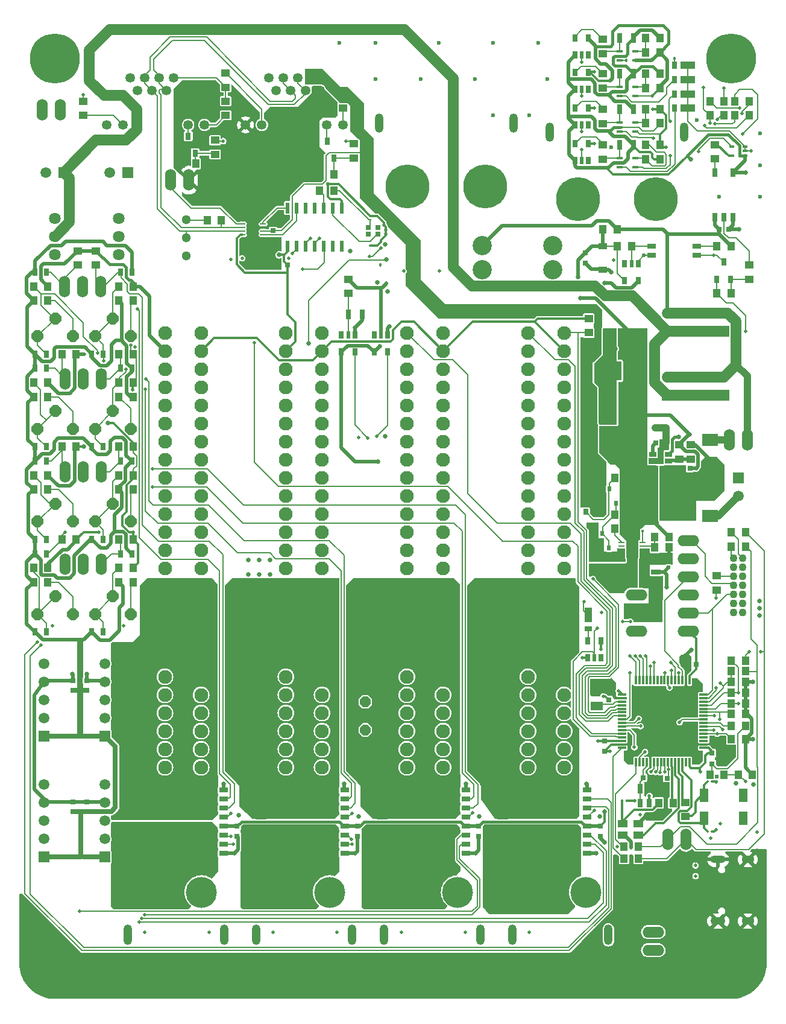
<source format=gbr>
%TF.GenerationSoftware,KiCad,Pcbnew,7.0.1*%
%TF.CreationDate,2023-04-09T21:26:53+09:00*%
%TF.ProjectId,(Eagle)PowerUnit-Bseries(ver2.0),28456167-6c65-4295-906f-776572556e69,rev?*%
%TF.SameCoordinates,Original*%
%TF.FileFunction,Copper,L4,Bot*%
%TF.FilePolarity,Positive*%
%FSLAX46Y46*%
G04 Gerber Fmt 4.6, Leading zero omitted, Abs format (unit mm)*
G04 Created by KiCad (PCBNEW 7.0.1) date 2023-04-09 21:26:53*
%MOMM*%
%LPD*%
G01*
G04 APERTURE LIST*
G04 Aperture macros list*
%AMRoundRect*
0 Rectangle with rounded corners*
0 $1 Rounding radius*
0 $2 $3 $4 $5 $6 $7 $8 $9 X,Y pos of 4 corners*
0 Add a 4 corners polygon primitive as box body*
4,1,4,$2,$3,$4,$5,$6,$7,$8,$9,$2,$3,0*
0 Add four circle primitives for the rounded corners*
1,1,$1+$1,$2,$3*
1,1,$1+$1,$4,$5*
1,1,$1+$1,$6,$7*
1,1,$1+$1,$8,$9*
0 Add four rect primitives between the rounded corners*
20,1,$1+$1,$2,$3,$4,$5,0*
20,1,$1+$1,$4,$5,$6,$7,0*
20,1,$1+$1,$6,$7,$8,$9,0*
20,1,$1+$1,$8,$9,$2,$3,0*%
%AMOutline5P*
0 Free polygon, 5 corners , with rotation*
0 The origin of the aperture is its center*
0 number of corners: always 5*
0 $1 to $10 corner X, Y*
0 $11 Rotation angle, in degrees counterclockwise*
0 create outline with 5 corners*
4,1,5,$1,$2,$3,$4,$5,$6,$7,$8,$9,$10,$1,$2,$11*%
%AMOutline6P*
0 Free polygon, 6 corners , with rotation*
0 The origin of the aperture is its center*
0 number of corners: always 6*
0 $1 to $12 corner X, Y*
0 $13 Rotation angle, in degrees counterclockwise*
0 create outline with 6 corners*
4,1,6,$1,$2,$3,$4,$5,$6,$7,$8,$9,$10,$11,$12,$1,$2,$13*%
%AMOutline7P*
0 Free polygon, 7 corners , with rotation*
0 The origin of the aperture is its center*
0 number of corners: always 7*
0 $1 to $14 corner X, Y*
0 $15 Rotation angle, in degrees counterclockwise*
0 create outline with 7 corners*
4,1,7,$1,$2,$3,$4,$5,$6,$7,$8,$9,$10,$11,$12,$13,$14,$1,$2,$15*%
%AMOutline8P*
0 Free polygon, 8 corners , with rotation*
0 The origin of the aperture is its center*
0 number of corners: always 8*
0 $1 to $16 corner X, Y*
0 $17 Rotation angle, in degrees counterclockwise*
0 create outline with 8 corners*
4,1,8,$1,$2,$3,$4,$5,$6,$7,$8,$9,$10,$11,$12,$13,$14,$15,$16,$1,$2,$17*%
G04 Aperture macros list end*
%TA.AperFunction,ComponentPad*%
%ADD10R,1.500000X1.500000*%
%TD*%
%TA.AperFunction,ComponentPad*%
%ADD11C,1.500000*%
%TD*%
%TA.AperFunction,ComponentPad*%
%ADD12Outline8P,-0.825000X0.341726X-0.341726X0.825000X0.341726X0.825000X0.825000X0.341726X0.825000X-0.341726X0.341726X-0.825000X-0.341726X-0.825000X-0.825000X-0.341726X0.000000*%
%TD*%
%TA.AperFunction,ComponentPad*%
%ADD13C,4.350000*%
%TD*%
%TA.AperFunction,ComponentPad*%
%ADD14O,1.200000X2.850000*%
%TD*%
%TA.AperFunction,ComponentPad*%
%ADD15C,7.010400*%
%TD*%
%TA.AperFunction,ComponentPad*%
%ADD16O,1.524000X3.048000*%
%TD*%
%TA.AperFunction,ComponentPad*%
%ADD17C,1.350000*%
%TD*%
%TA.AperFunction,ComponentPad*%
%ADD18O,2.100000X1.100000*%
%TD*%
%TA.AperFunction,ComponentPad*%
%ADD19O,1.800000X1.100000*%
%TD*%
%TA.AperFunction,ComponentPad*%
%ADD20O,3.048000X1.524000*%
%TD*%
%TA.AperFunction,ComponentPad*%
%ADD21C,6.150000*%
%TD*%
%TA.AperFunction,ComponentPad*%
%ADD22O,1.200000X2.700000*%
%TD*%
%TA.AperFunction,ComponentPad*%
%ADD23C,1.950000*%
%TD*%
%TA.AperFunction,ComponentPad*%
%ADD24C,1.635000*%
%TD*%
%TA.AperFunction,ComponentPad*%
%ADD25C,1.100000*%
%TD*%
%TA.AperFunction,ComponentPad*%
%ADD26C,2.700000*%
%TD*%
%TA.AperFunction,ComponentPad*%
%ADD27C,1.300000*%
%TD*%
%TA.AperFunction,ComponentPad*%
%ADD28Outline8P,-0.750000X0.310660X-0.310660X0.750000X0.310660X0.750000X0.750000X0.310660X0.750000X-0.310660X0.310660X-0.750000X-0.310660X-0.750000X-0.750000X-0.310660X90.000000*%
%TD*%
%TA.AperFunction,SMDPad,CuDef*%
%ADD29R,0.700000X0.800000*%
%TD*%
%TA.AperFunction,SMDPad,CuDef*%
%ADD30R,1.200000X1.000000*%
%TD*%
%TA.AperFunction,SMDPad,CuDef*%
%ADD31R,0.350000X0.400000*%
%TD*%
%TA.AperFunction,SMDPad,CuDef*%
%ADD32R,1.000000X1.200000*%
%TD*%
%TA.AperFunction,SMDPad,CuDef*%
%ADD33R,1.300000X1.900000*%
%TD*%
%TA.AperFunction,SMDPad,CuDef*%
%ADD34R,0.800000X1.000000*%
%TD*%
%TA.AperFunction,SMDPad,CuDef*%
%ADD35R,0.600000X1.000000*%
%TD*%
%TA.AperFunction,SMDPad,CuDef*%
%ADD36R,0.800000X0.700000*%
%TD*%
%TA.AperFunction,SMDPad,CuDef*%
%ADD37R,1.000000X0.700000*%
%TD*%
%TA.AperFunction,SMDPad,CuDef*%
%ADD38R,0.650000X1.200000*%
%TD*%
%TA.AperFunction,SMDPad,CuDef*%
%ADD39R,0.950000X0.450000*%
%TD*%
%TA.AperFunction,SMDPad,CuDef*%
%ADD40R,1.220000X0.910000*%
%TD*%
%TA.AperFunction,SMDPad,CuDef*%
%ADD41R,0.600000X1.550000*%
%TD*%
%TA.AperFunction,SMDPad,CuDef*%
%ADD42R,0.800000X1.400000*%
%TD*%
%TA.AperFunction,SMDPad,CuDef*%
%ADD43R,0.300000X1.200000*%
%TD*%
%TA.AperFunction,SMDPad,CuDef*%
%ADD44R,1.200000X0.300000*%
%TD*%
%TA.AperFunction,SMDPad,CuDef*%
%ADD45R,1.590000X4.440000*%
%TD*%
%TA.AperFunction,SMDPad,CuDef*%
%ADD46R,1.270000X0.635000*%
%TD*%
%TA.AperFunction,SMDPad,CuDef*%
%ADD47R,1.200000X2.200000*%
%TD*%
%TA.AperFunction,SMDPad,CuDef*%
%ADD48R,3.500000X2.200000*%
%TD*%
%TA.AperFunction,SMDPad,CuDef*%
%ADD49R,2.160000X1.780000*%
%TD*%
%TA.AperFunction,SMDPad,CuDef*%
%ADD50R,0.750000X0.700000*%
%TD*%
%TA.AperFunction,SMDPad,CuDef*%
%ADD51R,0.250000X0.300000*%
%TD*%
%TA.AperFunction,SMDPad,CuDef*%
%ADD52R,0.800000X1.100000*%
%TD*%
%TA.AperFunction,SMDPad,CuDef*%
%ADD53R,2.000000X1.100000*%
%TD*%
%TA.AperFunction,SMDPad,CuDef*%
%ADD54R,0.800000X0.400000*%
%TD*%
%TA.AperFunction,SMDPad,CuDef*%
%ADD55R,1.100000X0.800000*%
%TD*%
%TA.AperFunction,SMDPad,CuDef*%
%ADD56R,1.100000X2.000000*%
%TD*%
%TA.AperFunction,SMDPad,CuDef*%
%ADD57R,0.500000X0.530000*%
%TD*%
%TA.AperFunction,SMDPad,CuDef*%
%ADD58R,0.800000X1.200000*%
%TD*%
%TA.AperFunction,SMDPad,CuDef*%
%ADD59R,1.400000X0.800000*%
%TD*%
%TA.AperFunction,SMDPad,CuDef*%
%ADD60RoundRect,0.125000X-0.300000X0.000000X-0.300000X0.000000X0.300000X0.000000X0.300000X0.000000X0*%
%TD*%
%TA.AperFunction,SMDPad,CuDef*%
%ADD61R,1.800000X1.650000*%
%TD*%
%TA.AperFunction,SMDPad,CuDef*%
%ADD62R,0.300000X0.250000*%
%TD*%
%TA.AperFunction,SMDPad,CuDef*%
%ADD63R,0.900000X0.800000*%
%TD*%
%TA.AperFunction,SMDPad,CuDef*%
%ADD64R,1.200000X2.300000*%
%TD*%
%TA.AperFunction,SMDPad,CuDef*%
%ADD65R,0.400000X0.350000*%
%TD*%
%TA.AperFunction,SMDPad,CuDef*%
%ADD66R,1.700000X1.200000*%
%TD*%
%TA.AperFunction,SMDPad,CuDef*%
%ADD67R,0.600000X0.700000*%
%TD*%
%TA.AperFunction,SMDPad,CuDef*%
%ADD68R,1.200000X0.800000*%
%TD*%
%TA.AperFunction,SMDPad,CuDef*%
%ADD69R,0.850000X0.280000*%
%TD*%
%TA.AperFunction,SMDPad,CuDef*%
%ADD70R,1.650000X2.400000*%
%TD*%
%TA.AperFunction,SMDPad,CuDef*%
%ADD71R,0.280000X0.700000*%
%TD*%
%TA.AperFunction,SMDPad,CuDef*%
%ADD72R,1.400000X1.100000*%
%TD*%
%TA.AperFunction,SMDPad,CuDef*%
%ADD73R,0.800000X0.900000*%
%TD*%
%TA.AperFunction,ViaPad*%
%ADD74C,0.502400*%
%TD*%
%TA.AperFunction,ViaPad*%
%ADD75C,0.652400*%
%TD*%
%TA.AperFunction,ViaPad*%
%ADD76C,0.472400*%
%TD*%
%TA.AperFunction,ViaPad*%
%ADD77C,0.462400*%
%TD*%
%TA.AperFunction,ViaPad*%
%ADD78C,0.482400*%
%TD*%
%TA.AperFunction,ViaPad*%
%ADD79C,0.457200*%
%TD*%
%TA.AperFunction,ViaPad*%
%ADD80C,0.600000*%
%TD*%
%TA.AperFunction,ViaPad*%
%ADD81C,0.552400*%
%TD*%
%TA.AperFunction,ViaPad*%
%ADD82C,1.152400*%
%TD*%
%TA.AperFunction,ViaPad*%
%ADD83C,0.602400*%
%TD*%
%TA.AperFunction,Conductor*%
%ADD84C,0.200000*%
%TD*%
%TA.AperFunction,Conductor*%
%ADD85C,1.500000*%
%TD*%
%TA.AperFunction,Conductor*%
%ADD86C,0.500000*%
%TD*%
%TA.AperFunction,Conductor*%
%ADD87C,1.000000*%
%TD*%
%TA.AperFunction,Conductor*%
%ADD88C,0.400000*%
%TD*%
%TA.AperFunction,Conductor*%
%ADD89C,0.300000*%
%TD*%
%TA.AperFunction,Conductor*%
%ADD90C,0.350000*%
%TD*%
%TA.AperFunction,Conductor*%
%ADD91C,0.450000*%
%TD*%
%TA.AperFunction,Conductor*%
%ADD92C,0.152400*%
%TD*%
%TA.AperFunction,Conductor*%
%ADD93C,0.700000*%
%TD*%
G04 APERTURE END LIST*
D10*
%TO.P,SPOW,1*%
%TO.N,SGND*%
X197001100Y-100383600D03*
D11*
%TO.P,SPOW,2*%
%TO.N,N$37*%
X197001100Y-102923600D03*
%TD*%
D12*
%TO.P,TP5,CENTER*%
%TO.N,CS3_REF1*%
X101051100Y-104003600D03*
%TO.P,TP5,LEFT*%
X98551100Y-106503600D03*
%TO.P,TP5,RIGHT*%
%TO.N,N$82*%
X103551100Y-106503600D03*
%TD*%
%TO.P,TP1,CENTER*%
%TO.N,CS1_REF1*%
X101051100Y-78003600D03*
%TO.P,TP1,LEFT*%
X98551100Y-80503600D03*
%TO.P,TP1,RIGHT*%
%TO.N,N$13*%
X103551100Y-80503600D03*
%TD*%
D10*
%TO.P,Encoder4,1*%
%TO.N,SGND*%
X108001100Y-153583600D03*
D11*
%TO.P,Encoder4,2*%
%TO.N,N/C*%
X108001100Y-151043600D03*
%TO.P,Encoder4,3*%
%TO.N,ENC4_A*%
X108001100Y-148503600D03*
%TO.P,Encoder4,4*%
%TO.N,+5V*%
X108001100Y-145963600D03*
%TO.P,Encoder4,5*%
%TO.N,ENC4_B*%
X108001100Y-143423600D03*
%TD*%
D13*
%TO.P,Motor1,+*%
%TO.N,N$4*%
X121601100Y-158503600D03*
%TO.P,Motor1,-*%
%TO.N,IP1*%
X114401100Y-158503600D03*
D14*
%TO.P,Motor1,P$3*%
%TO.N,N/C*%
X124751100Y-164503600D03*
%TO.P,Motor1,P$4*%
X111251100Y-164503600D03*
%TD*%
D15*
%TO.P,H1,P$1*%
%TO.N,PGND*%
X101001100Y-41503600D03*
%TD*%
D10*
%TO.P,Emergency1,1*%
%TO.N,N$21*%
X102271100Y-57503600D03*
D11*
%TO.P,Emergency1,2*%
%TO.N,N$19*%
X99731100Y-57503600D03*
%TD*%
D12*
%TO.P,TP6,CENTER*%
%TO.N,CS3_REF2*%
X109151100Y-104003600D03*
%TO.P,TP6,LEFT*%
X106651100Y-106503600D03*
%TO.P,TP6,RIGHT*%
%TO.N,N$98*%
X111651100Y-106503600D03*
%TD*%
D16*
%TO.P,JP10,1*%
%TO.N,CS4_OCD2*%
X107541100Y-112503600D03*
%TO.P,JP10,2*%
%TO.N,N$114*%
X105001100Y-112503600D03*
%TO.P,JP10,3*%
%TO.N,CS4_OCD1*%
X102461100Y-112503600D03*
%TD*%
D17*
%TO.P,RJ45_1,1*%
%TO.N,+5V*%
X111581100Y-44243600D03*
%TO.P,RJ45_1,2*%
%TO.N,SGND*%
X112601100Y-46023600D03*
%TO.P,RJ45_1,3*%
%TO.N,CAN_L*%
X113621100Y-44243600D03*
%TO.P,RJ45_1,4*%
X114641100Y-46023600D03*
%TO.P,RJ45_1,5*%
%TO.N,CAN_H*%
X115661100Y-44243600D03*
%TO.P,RJ45_1,6*%
X116681100Y-46023600D03*
%TO.P,RJ45_1,7*%
%TO.N,+5V*%
X117701100Y-44243600D03*
%TO.P,RJ45_1,8*%
%TO.N,SGND*%
X118721100Y-46023600D03*
%TO.P,RJ45_1,LED1_A*%
%TO.N,N$69*%
X122011100Y-50843600D03*
%TO.P,RJ45_1,LED1_K*%
%TO.N,N$71*%
X119721100Y-50843600D03*
%TO.P,RJ45_1,LED2_A*%
%TO.N,N$51*%
X110581100Y-50843600D03*
%TO.P,RJ45_1,LED2_K*%
%TO.N,SGND*%
X108291100Y-50843600D03*
%TD*%
D12*
%TO.P,TP7,CENTER*%
%TO.N,CS4_REF1*%
X101051100Y-117003600D03*
%TO.P,TP7,LEFT*%
X98551100Y-119503600D03*
%TO.P,TP7,RIGHT*%
%TO.N,N$100*%
X103551100Y-119503600D03*
%TD*%
D18*
%TO.P,USB1,SHIELD1*%
%TO.N,SGND*%
X194171100Y-162563600D03*
D19*
%TO.P,USB1,SHIELD2*%
X198351100Y-162563600D03*
%TO.P,USB1,SHIELD3*%
X198351100Y-153923600D03*
D18*
%TO.P,USB1,SHIELD4*%
X194171100Y-153923600D03*
%TD*%
D20*
%TO.P,BOOTMODE,1*%
%TO.N,BOOT0*%
X185061100Y-164093600D03*
%TO.P,BOOTMODE,2*%
%TO.N,+3V3*%
X185061100Y-166633600D03*
%TD*%
D16*
%TO.P,JP1,1*%
%TO.N,CS2_OCD2*%
X107541100Y-86503600D03*
%TO.P,JP1,2*%
%TO.N,N$83*%
X105001100Y-86503600D03*
%TO.P,JP1,3*%
%TO.N,CS2_OCD1*%
X102461100Y-86503600D03*
%TD*%
D12*
%TO.P,TP8,CENTER*%
%TO.N,CS4_REF2*%
X109151100Y-117003600D03*
%TO.P,TP8,LEFT*%
X106651100Y-119503600D03*
%TO.P,TP8,RIGHT*%
%TO.N,N$101*%
X111651100Y-119503600D03*
%TD*%
D16*
%TO.P,JP7,1*%
%TO.N,SGND*%
X119821100Y-58583600D03*
%TO.P,JP7,2*%
%TO.N,N$68*%
X117281100Y-58583600D03*
%TD*%
D21*
%TO.P,BATTERY,+*%
%TO.N,N$25*%
X185421100Y-61253600D03*
%TO.P,BATTERY,-*%
%TO.N,PGND*%
X174521100Y-61253600D03*
D22*
%TO.P,BATTERY,P$3*%
%TO.N,N/C*%
X170521100Y-51853600D03*
%TO.P,BATTERY,P$4*%
X189421100Y-51853600D03*
%TD*%
D13*
%TO.P,CON4,+*%
%TO.N,N$10*%
X175601100Y-158503600D03*
%TO.P,CON4,-*%
%TO.N,IP4*%
X168401100Y-158503600D03*
D14*
%TO.P,CON4,P$3*%
%TO.N,N/C*%
X178751100Y-164503600D03*
%TO.P,CON4,P$4*%
X165251100Y-164503600D03*
%TD*%
D10*
%TO.P,Encoder3,1*%
%TO.N,SGND*%
X99500000Y-153583600D03*
D11*
%TO.P,Encoder3,2*%
%TO.N,N/C*%
X99500000Y-151043600D03*
%TO.P,Encoder3,3*%
%TO.N,ENC3_A*%
X99500000Y-148503600D03*
%TO.P,Encoder3,4*%
%TO.N,+5V*%
X99500000Y-145963600D03*
%TO.P,Encoder3,5*%
%TO.N,ENC3_B*%
X99500000Y-143423600D03*
%TD*%
D23*
%TO.P,EDGE3,P$1*%
%TO.N,N$6*%
X155541100Y-140983600D03*
%TO.P,EDGE3,P$2*%
X155541100Y-138443600D03*
%TO.P,EDGE3,P$3*%
X155541100Y-135903600D03*
%TO.P,EDGE3,P$4*%
X155541100Y-133363600D03*
%TO.P,EDGE3,P$5*%
X155541100Y-130823600D03*
%TO.P,EDGE3,P$6*%
%TO.N,IN3*%
X155541100Y-128283600D03*
%TO.P,EDGE3,P$7*%
X155541100Y-125743600D03*
%TO.P,EDGE3,P$8*%
X155541100Y-123203600D03*
%TO.P,EDGE3,P$9*%
X155541100Y-120663600D03*
%TO.P,EDGE3,P$10*%
X155541100Y-118123600D03*
%TO.P,EDGE3,P$11*%
X155541100Y-115583600D03*
%TO.P,EDGE3,P$12*%
%TO.N,N$111*%
X155541100Y-113043600D03*
%TO.P,EDGE3,P$13*%
X155541100Y-110503600D03*
%TO.P,EDGE3,P$14*%
X155541100Y-107963600D03*
%TO.P,EDGE3,P$15*%
X155541100Y-105423600D03*
%TO.P,EDGE3,P$16*%
X155541100Y-102883600D03*
%TO.P,EDGE3,P$17*%
X155541100Y-100343600D03*
%TO.P,EDGE3,P$18*%
X155541100Y-97803600D03*
%TO.P,EDGE3,P$19*%
X155541100Y-95263600D03*
%TO.P,EDGE3,P$20*%
X155541100Y-92723600D03*
%TO.P,EDGE3,P$21*%
X155541100Y-90183600D03*
%TO.P,EDGE3,P$22*%
X155541100Y-87643600D03*
%TO.P,EDGE3,P$23*%
X155541100Y-85103600D03*
%TO.P,EDGE3,P$24*%
%TO.N,SGND*%
X155541100Y-82563600D03*
%TO.P,EDGE3,P$25*%
%TO.N,PWM3*%
X155541100Y-80023600D03*
%TO.P,EDGE3,P$26*%
%TO.N,DIR3*%
X150461100Y-80023600D03*
%TO.P,EDGE3,P$27*%
%TO.N,+3V3*%
X150461100Y-82563600D03*
%TO.P,EDGE3,P$28*%
%TO.N,PGND*%
X150461100Y-85103600D03*
%TO.P,EDGE3,P$29*%
X150461100Y-87643600D03*
%TO.P,EDGE3,P$30*%
X150461100Y-90183600D03*
%TO.P,EDGE3,P$31*%
X150461100Y-92723600D03*
%TO.P,EDGE3,P$32*%
X150461100Y-95263600D03*
%TO.P,EDGE3,P$33*%
X150461100Y-97803600D03*
%TO.P,EDGE3,P$34*%
X150461100Y-100343600D03*
%TO.P,EDGE3,P$35*%
X150461100Y-102883600D03*
%TO.P,EDGE3,P$36*%
X150461100Y-105423600D03*
%TO.P,EDGE3,P$37*%
X150461100Y-107963600D03*
%TO.P,EDGE3,P$38*%
X150461100Y-110503600D03*
%TO.P,EDGE3,P$39*%
X150461100Y-113043600D03*
%TO.P,EDGE3,P$40*%
%TO.N,IN3*%
X150461100Y-115583600D03*
%TO.P,EDGE3,P$41*%
X150461100Y-118123600D03*
%TO.P,EDGE3,P$42*%
X150461100Y-120663600D03*
%TO.P,EDGE3,P$43*%
X150461100Y-123203600D03*
%TO.P,EDGE3,P$44*%
X150461100Y-125743600D03*
%TO.P,EDGE3,P$45*%
%TO.N,N$6*%
X150461100Y-128283600D03*
%TO.P,EDGE3,P$46*%
X150461100Y-130823600D03*
%TO.P,EDGE3,P$47*%
X150461100Y-133363600D03*
%TO.P,EDGE3,P$48*%
X150461100Y-135903600D03*
%TO.P,EDGE3,P$49*%
X150461100Y-138443600D03*
%TO.P,EDGE3,P$50*%
X150461100Y-140983600D03*
%TD*%
D10*
%TO.P,Encoder2,1*%
%TO.N,SGND*%
X108001100Y-136583600D03*
D11*
%TO.P,Encoder2,2*%
%TO.N,N/C*%
X108001100Y-134043600D03*
%TO.P,Encoder2,3*%
%TO.N,ENC2_A*%
X108001100Y-131503600D03*
%TO.P,Encoder2,4*%
%TO.N,+5V*%
X108001100Y-128963600D03*
%TO.P,Encoder2,5*%
%TO.N,ENC2_B*%
X108001100Y-126423600D03*
%TD*%
D23*
%TO.P,EDGE1,P$1*%
%TO.N,N$4*%
X121541100Y-140983600D03*
%TO.P,EDGE1,P$2*%
X121541100Y-138443600D03*
%TO.P,EDGE1,P$3*%
X121541100Y-135903600D03*
%TO.P,EDGE1,P$4*%
X121541100Y-133363600D03*
%TO.P,EDGE1,P$5*%
X121541100Y-130823600D03*
%TO.P,EDGE1,P$6*%
%TO.N,IN1*%
X121541100Y-128283600D03*
%TO.P,EDGE1,P$7*%
X121541100Y-125743600D03*
%TO.P,EDGE1,P$8*%
X121541100Y-123203600D03*
%TO.P,EDGE1,P$9*%
X121541100Y-120663600D03*
%TO.P,EDGE1,P$10*%
X121541100Y-118123600D03*
%TO.P,EDGE1,P$11*%
X121541100Y-115583600D03*
%TO.P,EDGE1,P$12*%
%TO.N,N$111*%
X121541100Y-113043600D03*
%TO.P,EDGE1,P$13*%
X121541100Y-110503600D03*
%TO.P,EDGE1,P$14*%
X121541100Y-107963600D03*
%TO.P,EDGE1,P$15*%
X121541100Y-105423600D03*
%TO.P,EDGE1,P$16*%
X121541100Y-102883600D03*
%TO.P,EDGE1,P$17*%
X121541100Y-100343600D03*
%TO.P,EDGE1,P$18*%
X121541100Y-97803600D03*
%TO.P,EDGE1,P$19*%
X121541100Y-95263600D03*
%TO.P,EDGE1,P$20*%
X121541100Y-92723600D03*
%TO.P,EDGE1,P$21*%
X121541100Y-90183600D03*
%TO.P,EDGE1,P$22*%
X121541100Y-87643600D03*
%TO.P,EDGE1,P$23*%
X121541100Y-85103600D03*
%TO.P,EDGE1,P$24*%
%TO.N,SGND*%
X121541100Y-82563600D03*
%TO.P,EDGE1,P$25*%
%TO.N,PWM1*%
X121541100Y-80023600D03*
%TO.P,EDGE1,P$26*%
%TO.N,DIR1*%
X116461100Y-80023600D03*
%TO.P,EDGE1,P$27*%
%TO.N,+3V3*%
X116461100Y-82563600D03*
%TO.P,EDGE1,P$28*%
%TO.N,PGND*%
X116461100Y-85103600D03*
%TO.P,EDGE1,P$29*%
X116461100Y-87643600D03*
%TO.P,EDGE1,P$30*%
X116461100Y-90183600D03*
%TO.P,EDGE1,P$31*%
X116461100Y-92723600D03*
%TO.P,EDGE1,P$32*%
X116461100Y-95263600D03*
%TO.P,EDGE1,P$33*%
X116461100Y-97803600D03*
%TO.P,EDGE1,P$34*%
X116461100Y-100343600D03*
%TO.P,EDGE1,P$35*%
X116461100Y-102883600D03*
%TO.P,EDGE1,P$36*%
X116461100Y-105423600D03*
%TO.P,EDGE1,P$37*%
X116461100Y-107963600D03*
%TO.P,EDGE1,P$38*%
X116461100Y-110503600D03*
%TO.P,EDGE1,P$39*%
X116461100Y-113043600D03*
%TO.P,EDGE1,P$40*%
%TO.N,IN1*%
X116461100Y-115583600D03*
%TO.P,EDGE1,P$41*%
X116461100Y-118123600D03*
%TO.P,EDGE1,P$42*%
X116461100Y-120663600D03*
%TO.P,EDGE1,P$43*%
X116461100Y-123203600D03*
%TO.P,EDGE1,P$44*%
X116461100Y-125743600D03*
%TO.P,EDGE1,P$45*%
%TO.N,N$4*%
X116461100Y-128283600D03*
%TO.P,EDGE1,P$46*%
X116461100Y-130823600D03*
%TO.P,EDGE1,P$47*%
X116461100Y-133363600D03*
%TO.P,EDGE1,P$48*%
X116461100Y-135903600D03*
%TO.P,EDGE1,P$49*%
X116461100Y-138443600D03*
%TO.P,EDGE1,P$50*%
X116461100Y-140983600D03*
%TD*%
D15*
%TO.P,H3,P$1*%
%TO.N,SGND*%
X196001100Y-168503600D03*
%TD*%
D10*
%TO.P,Encoder1,1*%
%TO.N,SGND*%
X99500000Y-136583600D03*
D11*
%TO.P,Encoder1,2*%
%TO.N,N/C*%
X99500000Y-134043600D03*
%TO.P,Encoder1,3*%
%TO.N,ENC1_A*%
X99500000Y-131503600D03*
%TO.P,Encoder1,4*%
%TO.N,+5V*%
X99500000Y-128963600D03*
%TO.P,Encoder1,5*%
%TO.N,ENC1_B*%
X99500000Y-126423600D03*
%TD*%
D24*
%TO.P,SW4,O*%
%TO.N,N$19*%
X101001100Y-63963600D03*
%TO.P,SW4,P*%
%TO.N,N$21*%
X101001100Y-66503600D03*
%TO.P,SW4,S*%
%TO.N,N/C*%
X101001100Y-69043600D03*
%TD*%
D10*
%TO.P,INV_SW2,1*%
%TO.N,N$19*%
X111271100Y-57503600D03*
D11*
%TO.P,INV_SW2,2*%
%TO.N,PGND*%
X108731100Y-57503600D03*
%TD*%
D23*
%TO.P,EDGE2,P$1*%
%TO.N,N$5*%
X138541100Y-140983600D03*
%TO.P,EDGE2,P$2*%
X138541100Y-138443600D03*
%TO.P,EDGE2,P$3*%
X138541100Y-135903600D03*
%TO.P,EDGE2,P$4*%
X138541100Y-133363600D03*
%TO.P,EDGE2,P$5*%
X138541100Y-130823600D03*
%TO.P,EDGE2,P$6*%
%TO.N,IN2*%
X138541100Y-128283600D03*
%TO.P,EDGE2,P$7*%
X138541100Y-125743600D03*
%TO.P,EDGE2,P$8*%
X138541100Y-123203600D03*
%TO.P,EDGE2,P$9*%
X138541100Y-120663600D03*
%TO.P,EDGE2,P$10*%
X138541100Y-118123600D03*
%TO.P,EDGE2,P$11*%
X138541100Y-115583600D03*
%TO.P,EDGE2,P$12*%
%TO.N,N$111*%
X138541100Y-113043600D03*
%TO.P,EDGE2,P$13*%
X138541100Y-110503600D03*
%TO.P,EDGE2,P$14*%
X138541100Y-107963600D03*
%TO.P,EDGE2,P$15*%
X138541100Y-105423600D03*
%TO.P,EDGE2,P$16*%
X138541100Y-102883600D03*
%TO.P,EDGE2,P$17*%
X138541100Y-100343600D03*
%TO.P,EDGE2,P$18*%
X138541100Y-97803600D03*
%TO.P,EDGE2,P$19*%
X138541100Y-95263600D03*
%TO.P,EDGE2,P$20*%
X138541100Y-92723600D03*
%TO.P,EDGE2,P$21*%
X138541100Y-90183600D03*
%TO.P,EDGE2,P$22*%
X138541100Y-87643600D03*
%TO.P,EDGE2,P$23*%
X138541100Y-85103600D03*
%TO.P,EDGE2,P$24*%
%TO.N,SGND*%
X138541100Y-82563600D03*
%TO.P,EDGE2,P$25*%
%TO.N,PWM2*%
X138541100Y-80023600D03*
%TO.P,EDGE2,P$26*%
%TO.N,DIR2*%
X133461100Y-80023600D03*
%TO.P,EDGE2,P$27*%
%TO.N,+3V3*%
X133461100Y-82563600D03*
%TO.P,EDGE2,P$28*%
%TO.N,PGND*%
X133461100Y-85103600D03*
%TO.P,EDGE2,P$29*%
X133461100Y-87643600D03*
%TO.P,EDGE2,P$30*%
X133461100Y-90183600D03*
%TO.P,EDGE2,P$31*%
X133461100Y-92723600D03*
%TO.P,EDGE2,P$32*%
X133461100Y-95263600D03*
%TO.P,EDGE2,P$33*%
X133461100Y-97803600D03*
%TO.P,EDGE2,P$34*%
X133461100Y-100343600D03*
%TO.P,EDGE2,P$35*%
X133461100Y-102883600D03*
%TO.P,EDGE2,P$36*%
X133461100Y-105423600D03*
%TO.P,EDGE2,P$37*%
X133461100Y-107963600D03*
%TO.P,EDGE2,P$38*%
X133461100Y-110503600D03*
%TO.P,EDGE2,P$39*%
X133461100Y-113043600D03*
%TO.P,EDGE2,P$40*%
%TO.N,IN2*%
X133461100Y-115583600D03*
%TO.P,EDGE2,P$41*%
X133461100Y-118123600D03*
%TO.P,EDGE2,P$42*%
X133461100Y-120663600D03*
%TO.P,EDGE2,P$43*%
X133461100Y-123203600D03*
%TO.P,EDGE2,P$44*%
X133461100Y-125743600D03*
%TO.P,EDGE2,P$45*%
%TO.N,N$5*%
X133461100Y-128283600D03*
%TO.P,EDGE2,P$46*%
X133461100Y-130823600D03*
%TO.P,EDGE2,P$47*%
X133461100Y-133363600D03*
%TO.P,EDGE2,P$48*%
X133461100Y-135903600D03*
%TO.P,EDGE2,P$49*%
X133461100Y-138443600D03*
%TO.P,EDGE2,P$50*%
X133461100Y-140983600D03*
%TD*%
D13*
%TO.P,Motor3,+*%
%TO.N,N$6*%
X157601100Y-158503600D03*
%TO.P,Motor3,-*%
%TO.N,IP3*%
X150401100Y-158503600D03*
D14*
%TO.P,Motor3,P$3*%
%TO.N,N/C*%
X160751100Y-164503600D03*
%TO.P,Motor3,P$4*%
X147251100Y-164503600D03*
%TD*%
D16*
%TO.P,SPOW,1*%
%TO.N,VCC*%
X198271100Y-95053600D03*
%TO.P,SPOW,2*%
%TO.N,N$35*%
X195731100Y-95053600D03*
%TD*%
D21*
%TO.P,THRU,+*%
%TO.N,VCC*%
X150551100Y-59503600D03*
%TO.P,THRU,-*%
%TO.N,PGND*%
X161451100Y-59503600D03*
D22*
%TO.P,THRU,P$3*%
%TO.N,N/C*%
X146551100Y-50603600D03*
%TO.P,THRU,P$4*%
X165451100Y-50603600D03*
%TD*%
D25*
%TO.P,ML1,1*%
%TO.N,N/C*%
X197636100Y-119263600D03*
%TO.P,ML1,2*%
X196366100Y-119263600D03*
%TO.P,ML1,3*%
%TO.N,+3V3*%
X197636100Y-117993600D03*
%TO.P,ML1,4*%
%TO.N,SWDIO*%
X196366100Y-117993600D03*
%TO.P,ML1,5*%
%TO.N,SGND*%
X197636100Y-116723600D03*
%TO.P,ML1,6*%
%TO.N,SWCLK*%
X196366100Y-116723600D03*
%TO.P,ML1,7*%
%TO.N,SGND*%
X197636100Y-115453600D03*
%TO.P,ML1,8*%
%TO.N,SWO*%
X196366100Y-115453600D03*
%TO.P,ML1,9*%
%TO.N,N/C*%
X197636100Y-114183600D03*
%TO.P,ML1,10*%
%TO.N,N$67*%
X196366100Y-114183600D03*
%TO.P,ML1,11*%
%TO.N,SGND*%
X197636100Y-112913600D03*
%TO.P,ML1,12*%
%TO.N,NRST*%
X196366100Y-112913600D03*
%TO.P,ML1,13*%
%TO.N,N$64*%
X197636100Y-111643600D03*
%TO.P,ML1,14*%
%TO.N,N$66*%
X196366100Y-111643600D03*
%TD*%
D16*
%TO.P,JP8,1*%
%TO.N,CS1_OCD2*%
X107461100Y-73503600D03*
%TO.P,JP8,2*%
%TO.N,N$9*%
X104921100Y-73503600D03*
%TO.P,JP8,3*%
%TO.N,CS1_OCD1*%
X102381100Y-73503600D03*
%TD*%
%TO.P,GND,1*%
%TO.N,SGND*%
X101771100Y-48713600D03*
%TO.P,GND,2*%
%TO.N,PGND*%
X99231100Y-48713600D03*
%TD*%
D12*
%TO.P,TP3,CENTER*%
%TO.N,CS2_REF1*%
X101051100Y-91003600D03*
%TO.P,TP3,LEFT*%
X98551100Y-93503600D03*
%TO.P,TP3,RIGHT*%
%TO.N,N$79*%
X103551100Y-93503600D03*
%TD*%
D10*
%TO.P,CTRL2,1*%
%TO.N,N$21*%
X195001100Y-88773600D03*
D11*
%TO.P,CTRL2,2*%
%TO.N,VCC*%
X195001100Y-86233600D03*
%TD*%
D17*
%TO.P,RJ45_2,1*%
%TO.N,+5V*%
X131081100Y-44243600D03*
%TO.P,RJ45_2,2*%
%TO.N,SGND*%
X132101100Y-46023600D03*
%TO.P,RJ45_2,3*%
%TO.N,CAN_L*%
X133121100Y-44243600D03*
%TO.P,RJ45_2,4*%
X134141100Y-46023600D03*
%TO.P,RJ45_2,5*%
%TO.N,CAN_H*%
X135161100Y-44243600D03*
%TO.P,RJ45_2,6*%
X136181100Y-46023600D03*
%TO.P,RJ45_2,7*%
%TO.N,+5V*%
X137201100Y-44243600D03*
%TO.P,RJ45_2,8*%
%TO.N,SGND*%
X138221100Y-46023600D03*
%TO.P,RJ45_2,LED1_A*%
%TO.N,N$70*%
X141511100Y-50843600D03*
%TO.P,RJ45_2,LED1_K*%
%TO.N,N$72*%
X139221100Y-50843600D03*
%TO.P,RJ45_2,LED2_A*%
%TO.N,N$53*%
X130081100Y-50843600D03*
%TO.P,RJ45_2,LED2_K*%
%TO.N,SGND*%
X127791100Y-50843600D03*
%TD*%
D16*
%TO.P,ECHO,1*%
%TO.N,USART_RX*%
X189651100Y-151103600D03*
%TO.P,ECHO,2*%
%TO.N,USART_TX*%
X187111100Y-151103600D03*
%TD*%
D10*
%TO.P,THRU2,1*%
%TO.N,N$21*%
X187001100Y-88773600D03*
D11*
%TO.P,THRU2,2*%
%TO.N,VCC*%
X187001100Y-86233600D03*
%TD*%
D12*
%TO.P,TP2,CENTER*%
%TO.N,CS1_REF2*%
X109151100Y-78003600D03*
%TO.P,TP2,LEFT*%
X106651100Y-80503600D03*
%TO.P,TP2,RIGHT*%
%TO.N,N$2*%
X111651100Y-80503600D03*
%TD*%
D16*
%TO.P,JP9,1*%
%TO.N,CS3_OCD2*%
X107541100Y-99503600D03*
%TO.P,JP9,2*%
%TO.N,N$87*%
X105001100Y-99503600D03*
%TO.P,JP9,3*%
%TO.N,CS3_OCD1*%
X102461100Y-99503600D03*
%TD*%
D12*
%TO.P,TP4,CENTER*%
%TO.N,CS2_REF2*%
X109151100Y-91003600D03*
%TO.P,TP4,LEFT*%
X106651100Y-93503600D03*
%TO.P,TP4,RIGHT*%
%TO.N,N$80*%
X111651100Y-93503600D03*
%TD*%
D20*
%TO.P,JP11,1*%
%TO.N,+3V3*%
X190001100Y-121853600D03*
%TO.P,JP11,2*%
%TO.N,SWCLK*%
X190001100Y-119313600D03*
%TO.P,JP11,3*%
%TO.N,SGND*%
X190001100Y-116773600D03*
%TO.P,JP11,4*%
%TO.N,SWDIO*%
X190001100Y-114233600D03*
%TO.P,JP11,5*%
%TO.N,NRST*%
X190001100Y-111693600D03*
%TO.P,JP11,6*%
%TO.N,SWO*%
X190001100Y-109153600D03*
%TD*%
D10*
%TO.P,THRU1,1*%
%TO.N,N$21*%
X187001100Y-79773600D03*
D11*
%TO.P,THRU1,2*%
%TO.N,VCC*%
X187001100Y-77233600D03*
%TD*%
D20*
%TO.P,JP6,1*%
%TO.N,U5V*%
X182701100Y-121843600D03*
%TO.P,JP6,2*%
%TO.N,N$20*%
X182701100Y-119303600D03*
%TO.P,JP6,3*%
%TO.N,E5V*%
X182701100Y-116763600D03*
%TD*%
D13*
%TO.P,MOTER,+*%
%TO.N,N$5*%
X139601100Y-158503600D03*
%TO.P,MOTER,-*%
%TO.N,IP2*%
X132401100Y-158503600D03*
D14*
%TO.P,MOTER,P$3*%
%TO.N,N/C*%
X142751100Y-164503600D03*
%TO.P,MOTER,P$4*%
X129251100Y-164503600D03*
%TD*%
D26*
%TO.P,FUSE1,L1*%
%TO.N,VCC*%
X161041100Y-67803600D03*
%TO.P,FUSE1,L2*%
X161041100Y-71203600D03*
%TO.P,FUSE1,R1*%
%TO.N,N$25*%
X170961100Y-67803600D03*
%TO.P,FUSE1,R2*%
X170961100Y-71203600D03*
%TD*%
D27*
%TO.P,SW1,C*%
%TO.N,CAN_L*%
X119501100Y-66703600D03*
%TO.P,SW1,L*%
%TO.N,N/C*%
X119501100Y-69243600D03*
%TO.P,SW1,R*%
%TO.N,N$23*%
X119501100Y-64163600D03*
%TD*%
D23*
%TO.P,EDGE4,P$1*%
%TO.N,N$10*%
X172541100Y-140983600D03*
%TO.P,EDGE4,P$2*%
X172541100Y-138443600D03*
%TO.P,EDGE4,P$3*%
X172541100Y-135903600D03*
%TO.P,EDGE4,P$4*%
X172541100Y-133363600D03*
%TO.P,EDGE4,P$5*%
X172541100Y-130823600D03*
%TO.P,EDGE4,P$6*%
%TO.N,IN4*%
X172541100Y-128283600D03*
%TO.P,EDGE4,P$7*%
X172541100Y-125743600D03*
%TO.P,EDGE4,P$8*%
X172541100Y-123203600D03*
%TO.P,EDGE4,P$9*%
X172541100Y-120663600D03*
%TO.P,EDGE4,P$10*%
X172541100Y-118123600D03*
%TO.P,EDGE4,P$11*%
X172541100Y-115583600D03*
%TO.P,EDGE4,P$12*%
%TO.N,N$111*%
X172541100Y-113043600D03*
%TO.P,EDGE4,P$13*%
X172541100Y-110503600D03*
%TO.P,EDGE4,P$14*%
X172541100Y-107963600D03*
%TO.P,EDGE4,P$15*%
X172541100Y-105423600D03*
%TO.P,EDGE4,P$16*%
X172541100Y-102883600D03*
%TO.P,EDGE4,P$17*%
X172541100Y-100343600D03*
%TO.P,EDGE4,P$18*%
X172541100Y-97803600D03*
%TO.P,EDGE4,P$19*%
X172541100Y-95263600D03*
%TO.P,EDGE4,P$20*%
X172541100Y-92723600D03*
%TO.P,EDGE4,P$21*%
X172541100Y-90183600D03*
%TO.P,EDGE4,P$22*%
X172541100Y-87643600D03*
%TO.P,EDGE4,P$23*%
X172541100Y-85103600D03*
%TO.P,EDGE4,P$24*%
%TO.N,SGND*%
X172541100Y-82563600D03*
%TO.P,EDGE4,P$25*%
%TO.N,PWM4*%
X172541100Y-80023600D03*
%TO.P,EDGE4,P$26*%
%TO.N,DIR4*%
X167461100Y-80023600D03*
%TO.P,EDGE4,P$27*%
%TO.N,+3V3*%
X167461100Y-82563600D03*
%TO.P,EDGE4,P$28*%
%TO.N,PGND*%
X167461100Y-85103600D03*
%TO.P,EDGE4,P$29*%
X167461100Y-87643600D03*
%TO.P,EDGE4,P$30*%
X167461100Y-90183600D03*
%TO.P,EDGE4,P$31*%
X167461100Y-92723600D03*
%TO.P,EDGE4,P$32*%
X167461100Y-95263600D03*
%TO.P,EDGE4,P$33*%
X167461100Y-97803600D03*
%TO.P,EDGE4,P$34*%
X167461100Y-100343600D03*
%TO.P,EDGE4,P$35*%
X167461100Y-102883600D03*
%TO.P,EDGE4,P$36*%
X167461100Y-105423600D03*
%TO.P,EDGE4,P$37*%
X167461100Y-107963600D03*
%TO.P,EDGE4,P$38*%
X167461100Y-110503600D03*
%TO.P,EDGE4,P$39*%
X167461100Y-113043600D03*
%TO.P,EDGE4,P$40*%
%TO.N,IN4*%
X167461100Y-115583600D03*
%TO.P,EDGE4,P$41*%
X167461100Y-118123600D03*
%TO.P,EDGE4,P$42*%
X167461100Y-120663600D03*
%TO.P,EDGE4,P$43*%
X167461100Y-123203600D03*
%TO.P,EDGE4,P$44*%
X167461100Y-125743600D03*
%TO.P,EDGE4,P$45*%
%TO.N,N$10*%
X167461100Y-128283600D03*
%TO.P,EDGE4,P$46*%
X167461100Y-130823600D03*
%TO.P,EDGE4,P$47*%
X167461100Y-133363600D03*
%TO.P,EDGE4,P$48*%
X167461100Y-135903600D03*
%TO.P,EDGE4,P$49*%
X167461100Y-138443600D03*
%TO.P,EDGE4,P$50*%
X167461100Y-140983600D03*
%TD*%
D24*
%TO.P,SW5,O*%
%TO.N,PGND*%
X110001100Y-63963600D03*
%TO.P,SW5,P*%
%TO.N,N$19*%
X110001100Y-66503600D03*
%TO.P,SW5,S*%
%TO.N,N/C*%
X110001100Y-69043600D03*
%TD*%
D10*
%TO.P,CTRL1,1*%
%TO.N,N$21*%
X195001100Y-79773600D03*
D11*
%TO.P,CTRL1,2*%
%TO.N,VCC*%
X195001100Y-77233600D03*
%TD*%
D28*
%TO.P,R3,1*%
%TO.N,N$11*%
X144601100Y-135743600D03*
%TO.P,R3,2*%
%TO.N,N$111*%
X144601100Y-131806600D03*
%TD*%
D15*
%TO.P,H2,P$1*%
%TO.N,PGND*%
X196001100Y-41503600D03*
%TD*%
D29*
%TO.P,C11,P$1*%
%TO.N,+3V3*%
X179401100Y-83273600D03*
%TO.P,C11,P$2*%
%TO.N,SGND*%
X180801100Y-83273600D03*
%TD*%
D30*
%TO.P,R78,LEFT*%
%TO.N,N$92*%
X193701100Y-53603600D03*
%TO.P,R78,RIGHT*%
%TO.N,N$118*%
X193701100Y-55603600D03*
%TD*%
D31*
%TO.P,C68,1*%
%TO.N,N$117*%
X183576100Y-107853600D03*
%TO.P,C68,2*%
%TO.N,SGND*%
X182926100Y-107853600D03*
%TD*%
D32*
%TO.P,R70,LEFT*%
%TO.N,CS4_OCD2*%
X110001100Y-109003600D03*
%TO.P,R70,RIGHT*%
%TO.N,+3V3*%
X112001100Y-109003600D03*
%TD*%
%TO.P,R43,LEFT*%
%TO.N,N$59*%
X195001100Y-49503600D03*
%TO.P,R43,RIGHT*%
%TO.N,COM_LED*%
X193001100Y-49503600D03*
%TD*%
%TO.P,R11,LEFT*%
%TO.N,BOOT0*%
X196001100Y-137003600D03*
%TO.P,R11,RIGHT*%
%TO.N,SGND*%
X198001100Y-137003600D03*
%TD*%
%TO.P,R72,LEFT*%
%TO.N,N$89*%
X184001100Y-55653600D03*
%TO.P,R72,RIGHT*%
%TO.N,SGND*%
X186001100Y-55653600D03*
%TD*%
%TO.P,R115,LEFT*%
%TO.N,N$21*%
X194001100Y-74503600D03*
%TO.P,R115,RIGHT*%
%TO.N,N$14*%
X196001100Y-74503600D03*
%TD*%
D30*
%TO.P,R18,LEFT*%
%TO.N,N$36*%
X190311100Y-97713600D03*
%TO.P,R18,RIGHT*%
%TO.N,V+*%
X190311100Y-95713600D03*
%TD*%
D32*
%TO.P,R107,LEFT*%
%TO.N,SGND*%
X110001100Y-115003600D03*
%TO.P,R107,RIGHT*%
%TO.N,N$101*%
X112001100Y-115003600D03*
%TD*%
D33*
%TO.P,X3,1*%
%TO.N,N$56*%
X192221100Y-144903600D03*
%TO.P,X3,2*%
%TO.N,N/C*%
X197721100Y-144903600D03*
%TO.P,X3,3*%
X197721100Y-148103600D03*
%TO.P,X3,4*%
%TO.N,N$57*%
X192221100Y-148103600D03*
%TD*%
D34*
%TO.P,U23,GND*%
%TO.N,SGND*%
X174051100Y-45853600D03*
D35*
%TO.P,U23,IN*%
%TO.N,N$83*%
X175001100Y-45853600D03*
D34*
%TO.P,U23,NC*%
%TO.N,N/C*%
X175951100Y-45853600D03*
%TO.P,U23,OUT*%
%TO.N,N$113*%
X174051100Y-43453600D03*
%TO.P,U23,VCC*%
%TO.N,+3V3*%
X175951100Y-43453600D03*
%TD*%
D32*
%TO.P,R17,LEFT*%
%TO.N,N$45*%
X180951100Y-153803600D03*
%TO.P,R17,RIGHT*%
%TO.N,USART_RX*%
X182951100Y-153803600D03*
%TD*%
%TO.P,R12,LEFT*%
%TO.N,SGND*%
X181651100Y-105553600D03*
%TO.P,R12,RIGHT*%
%TO.N,N$47*%
X179651100Y-105553600D03*
%TD*%
D34*
%TO.P,C48,L*%
%TO.N,CS2_OCD1*%
X99801100Y-85003600D03*
%TO.P,C48,R*%
%TO.N,SGND*%
X98201100Y-85003600D03*
%TD*%
D30*
%TO.P,R59,LEFT*%
%TO.N,CS1_OCD2*%
X106801100Y-70503600D03*
%TO.P,R59,RIGHT*%
%TO.N,+3V3*%
X106801100Y-68503600D03*
%TD*%
D32*
%TO.P,R104,LEFT*%
%TO.N,CS4_REF1*%
X98001100Y-113003600D03*
%TO.P,R104,RIGHT*%
%TO.N,+3V3*%
X100001100Y-113003600D03*
%TD*%
%TO.P,R63,LEFT*%
%TO.N,CS3_OCD1*%
X102001100Y-96003600D03*
%TO.P,R63,RIGHT*%
%TO.N,+3V3*%
X104001100Y-96003600D03*
%TD*%
D34*
%TO.P,C39,L*%
%TO.N,CS2_REF1*%
X99801100Y-96003600D03*
%TO.P,C39,R*%
%TO.N,SGND*%
X98201100Y-96003600D03*
%TD*%
%TO.P,U13,GND*%
%TO.N,SGND*%
X174051100Y-50853600D03*
D35*
%TO.P,U13,IN*%
%TO.N,N$87*%
X175001100Y-50853600D03*
D34*
%TO.P,U13,NC*%
%TO.N,N/C*%
X175951100Y-50853600D03*
%TO.P,U13,OUT*%
%TO.N,N$88*%
X174051100Y-48453600D03*
%TO.P,U13,VCC*%
%TO.N,+3V3*%
X175951100Y-48453600D03*
%TD*%
%TO.P,C40,L*%
%TO.N,CS2_REF2*%
X107801100Y-96003600D03*
%TO.P,C40,R*%
%TO.N,SGND*%
X106201100Y-96003600D03*
%TD*%
D30*
%TO.P,R19,LEFT*%
%TO.N,SGND*%
X188681100Y-95713600D03*
%TO.P,R19,RIGHT*%
%TO.N,N$36*%
X188681100Y-97713600D03*
%TD*%
D34*
%TO.P,C54,L*%
%TO.N,CS4_OCD1*%
X99801100Y-111003600D03*
%TO.P,C54,R*%
%TO.N,SGND*%
X98201100Y-111003600D03*
%TD*%
D32*
%TO.P,R14,LEFT*%
%TO.N,N$38*%
X138191100Y-60063600D03*
%TO.P,R14,RIGHT*%
%TO.N,N$42*%
X140191100Y-60063600D03*
%TD*%
D36*
%TO.P,C18,P$1*%
%TO.N,+3V3*%
X178790000Y-131500000D03*
%TO.P,C18,P$2*%
%TO.N,SGND*%
X178790000Y-130100000D03*
%TD*%
D37*
%TO.P,U5,BST*%
%TO.N,N$41*%
X184991600Y-97053600D03*
%TO.P,U5,EN*%
%TO.N,N$36*%
X187190600Y-98003600D03*
%TO.P,U5,FB*%
%TO.N,E5V*%
X187190600Y-97053600D03*
%TO.P,U5,GND*%
%TO.N,SGND*%
X184991600Y-98953600D03*
%TO.P,U5,SW*%
%TO.N,N$40*%
X184991600Y-98003600D03*
%TO.P,U5,VIN*%
%TO.N,V+*%
X187190600Y-98953600D03*
%TD*%
D38*
%TO.P,FB1,1*%
%TO.N,+3V3*%
X184525100Y-145985600D03*
%TO.P,FB1,2*%
%TO.N,N$46*%
X183175100Y-145985600D03*
%TD*%
D32*
%TO.P,R38,LEFT*%
%TO.N,SGND*%
X138201100Y-57803600D03*
%TO.P,R38,RIGHT*%
%TO.N,N$73*%
X140201100Y-57803600D03*
%TD*%
D34*
%TO.P,C59,L*%
%TO.N,CS3_REF2*%
X107801100Y-109003600D03*
%TO.P,C59,R*%
%TO.N,SGND*%
X106201100Y-109003600D03*
%TD*%
D32*
%TO.P,R76,LEFT*%
%TO.N,SGND*%
X181651100Y-107453600D03*
%TO.P,R76,RIGHT*%
%TO.N,N$116*%
X179651100Y-107453600D03*
%TD*%
D30*
%TO.P,R68,LEFT*%
%TO.N,N$85*%
X178001100Y-50653600D03*
%TO.P,R68,RIGHT*%
%TO.N,N$88*%
X178001100Y-48653600D03*
%TD*%
D32*
%TO.P,R7,LEFT*%
%TO.N,N$23*%
X122401100Y-64203600D03*
%TO.P,R7,RIGHT*%
%TO.N,CAN_H*%
X124401100Y-64203600D03*
%TD*%
D30*
%TO.P,R23,LEFT*%
%TO.N,N$78*%
X178001100Y-40853600D03*
%TO.P,R23,RIGHT*%
%TO.N,N$105*%
X178001100Y-38853600D03*
%TD*%
D39*
%TO.P,U7,IN+*%
%TO.N,N$78*%
X180301100Y-40503600D03*
%TO.P,U7,IN-*%
%TO.N,N$43*%
X182501100Y-40503600D03*
%TO.P,U7,OUT*%
%TO.N,N$97*%
X180301100Y-41803600D03*
%TO.P,U7,VDD*%
%TO.N,+3V3*%
X182501100Y-41803600D03*
%TO.P,U7,VSS*%
%TO.N,SGND*%
X180301100Y-41153600D03*
%TD*%
%TO.P,U12,IN+*%
%TO.N,N$85*%
X180301100Y-50503600D03*
%TO.P,U12,IN-*%
%TO.N,N$84*%
X182501100Y-50503600D03*
%TO.P,U12,OUT*%
%TO.N,N$86*%
X180301100Y-51803600D03*
%TO.P,U12,VDD*%
%TO.N,+3V3*%
X182501100Y-51803600D03*
%TO.P,U12,VSS*%
%TO.N,SGND*%
X180301100Y-51153600D03*
%TD*%
D40*
%TO.P,ZD1,ANODE*%
%TO.N,PGND*%
X178001100Y-71138600D03*
%TO.P,ZD1,CATHODE*%
%TO.N,5V1*%
X178001100Y-67868600D03*
%TD*%
D30*
%TO.P,R28,LEFT*%
%TO.N,N$56*%
X189536100Y-147910600D03*
%TO.P,R28,RIGHT*%
%TO.N,N$50*%
X189536100Y-145910600D03*
%TD*%
D32*
%TO.P,R20,LEFT*%
%TO.N,SGND*%
X181651100Y-100403600D03*
%TO.P,R20,RIGHT*%
%TO.N,N$103*%
X179651100Y-100403600D03*
%TD*%
%TO.P,R4,LEFT*%
%TO.N,VCC*%
X196001100Y-67903600D03*
%TO.P,R4,RIGHT*%
%TO.N,N$94*%
X194001100Y-67903600D03*
%TD*%
D34*
%TO.P,U25,GND*%
%TO.N,SGND*%
X174051100Y-55853600D03*
D35*
%TO.P,U25,IN*%
%TO.N,N$114*%
X175001100Y-55853600D03*
D34*
%TO.P,U25,NC*%
%TO.N,N/C*%
X175951100Y-55853600D03*
%TO.P,U25,OUT*%
%TO.N,N$115*%
X174051100Y-53453600D03*
%TO.P,U25,VCC*%
%TO.N,+3V3*%
X175951100Y-53453600D03*
%TD*%
D41*
%TO.P,U2,CLKO/SOF*%
%TO.N,N/C*%
X136231100Y-62503600D03*
%TO.P,U2,INT*%
X137501100Y-62503600D03*
%TO.P,U2,INT0/GPIO0*%
X140041100Y-67903600D03*
%TO.P,U2,INT1/GPIO1*%
X141311100Y-67903600D03*
%TO.P,U2,NCS*%
%TO.N,CS*%
X134961100Y-67903600D03*
%TO.P,U2,OSC1*%
%TO.N,N$39*%
X140041100Y-62503600D03*
%TO.P,U2,OSC2*%
%TO.N,N$38*%
X138771100Y-62503600D03*
%TO.P,U2,RXCAN*%
%TO.N,N$28*%
X134961100Y-62503600D03*
%TO.P,U2,SCK*%
%TO.N,SCK*%
X138771100Y-67903600D03*
%TO.P,U2,SDI*%
%TO.N,MOSI*%
X137501100Y-67903600D03*
%TO.P,U2,SDO*%
%TO.N,MISO*%
X136231100Y-67903600D03*
%TO.P,U2,TXCAN*%
%TO.N,N$27*%
X133691100Y-62503600D03*
%TO.P,U2,VDD*%
%TO.N,+3V3*%
X133691100Y-67903600D03*
%TO.P,U2,VSS*%
%TO.N,SGND*%
X141311100Y-62503600D03*
%TD*%
D32*
%TO.P,R29,LEFT*%
%TO.N,SGND*%
X198001100Y-129003600D03*
%TO.P,R29,RIGHT*%
%TO.N,DIP_SW4*%
X196001100Y-129003600D03*
%TD*%
D30*
%TO.P,R58,LEFT*%
%TO.N,CS1_OCD1*%
X104201100Y-70503600D03*
%TO.P,R58,RIGHT*%
%TO.N,+3V3*%
X104201100Y-68503600D03*
%TD*%
D34*
%TO.P,C45,L*%
%TO.N,CS1_OCD2*%
X110201100Y-71503600D03*
%TO.P,C45,R*%
%TO.N,SGND*%
X111801100Y-71503600D03*
%TD*%
D32*
%TO.P,R42,LEFT*%
%TO.N,N$58*%
X195001100Y-47503600D03*
%TO.P,R42,RIGHT*%
%TO.N,ALIVE_LED*%
X193001100Y-47503600D03*
%TD*%
D42*
%TO.P,C23,P$1*%
%TO.N,N$46*%
X183211100Y-143943600D03*
%TO.P,C23,P$2*%
%TO.N,SGND*%
X185211100Y-143943600D03*
%TD*%
D43*
%TO.P,U1,P1*%
%TO.N,+3V3*%
X190141100Y-140263600D03*
%TO.P,U1,P2*%
%TO.N,N/C*%
X189641100Y-140263600D03*
%TO.P,U1,P3*%
%TO.N,N$57*%
X189141100Y-140263600D03*
%TO.P,U1,P4*%
%TO.N,N$50*%
X188641100Y-140263600D03*
%TO.P,U1,P5*%
%TO.N,N$49*%
X188141100Y-140263600D03*
%TO.P,U1,P6*%
%TO.N,N$52*%
X187641100Y-140263600D03*
%TO.P,U1,P7*%
%TO.N,NRST*%
X187141100Y-140263600D03*
%TO.P,U1,P8*%
%TO.N,CURRENT1*%
X186641100Y-140263600D03*
%TO.P,U1,P9*%
%TO.N,CURRENT2*%
X186141100Y-140263600D03*
%TO.P,U1,P10*%
%TO.N,CURRENT3*%
X185641100Y-140263600D03*
%TO.P,U1,P11*%
%TO.N,CURRENT4*%
X185141100Y-140263600D03*
%TO.P,U1,P12*%
%TO.N,SGND*%
X184641100Y-140263600D03*
%TO.P,U1,P13*%
%TO.N,N$46*%
X184141100Y-140263600D03*
%TO.P,U1,P14*%
%TO.N,N/C*%
X183641100Y-140263600D03*
%TO.P,U1,P15*%
%TO.N,PWM2*%
X183141100Y-140263600D03*
%TO.P,U1,P16*%
%TO.N,N$44*%
X182641100Y-140263600D03*
D44*
%TO.P,U1,P17*%
%TO.N,N$45*%
X180641100Y-138263600D03*
%TO.P,U1,P18*%
%TO.N,SGND*%
X180641100Y-137763600D03*
%TO.P,U1,P19*%
%TO.N,+3V3*%
X180641100Y-137263600D03*
%TO.P,U1,P20*%
%TO.N,DISABLE*%
X180641100Y-136763600D03*
%TO.P,U1,P21*%
%TO.N,THERMAL*%
X180641100Y-136263600D03*
%TO.P,U1,P22*%
%TO.N,ENC2_A*%
X180641100Y-135763600D03*
%TO.P,U1,P23*%
%TO.N,ENC2_B*%
X180641100Y-135263600D03*
%TO.P,U1,P24*%
%TO.N,DIR1*%
X180641100Y-134763600D03*
%TO.P,U1,P25*%
%TO.N,DIR2*%
X180641100Y-134263600D03*
%TO.P,U1,P26*%
%TO.N,DIR3*%
X180641100Y-133763600D03*
%TO.P,U1,P27*%
%TO.N,DIR4*%
X180641100Y-133263600D03*
%TO.P,U1,P28*%
%TO.N,PWM4*%
X180641100Y-132763600D03*
%TO.P,U1,P29*%
%TO.N,PWM3*%
X180641100Y-132263600D03*
%TO.P,U1,P30*%
%TO.N,N$48*%
X180641100Y-131763600D03*
%TO.P,U1,P31*%
%TO.N,SGND*%
X180641100Y-131263600D03*
%TO.P,U1,P32*%
%TO.N,+3V3*%
X180641100Y-130763600D03*
D43*
%TO.P,U1,P33*%
%TO.N,CS*%
X182641100Y-128763600D03*
%TO.P,U1,P34*%
%TO.N,SCK*%
X183141100Y-128763600D03*
%TO.P,U1,P35*%
%TO.N,MISO*%
X183641100Y-128763600D03*
%TO.P,U1,P36*%
%TO.N,MOSI*%
X184141100Y-128763600D03*
%TO.P,U1,P37*%
%TO.N,ENC4_A*%
X184641100Y-128763600D03*
%TO.P,U1,P38*%
%TO.N,ENC4_B*%
X185141100Y-128763600D03*
%TO.P,U1,P39*%
%TO.N,N/C*%
X185641100Y-128763600D03*
%TO.P,U1,P40*%
X186141100Y-128763600D03*
%TO.P,U1,P41*%
%TO.N,ENC1_A*%
X186641100Y-128763600D03*
%TO.P,U1,P42*%
%TO.N,ENC1_B*%
X187141100Y-128763600D03*
%TO.P,U1,P43*%
%TO.N,DEBUG_LED*%
X187641100Y-128763600D03*
%TO.P,U1,P44*%
%TO.N,COM_LED*%
X188141100Y-128763600D03*
%TO.P,U1,P45*%
%TO.N,ALIVE_LED*%
X188641100Y-128763600D03*
%TO.P,U1,P46*%
%TO.N,SWDIO*%
X189141100Y-128763600D03*
%TO.P,U1,P47*%
%TO.N,SGND*%
X189641100Y-128763600D03*
%TO.P,U1,P48*%
%TO.N,+3V3*%
X190141100Y-128763600D03*
D44*
%TO.P,U1,P49*%
%TO.N,SWCLK*%
X192141100Y-130763600D03*
%TO.P,U1,P50*%
%TO.N,PWM1*%
X192141100Y-131263600D03*
%TO.P,U1,P51*%
%TO.N,DIP_SW4*%
X192141100Y-131763600D03*
%TO.P,U1,P52*%
%TO.N,DIP_SW3*%
X192141100Y-132263600D03*
%TO.P,U1,P53*%
%TO.N,DIP_SW2*%
X192141100Y-132763600D03*
%TO.P,U1,P54*%
%TO.N,DIP_SW1*%
X192141100Y-133263600D03*
%TO.P,U1,P55*%
%TO.N,SWO*%
X192141100Y-133763600D03*
%TO.P,U1,P56*%
%TO.N,DEBUG_BT*%
X192141100Y-134263600D03*
%TO.P,U1,P57*%
%TO.N,DEBUG_SW*%
X192141100Y-134763600D03*
%TO.P,U1,P58*%
%TO.N,ENC3_A*%
X192141100Y-135263600D03*
%TO.P,U1,P59*%
%TO.N,ENC3_B*%
X192141100Y-135763600D03*
%TO.P,U1,P60*%
%TO.N,BOOT0*%
X192141100Y-136263600D03*
%TO.P,U1,P61*%
%TO.N,N/C*%
X192141100Y-136763600D03*
%TO.P,U1,P62*%
X192141100Y-137263600D03*
%TO.P,U1,P63*%
%TO.N,SGND*%
X192141100Y-137763600D03*
%TO.P,U1,P64*%
%TO.N,+3V3*%
X192141100Y-138263600D03*
%TD*%
D34*
%TO.P,TR2,B*%
%TO.N,N$73*%
X140201100Y-55503600D03*
%TO.P,TR2,C*%
%TO.N,N$72*%
X139251100Y-53103600D03*
%TO.P,TR2,E*%
%TO.N,SGND*%
X138301100Y-55503600D03*
%TD*%
D32*
%TO.P,R99,LEFT*%
%TO.N,CS3_REF1*%
X98001100Y-100003600D03*
%TO.P,R99,RIGHT*%
%TO.N,+3V3*%
X100001100Y-100003600D03*
%TD*%
D36*
%TO.P,C33,P$1*%
%TO.N,+5V*%
X105501100Y-128803600D03*
%TO.P,C33,P$2*%
%TO.N,SGND*%
X105501100Y-130203600D03*
%TD*%
D45*
%TO.P,U8,IN*%
%TO.N,IN3*%
X146936100Y-146063600D03*
%TO.P,U8,IP*%
%TO.N,IP3*%
X146936100Y-151163600D03*
D46*
%TO.P,U8,OCD1*%
%TO.N,CS3_OCD1*%
X158726100Y-145438600D03*
%TO.P,U8,OCD2*%
%TO.N,CS3_OCD2*%
X158726100Y-146708600D03*
%TO.P,U8,REF1*%
%TO.N,CS3_REF1*%
X158726100Y-150518600D03*
%TO.P,U8,REF2*%
%TO.N,CS3_REF2*%
X158726100Y-151788600D03*
%TO.P,U8,VDD*%
%TO.N,+3V3*%
X158726100Y-149248600D03*
%TO.P,U8,VOUT*%
%TO.N,N$99*%
X158726100Y-147978600D03*
%TO.P,U8,VSS1*%
%TO.N,SGND*%
X158726100Y-144168600D03*
%TO.P,U8,VSS2*%
X158726100Y-153058600D03*
%TD*%
D29*
%TO.P,C8,P$1*%
%TO.N,V+*%
X188801100Y-99003600D03*
%TO.P,C8,P$2*%
%TO.N,SGND*%
X190201100Y-99003600D03*
%TD*%
D47*
%TO.P,U$4,GND*%
%TO.N,SGND*%
X180801100Y-91603600D03*
%TO.P,U$4,INPUT*%
%TO.N,+5V*%
X176201100Y-91603600D03*
%TO.P,U$4,OUTPUT*%
%TO.N,+3V3*%
X178501100Y-91603600D03*
D48*
%TO.P,U$4,VOUT*%
X178501100Y-85403600D03*
%TD*%
D34*
%TO.P,TR1,B*%
%TO.N,N$74*%
X120701100Y-54823600D03*
%TO.P,TR1,C*%
%TO.N,N$71*%
X119751100Y-52423600D03*
%TO.P,TR1,E*%
%TO.N,SGND*%
X118801100Y-54823600D03*
%TD*%
D32*
%TO.P,R30,LEFT*%
%TO.N,SGND*%
X198001100Y-130503600D03*
%TO.P,R30,RIGHT*%
%TO.N,DIP_SW3*%
X196001100Y-130503600D03*
%TD*%
%TO.P,R33,LEFT*%
%TO.N,CS2_OCD2*%
X110001100Y-83003600D03*
%TO.P,R33,RIGHT*%
%TO.N,+3V3*%
X112001100Y-83003600D03*
%TD*%
%TO.P,R31,LEFT*%
%TO.N,SGND*%
X198001100Y-132003600D03*
%TO.P,R31,RIGHT*%
%TO.N,DIP_SW2*%
X196001100Y-132003600D03*
%TD*%
D45*
%TO.P,U9,IN*%
%TO.N,IN4*%
X163936100Y-146063600D03*
%TO.P,U9,IP*%
%TO.N,IP4*%
X163936100Y-151163600D03*
D46*
%TO.P,U9,OCD1*%
%TO.N,CS4_OCD1*%
X175726100Y-145438600D03*
%TO.P,U9,OCD2*%
%TO.N,CS4_OCD2*%
X175726100Y-146708600D03*
%TO.P,U9,REF1*%
%TO.N,CS4_REF1*%
X175726100Y-150518600D03*
%TO.P,U9,REF2*%
%TO.N,CS4_REF2*%
X175726100Y-151788600D03*
%TO.P,U9,VDD*%
%TO.N,+3V3*%
X175726100Y-149248600D03*
%TO.P,U9,VOUT*%
%TO.N,N$102*%
X175726100Y-147978600D03*
%TO.P,U9,VSS1*%
%TO.N,SGND*%
X175726100Y-144168600D03*
%TO.P,U9,VSS2*%
X175726100Y-153058600D03*
%TD*%
D32*
%TO.P,R27,LEFT*%
%TO.N,N$54*%
X185831100Y-145985600D03*
%TO.P,R27,RIGHT*%
%TO.N,N$52*%
X187831100Y-145985600D03*
%TD*%
D49*
%TO.P,D1,A*%
%TO.N,N$35*%
X193001100Y-95028600D03*
%TO.P,D1,C*%
%TO.N,V+*%
X193001100Y-99078600D03*
%TD*%
D50*
%TO.P,X1,1*%
%TO.N,N$39*%
X146376100Y-66203600D03*
%TO.P,X1,2*%
%TO.N,N$42*%
X145026100Y-65203600D03*
%TO.P,X1,NC1*%
%TO.N,N/C*%
X146376100Y-65203600D03*
%TO.P,X1,NC2*%
X145026100Y-66203600D03*
%TD*%
D45*
%TO.P,U6,IN*%
%TO.N,IN2*%
X129936100Y-146063600D03*
%TO.P,U6,IP*%
%TO.N,IP2*%
X129936100Y-151163600D03*
D46*
%TO.P,U6,OCD1*%
%TO.N,CS2_OCD1*%
X141726100Y-145438600D03*
%TO.P,U6,OCD2*%
%TO.N,CS2_OCD2*%
X141726100Y-146708600D03*
%TO.P,U6,REF1*%
%TO.N,CS2_REF1*%
X141726100Y-150518600D03*
%TO.P,U6,REF2*%
%TO.N,CS2_REF2*%
X141726100Y-151788600D03*
%TO.P,U6,VDD*%
%TO.N,+3V3*%
X141726100Y-149248600D03*
%TO.P,U6,VOUT*%
%TO.N,N$81*%
X141726100Y-147978600D03*
%TO.P,U6,VSS1*%
%TO.N,SGND*%
X141726100Y-144168600D03*
%TO.P,U6,VSS2*%
X141726100Y-153058600D03*
%TD*%
D32*
%TO.P,R56,LEFT*%
%TO.N,SGND*%
X110001100Y-75503600D03*
%TO.P,R56,RIGHT*%
%TO.N,N$2*%
X112001100Y-75503600D03*
%TD*%
%TO.P,R48,LEFT*%
%TO.N,N$63*%
X195001100Y-142003600D03*
%TO.P,R48,RIGHT*%
%TO.N,N$65*%
X193001100Y-142003600D03*
%TD*%
D29*
%TO.P,C65,P$1*%
%TO.N,VCC*%
X194301100Y-65503600D03*
%TO.P,C65,P$2*%
%TO.N,PGND*%
X195701100Y-65503600D03*
%TD*%
D34*
%TO.P,U17,GND*%
%TO.N,PGND*%
X143151100Y-80303600D03*
D35*
%TO.P,U17,IN*%
%TO.N,N$93*%
X142201100Y-80303600D03*
D34*
%TO.P,U17,NC*%
%TO.N,N/C*%
X141251100Y-80303600D03*
%TO.P,U17,OUT*%
%TO.N,N$22*%
X143151100Y-82703600D03*
%TO.P,U17,VCC*%
%TO.N,5V1*%
X141251100Y-82703600D03*
%TD*%
D32*
%TO.P,R55,LEFT*%
%TO.N,CS1_REF2*%
X110001100Y-73503600D03*
%TO.P,R55,RIGHT*%
%TO.N,+3V3*%
X112001100Y-73503600D03*
%TD*%
D51*
%TO.P,C30,1*%
%TO.N,SGND*%
X193276100Y-143003600D03*
%TO.P,C30,2*%
%TO.N,N$56*%
X192726100Y-143003600D03*
%TD*%
D34*
%TO.P,C51,L*%
%TO.N,CS3_OCD1*%
X99801100Y-98003600D03*
%TO.P,C51,R*%
%TO.N,SGND*%
X98201100Y-98003600D03*
%TD*%
D30*
%TO.P,R13,LEFT*%
%TO.N,N$51*%
X105001100Y-49503600D03*
%TO.P,R13,RIGHT*%
%TO.N,+5V*%
X105001100Y-47503600D03*
%TD*%
D32*
%TO.P,R67,LEFT*%
%TO.N,CS2_REF1*%
X98001100Y-87003600D03*
%TO.P,R67,RIGHT*%
%TO.N,+3V3*%
X100001100Y-87003600D03*
%TD*%
D34*
%TO.P,C52,L*%
%TO.N,CS3_OCD2*%
X110201100Y-98003600D03*
%TO.P,C52,R*%
%TO.N,SGND*%
X111801100Y-98003600D03*
%TD*%
D32*
%TO.P,R52,LEFT*%
%TO.N,USART_TX*%
X198001100Y-110003600D03*
%TO.P,R52,RIGHT*%
%TO.N,N$66*%
X196001100Y-110003600D03*
%TD*%
D52*
%TO.P,SB4,A*%
%TO.N,N$91*%
X188001100Y-48503600D03*
D53*
%TO.P,SB4,C*%
%TO.N,SHUTDOWN*%
X189901100Y-48503600D03*
%TD*%
D54*
%TO.P,U26,GND*%
%TO.N,SGND*%
X197951100Y-55153600D03*
%TO.P,U26,INA*%
%TO.N,SHUTDOWN*%
X197951100Y-54503600D03*
%TO.P,U26,INB*%
X197951100Y-53853600D03*
%TO.P,U26,OUT*%
%TO.N,N$92*%
X196051100Y-55153600D03*
%TO.P,U26,VCC*%
%TO.N,+3V3*%
X196051100Y-53853600D03*
%TD*%
D32*
%TO.P,R25,LEFT*%
%TO.N,USART_RX*%
X198001100Y-126003600D03*
%TO.P,R25,RIGHT*%
%TO.N,DIP_SW3*%
X196001100Y-126003600D03*
%TD*%
D29*
%TO.P,C6,P$1*%
%TO.N,N$41*%
X185401100Y-95503600D03*
%TO.P,C6,P$2*%
%TO.N,N$40*%
X186801100Y-95503600D03*
%TD*%
D32*
%TO.P,R22,LEFT*%
%TO.N,N$43*%
X184001100Y-38653600D03*
%TO.P,R22,RIGHT*%
%TO.N,SGND*%
X186001100Y-38653600D03*
%TD*%
%TO.P,R41,LEFT*%
%TO.N,SGND*%
X198001100Y-133503600D03*
%TO.P,R41,RIGHT*%
%TO.N,DIP_SW1*%
X196001100Y-133503600D03*
%TD*%
%TO.P,R123,LEFT*%
%TO.N,5V1*%
X178001100Y-65503600D03*
%TO.P,R123,RIGHT*%
%TO.N,VCC*%
X180001100Y-65503600D03*
%TD*%
%TO.P,R16,LEFT*%
%TO.N,N$44*%
X180951100Y-152103600D03*
%TO.P,R16,RIGHT*%
%TO.N,USART_TX*%
X182951100Y-152103600D03*
%TD*%
D55*
%TO.P,SB7,A*%
%TO.N,N$119*%
X175901100Y-121503600D03*
D56*
%TO.P,SB7,C*%
%TO.N,SHUTDOWN*%
X175901100Y-119603600D03*
%TD*%
D34*
%TO.P,U18,GND*%
%TO.N,PGND*%
X147751100Y-80303600D03*
D35*
%TO.P,U18,IN*%
%TO.N,EMERGENCY*%
X146801100Y-80303600D03*
D34*
%TO.P,U18,NC*%
%TO.N,N/C*%
X145851100Y-80303600D03*
%TO.P,U18,OUT*%
%TO.N,N$107*%
X147751100Y-82703600D03*
%TO.P,U18,VCC*%
%TO.N,5V1*%
X145851100Y-82703600D03*
%TD*%
D30*
%TO.P,R40,LEFT*%
%TO.N,N$73*%
X143001100Y-55503600D03*
%TO.P,R40,RIGHT*%
%TO.N,COM_LED*%
X143001100Y-53503600D03*
%TD*%
D34*
%TO.P,U22,GND*%
%TO.N,SGND*%
X175851100Y-125603600D03*
D35*
%TO.P,U22,IN*%
%TO.N,DISABLE*%
X176801100Y-125603600D03*
D34*
%TO.P,U22,NC*%
%TO.N,N/C*%
X177751100Y-125603600D03*
%TO.P,U22,OUT*%
%TO.N,N$119*%
X175851100Y-123203600D03*
%TO.P,U22,VCC*%
%TO.N,+3V3*%
X177751100Y-123203600D03*
%TD*%
D32*
%TO.P,R66,LEFT*%
%TO.N,N$84*%
X184001100Y-50553600D03*
%TO.P,R66,RIGHT*%
%TO.N,SGND*%
X186001100Y-50553600D03*
%TD*%
D36*
%TO.P,C19,P$1*%
%TO.N,+3V3*%
X178201100Y-137313600D03*
%TO.P,C19,P$2*%
%TO.N,SGND*%
X178201100Y-138713600D03*
%TD*%
D34*
%TO.P,TR3,B*%
%TO.N,N$14*%
X195901100Y-72503600D03*
%TO.P,TR3,C*%
%TO.N,N$16*%
X194951100Y-70103600D03*
%TO.P,TR3,E*%
%TO.N,N$21*%
X194001100Y-72503600D03*
%TD*%
D29*
%TO.P,C13,P$1*%
%TO.N,SGND*%
X132301100Y-70493600D03*
%TO.P,C13,P$2*%
%TO.N,+3V3*%
X133701100Y-70493600D03*
%TD*%
%TO.P,C20,P$1*%
%TO.N,+3V3*%
X191051100Y-126503600D03*
%TO.P,C20,P$2*%
%TO.N,SGND*%
X189651100Y-126503600D03*
%TD*%
D32*
%TO.P,R50,LEFT*%
%TO.N,N$65*%
X198001100Y-135203600D03*
%TO.P,R50,RIGHT*%
%TO.N,DEBUG_SW*%
X196001100Y-135203600D03*
%TD*%
D57*
%TO.P,D3,A*%
%TO.N,SGND*%
X187201100Y-112938600D03*
%TO.P,D3,C*%
%TO.N,N$20*%
X187201100Y-111468600D03*
%TD*%
D30*
%TO.P,R34,LEFT*%
%TO.N,N$53*%
X125001100Y-43560000D03*
%TO.P,R34,RIGHT*%
%TO.N,+5V*%
X125001100Y-45560000D03*
%TD*%
%TO.P,R73,LEFT*%
%TO.N,N$90*%
X178001100Y-55653600D03*
%TO.P,R73,RIGHT*%
%TO.N,N$115*%
X178001100Y-53653600D03*
%TD*%
D32*
%TO.P,R65,LEFT*%
%TO.N,+3V3*%
X186001100Y-48653600D03*
%TO.P,R65,RIGHT*%
%TO.N,N$84*%
X184001100Y-48653600D03*
%TD*%
D30*
%TO.P,R15,LEFT*%
%TO.N,SGND*%
X176001100Y-78003600D03*
%TO.P,R15,RIGHT*%
%TO.N,PWM4*%
X176001100Y-80003600D03*
%TD*%
D32*
%TO.P,R71,LEFT*%
%TO.N,+3V3*%
X186001100Y-53653600D03*
%TO.P,R71,RIGHT*%
%TO.N,N$89*%
X184001100Y-53653600D03*
%TD*%
D58*
%TO.P,TLP1,ANODE*%
%TO.N,N$118*%
X193731100Y-57503600D03*
%TO.P,TLP1,CATHODE*%
%TO.N,SGND*%
X196271100Y-57503600D03*
%TO.P,TLP1,GND*%
%TO.N,PGND*%
X196271100Y-63803600D03*
%TO.P,TLP1,VCC*%
%TO.N,VCC*%
X193731100Y-63803600D03*
%TO.P,TLP1,VO*%
%TO.N,N$12*%
X195001100Y-63803600D03*
%TD*%
D32*
%TO.P,R24,LEFT*%
%TO.N,CS2_OCD1*%
X102001100Y-83003600D03*
%TO.P,R24,RIGHT*%
%TO.N,+3V3*%
X104001100Y-83003600D03*
%TD*%
D34*
%TO.P,U21,GND*%
%TO.N,PGND*%
X182951100Y-70303600D03*
D35*
%TO.P,U21,IN*%
%TO.N,N$109*%
X182001100Y-70303600D03*
D34*
%TO.P,U21,NC*%
%TO.N,N/C*%
X181051100Y-70303600D03*
%TO.P,U21,OUT*%
%TO.N,EMERGENCY*%
X182951100Y-72703600D03*
%TO.P,U21,VCC*%
%TO.N,5V1*%
X181051100Y-72703600D03*
%TD*%
D32*
%TO.P,R21,LEFT*%
%TO.N,+3V3*%
X186001100Y-40653600D03*
%TO.P,R21,RIGHT*%
%TO.N,N$43*%
X184001100Y-40653600D03*
%TD*%
D36*
%TO.P,C14,P$1*%
%TO.N,+5V*%
X131651100Y-65673600D03*
%TO.P,C14,P$2*%
%TO.N,SGND*%
X131651100Y-64273600D03*
%TD*%
D59*
%TO.P,C67,P$1*%
%TO.N,N$20*%
X185451100Y-111553600D03*
%TO.P,C67,P$2*%
%TO.N,SGND*%
X185451100Y-113553600D03*
%TD*%
D32*
%TO.P,R121,LEFT*%
%TO.N,N$109*%
X182001100Y-67903600D03*
%TO.P,R121,RIGHT*%
%TO.N,5V1*%
X180001100Y-67903600D03*
%TD*%
%TO.P,R51,LEFT*%
%TO.N,N$64*%
X196001100Y-108003600D03*
%TO.P,R51,RIGHT*%
%TO.N,USART_RX*%
X198001100Y-108003600D03*
%TD*%
D36*
%TO.P,C37,P$1*%
%TO.N,SGND*%
X126582100Y-150643600D03*
%TO.P,C37,P$2*%
%TO.N,+3V3*%
X126582100Y-149243600D03*
%TD*%
D30*
%TO.P,R35,LEFT*%
%TO.N,+5V*%
X125001100Y-47503600D03*
%TO.P,R35,RIGHT*%
%TO.N,N$69*%
X125001100Y-49503600D03*
%TD*%
D59*
%TO.P,C69,P$1*%
%TO.N,N$75*%
X179001100Y-111503600D03*
%TO.P,C69,P$2*%
%TO.N,SGND*%
X179001100Y-113503600D03*
%TD*%
D31*
%TO.P,C28,1*%
%TO.N,SGND*%
X181326100Y-145683600D03*
%TO.P,C28,2*%
%TO.N,N$54*%
X180676100Y-145683600D03*
%TD*%
D30*
%TO.P,R77,LEFT*%
%TO.N,N$12*%
X198501100Y-70503600D03*
%TO.P,R77,RIGHT*%
%TO.N,N$14*%
X198501100Y-72503600D03*
%TD*%
D42*
%TO.P,C71,P$1*%
%TO.N,N$93*%
X142201100Y-77403600D03*
%TO.P,C71,P$2*%
%TO.N,PGND*%
X144201100Y-77403600D03*
%TD*%
D60*
%TO.P,U$1,CANH*%
%TO.N,CAN_H*%
X127351100Y-65253600D03*
%TO.P,U$1,CANL*%
%TO.N,CAN_L*%
X127351100Y-65753600D03*
D61*
%TO.P,U$1,EP*%
%TO.N,SGND*%
X128801100Y-65503600D03*
D60*
%TO.P,U$1,RXD*%
%TO.N,N$28*%
X130251100Y-66253600D03*
%TO.P,U$1,S*%
%TO.N,N$68*%
X127351100Y-64753600D03*
%TO.P,U$1,TXD*%
%TO.N,N$27*%
X130251100Y-64753600D03*
%TO.P,U$1,VDD*%
%TO.N,+5V*%
X130251100Y-65753600D03*
%TO.P,U$1,VIO*%
%TO.N,+3V3*%
X127351100Y-66253600D03*
%TO.P,U$1,VSS*%
%TO.N,SGND*%
X130251100Y-65253600D03*
%TD*%
D32*
%TO.P,R1,LEFT*%
%TO.N,CS1_REF1*%
X98001100Y-73503600D03*
%TO.P,R1,RIGHT*%
%TO.N,+3V3*%
X100001100Y-73503600D03*
%TD*%
D62*
%TO.P,C16,1*%
%TO.N,N$42*%
X145301100Y-64178600D03*
%TO.P,C16,2*%
%TO.N,SGND*%
X145301100Y-63628600D03*
%TD*%
D32*
%TO.P,R96,LEFT*%
%TO.N,CS2_REF2*%
X110001100Y-87003600D03*
%TO.P,R96,RIGHT*%
%TO.N,+3V3*%
X112001100Y-87003600D03*
%TD*%
D63*
%TO.P,SB6,A*%
%TO.N,SGND*%
X176901100Y-113653600D03*
%TO.P,SB6,C*%
%TO.N,N$75*%
X176901100Y-111353600D03*
%TD*%
D32*
%TO.P,R54,LEFT*%
%TO.N,SGND*%
X98001100Y-75503600D03*
%TO.P,R54,RIGHT*%
%TO.N,N$13*%
X100001100Y-75503600D03*
%TD*%
D29*
%TO.P,C22,P$1*%
%TO.N,N$46*%
X183638100Y-142426600D03*
%TO.P,C22,P$2*%
%TO.N,SGND*%
X185038100Y-142426600D03*
%TD*%
D32*
%TO.P,R102,LEFT*%
%TO.N,SGND*%
X110001100Y-102003600D03*
%TO.P,R102,RIGHT*%
%TO.N,N$98*%
X112001100Y-102003600D03*
%TD*%
D64*
%TO.P,C12,L*%
%TO.N,+3V3*%
X178631100Y-80963600D03*
%TO.P,C12,R*%
%TO.N,SGND*%
X182031100Y-80963600D03*
%TD*%
D32*
%TO.P,R74,LEFT*%
%TO.N,N$8*%
X185251100Y-110153600D03*
%TO.P,R74,RIGHT*%
%TO.N,N$20*%
X187251100Y-110153600D03*
%TD*%
D29*
%TO.P,C36,P$1*%
%TO.N,N$65*%
X193301100Y-140503600D03*
%TO.P,C36,P$2*%
%TO.N,SGND*%
X194701100Y-140503600D03*
%TD*%
D39*
%TO.P,U24,IN+*%
%TO.N,N$90*%
X180301100Y-55503600D03*
%TO.P,U24,IN-*%
%TO.N,N$89*%
X182501100Y-55503600D03*
%TO.P,U24,OUT*%
%TO.N,N$91*%
X180301100Y-56803600D03*
%TO.P,U24,VDD*%
%TO.N,+3V3*%
X182501100Y-56803600D03*
%TO.P,U24,VSS*%
%TO.N,SGND*%
X180301100Y-56153600D03*
%TD*%
D62*
%TO.P,C17,1*%
%TO.N,N$39*%
X145301100Y-67228600D03*
%TO.P,C17,2*%
%TO.N,SGND*%
X145301100Y-67778600D03*
%TD*%
D32*
%TO.P,R75,LEFT*%
%TO.N,SGND*%
X187251100Y-108653600D03*
%TO.P,R75,RIGHT*%
%TO.N,N$8*%
X185251100Y-108653600D03*
%TD*%
D34*
%TO.P,C44,L*%
%TO.N,CS1_OCD1*%
X99801100Y-71503600D03*
%TO.P,C44,R*%
%TO.N,SGND*%
X98201100Y-71503600D03*
%TD*%
D32*
%TO.P,R95,LEFT*%
%TO.N,SGND*%
X98001100Y-89003600D03*
%TO.P,R95,RIGHT*%
%TO.N,N$79*%
X100001100Y-89003600D03*
%TD*%
D52*
%TO.P,SB1,A*%
%TO.N,N$97*%
X188001100Y-42503600D03*
D53*
%TO.P,SB1,C*%
%TO.N,SHUTDOWN*%
X189901100Y-42503600D03*
%TD*%
D30*
%TO.P,R39,LEFT*%
%TO.N,N$74*%
X123501100Y-55003600D03*
%TO.P,R39,RIGHT*%
%TO.N,COM_LED*%
X123501100Y-53003600D03*
%TD*%
D65*
%TO.P,C27,1*%
%TO.N,SGND*%
X185401100Y-148178600D03*
%TO.P,C27,2*%
%TO.N,N$49*%
X185401100Y-148828600D03*
%TD*%
D64*
%TO.P,C9,L*%
%TO.N,+5V*%
X175431100Y-96163600D03*
%TO.P,C9,R*%
%TO.N,SGND*%
X178831100Y-96163600D03*
%TD*%
D32*
%TO.P,R100,LEFT*%
%TO.N,SGND*%
X98001100Y-102003600D03*
%TO.P,R100,RIGHT*%
%TO.N,N$82*%
X100001100Y-102003600D03*
%TD*%
D39*
%TO.P,U11,IN+*%
%TO.N,N$76*%
X180301100Y-45503600D03*
%TO.P,U11,IN-*%
%TO.N,N$18*%
X182501100Y-45503600D03*
%TO.P,U11,OUT*%
%TO.N,N$77*%
X180301100Y-46803600D03*
%TO.P,U11,VDD*%
%TO.N,+3V3*%
X182501100Y-46803600D03*
%TO.P,U11,VSS*%
%TO.N,SGND*%
X180301100Y-46153600D03*
%TD*%
D34*
%TO.P,C41,L*%
%TO.N,CS1_REF1*%
X99801100Y-83003600D03*
%TO.P,C41,R*%
%TO.N,SGND*%
X98201100Y-83003600D03*
%TD*%
D30*
%TO.P,R36,LEFT*%
%TO.N,+5V*%
X141501100Y-46503600D03*
%TO.P,R36,RIGHT*%
%TO.N,N$70*%
X141501100Y-48503600D03*
%TD*%
D32*
%TO.P,R44,LEFT*%
%TO.N,N$60*%
X196501100Y-47503600D03*
%TO.P,R44,RIGHT*%
%TO.N,DEBUG_LED*%
X198501100Y-47503600D03*
%TD*%
D36*
%TO.P,C57,P$1*%
%TO.N,SGND*%
X160505100Y-150647600D03*
%TO.P,C57,P$2*%
%TO.N,+3V3*%
X160505100Y-149247600D03*
%TD*%
%TO.P,C31,P$1*%
%TO.N,+5V*%
X103501100Y-145803600D03*
%TO.P,C31,P$2*%
%TO.N,SGND*%
X103501100Y-147203600D03*
%TD*%
D32*
%TO.P,R69,LEFT*%
%TO.N,CS4_OCD1*%
X102001100Y-109003600D03*
%TO.P,R69,RIGHT*%
%TO.N,+3V3*%
X104001100Y-109003600D03*
%TD*%
D51*
%TO.P,C29,1*%
%TO.N,SGND*%
X193276100Y-150003600D03*
%TO.P,C29,2*%
%TO.N,N$57*%
X192726100Y-150003600D03*
%TD*%
D29*
%TO.P,C10,P$1*%
%TO.N,+5V*%
X176441100Y-93743600D03*
%TO.P,C10,P$2*%
%TO.N,SGND*%
X177841100Y-93743600D03*
%TD*%
D32*
%TO.P,R26,LEFT*%
%TO.N,USART_TX*%
X198001100Y-127503600D03*
%TO.P,R26,RIGHT*%
%TO.N,DIP_SW4*%
X196001100Y-127503600D03*
%TD*%
D34*
%TO.P,C55,L*%
%TO.N,CS4_OCD2*%
X110201100Y-111003600D03*
%TO.P,C55,R*%
%TO.N,SGND*%
X111801100Y-111003600D03*
%TD*%
D49*
%TO.P,D2,A*%
%TO.N,N$37*%
X193001100Y-105678600D03*
%TO.P,D2,C*%
%TO.N,V+*%
X193001100Y-101628600D03*
%TD*%
D32*
%TO.P,R60,LEFT*%
%TO.N,+3V3*%
X186001100Y-45653600D03*
%TO.P,R60,RIGHT*%
%TO.N,N$18*%
X184001100Y-45653600D03*
%TD*%
D66*
%TO.P,C24,1*%
%TO.N,N$48*%
X177080000Y-132390000D03*
%TO.P,C24,2*%
%TO.N,SGND*%
X177080000Y-129190000D03*
%TD*%
D45*
%TO.P,U4,IN*%
%TO.N,IN1*%
X112936100Y-146063600D03*
%TO.P,U4,IP*%
%TO.N,IP1*%
X112936100Y-151163600D03*
D46*
%TO.P,U4,OCD1*%
%TO.N,CS1_OCD1*%
X124726100Y-145438600D03*
%TO.P,U4,OCD2*%
%TO.N,CS1_OCD2*%
X124726100Y-146708600D03*
%TO.P,U4,REF1*%
%TO.N,CS1_REF1*%
X124726100Y-150518600D03*
%TO.P,U4,REF2*%
%TO.N,CS1_REF2*%
X124726100Y-151788600D03*
%TO.P,U4,VDD*%
%TO.N,+3V3*%
X124726100Y-149248600D03*
%TO.P,U4,VOUT*%
%TO.N,N$1*%
X124726100Y-147978600D03*
%TO.P,U4,VSS1*%
%TO.N,SGND*%
X124726100Y-144168600D03*
%TO.P,U4,VSS2*%
X124726100Y-153058600D03*
%TD*%
D32*
%TO.P,R90,LEFT*%
%TO.N,N$127*%
X196501100Y-49503600D03*
%TO.P,R90,RIGHT*%
%TO.N,DISABLE*%
X198501100Y-49503600D03*
%TD*%
D67*
%TO.P,Q11,B*%
%TO.N,N$47*%
X179851100Y-103903600D03*
%TO.P,Q11,C*%
%TO.N,N$103*%
X178901100Y-101903600D03*
%TO.P,Q11,E*%
%TO.N,+5V*%
X177951100Y-103903600D03*
%TD*%
D52*
%TO.P,SB3,A*%
%TO.N,N$86*%
X188001100Y-46503600D03*
D53*
%TO.P,SB3,C*%
%TO.N,SHUTDOWN*%
X189901100Y-46503600D03*
%TD*%
D32*
%TO.P,R49,LEFT*%
%TO.N,N$63*%
X197001100Y-142003600D03*
%TO.P,R49,RIGHT*%
%TO.N,SGND*%
X199001100Y-142003600D03*
%TD*%
D42*
%TO.P,C53,P$1*%
%TO.N,N$85*%
X180301100Y-48653600D03*
%TO.P,C53,P$2*%
%TO.N,SGND*%
X182301100Y-48653600D03*
%TD*%
D30*
%TO.P,R120,LEFT*%
%TO.N,N$93*%
X142201100Y-74503600D03*
%TO.P,R120,RIGHT*%
%TO.N,EMERGENCY*%
X142201100Y-72503600D03*
%TD*%
D34*
%TO.P,C63,L*%
%TO.N,CS4_REF2*%
X107801100Y-122003600D03*
%TO.P,C63,R*%
%TO.N,SGND*%
X106201100Y-122003600D03*
%TD*%
D42*
%TO.P,C50,P$1*%
%TO.N,N$76*%
X180301100Y-43653600D03*
%TO.P,C50,P$2*%
%TO.N,SGND*%
X182301100Y-43653600D03*
%TD*%
D36*
%TO.P,C61,P$1*%
%TO.N,SGND*%
X177605100Y-150659600D03*
%TO.P,C61,P$2*%
%TO.N,+3V3*%
X177605100Y-149259600D03*
%TD*%
D29*
%TO.P,C21,P$1*%
%TO.N,+3V3*%
X193301100Y-139003600D03*
%TO.P,C21,P$2*%
%TO.N,SGND*%
X194701100Y-139003600D03*
%TD*%
D36*
%TO.P,C38,P$1*%
%TO.N,SGND*%
X143488100Y-150643600D03*
%TO.P,C38,P$2*%
%TO.N,+3V3*%
X143488100Y-149243600D03*
%TD*%
D52*
%TO.P,SB2,A*%
%TO.N,N$77*%
X188001100Y-44503600D03*
D53*
%TO.P,SB2,C*%
%TO.N,SHUTDOWN*%
X189901100Y-44503600D03*
%TD*%
D34*
%TO.P,C49,L*%
%TO.N,CS2_OCD2*%
X110201100Y-85003600D03*
%TO.P,C49,R*%
%TO.N,SGND*%
X111801100Y-85003600D03*
%TD*%
D67*
%TO.P,Q12,B*%
%TO.N,N$47*%
X178851100Y-110203600D03*
%TO.P,Q12,C*%
X177901100Y-108203600D03*
%TO.P,Q12,E*%
%TO.N,N$75*%
X176951100Y-110203600D03*
%TD*%
D32*
%TO.P,R61,LEFT*%
%TO.N,N$18*%
X184001100Y-43653600D03*
%TO.P,R61,RIGHT*%
%TO.N,SGND*%
X186001100Y-43653600D03*
%TD*%
D36*
%TO.P,C34,P$1*%
%TO.N,+5V*%
X105501100Y-145803600D03*
%TO.P,C34,P$2*%
%TO.N,SGND*%
X105501100Y-147203600D03*
%TD*%
D68*
%TO.P,U20,ANODE*%
%TO.N,N$94*%
X191151100Y-67868600D03*
%TO.P,U20,CATHODE*%
%TO.N,N$16*%
X191151100Y-69138600D03*
%TO.P,U20,COLLECTOR*%
%TO.N,N$109*%
X184851100Y-67868600D03*
%TO.P,U20,EMITTER*%
%TO.N,PGND*%
X184851100Y-69138600D03*
%TD*%
D32*
%TO.P,R105,LEFT*%
%TO.N,SGND*%
X98001100Y-115003600D03*
%TO.P,R105,RIGHT*%
%TO.N,N$100*%
X100001100Y-115003600D03*
%TD*%
D34*
%TO.P,U10,GND*%
%TO.N,SGND*%
X174051100Y-41053600D03*
D35*
%TO.P,U10,IN*%
%TO.N,N$9*%
X175001100Y-41053600D03*
D34*
%TO.P,U10,NC*%
%TO.N,N/C*%
X175951100Y-41053600D03*
%TO.P,U10,OUT*%
%TO.N,N$105*%
X174051100Y-38653600D03*
%TO.P,U10,VCC*%
%TO.N,+3V3*%
X175951100Y-38653600D03*
%TD*%
D69*
%TO.P,U15,DVDT*%
%TO.N,N$117*%
X183576100Y-109403600D03*
%TO.P,U15,EFET*%
%TO.N,N/C*%
X180626100Y-109903600D03*
%TO.P,U15,EN/UVLO*%
%TO.N,N$8*%
X183576100Y-109903600D03*
D70*
%TO.P,U15,GND1*%
%TO.N,SGND*%
X182101100Y-110403600D03*
D71*
%TO.P,U15,GND2*%
X182601100Y-108853600D03*
%TO.P,U15,GND3*%
X181601100Y-108853600D03*
%TO.P,U15,GND4*%
X182601100Y-111953600D03*
%TO.P,U15,GND5*%
X181601100Y-111953600D03*
D69*
%TO.P,U15,ILIM*%
%TO.N,N$116*%
X180626100Y-109403600D03*
%TO.P,U15,VIN1*%
%TO.N,N$20*%
X183576100Y-110403600D03*
%TO.P,U15,VIN2*%
X183576100Y-110903600D03*
%TO.P,U15,VIN3*%
X183576100Y-111403600D03*
%TO.P,U15,VOUT1*%
%TO.N,N$75*%
X180626100Y-110403600D03*
%TO.P,U15,VOUT2*%
X180626100Y-110903600D03*
%TO.P,U15,VOUT3*%
X180626100Y-111403600D03*
%TD*%
D36*
%TO.P,C73,P$1*%
%TO.N,5V1*%
X175501100Y-68803600D03*
%TO.P,C73,P$2*%
%TO.N,PGND*%
X175501100Y-70203600D03*
%TD*%
D32*
%TO.P,R37,LEFT*%
%TO.N,SGND*%
X118801100Y-56286400D03*
%TO.P,R37,RIGHT*%
%TO.N,N$74*%
X120801100Y-56286400D03*
%TD*%
D36*
%TO.P,C26,P$1*%
%TO.N,NRST*%
X187001100Y-142513600D03*
%TO.P,C26,P$2*%
%TO.N,SGND*%
X187001100Y-143913600D03*
%TD*%
D34*
%TO.P,C58,L*%
%TO.N,CS3_REF1*%
X99801100Y-109003600D03*
%TO.P,C58,R*%
%TO.N,SGND*%
X98201100Y-109003600D03*
%TD*%
%TO.P,C42,L*%
%TO.N,CS1_REF2*%
X107801100Y-83003600D03*
%TO.P,C42,R*%
%TO.N,SGND*%
X106201100Y-83003600D03*
%TD*%
D32*
%TO.P,R64,LEFT*%
%TO.N,CS3_OCD2*%
X110001100Y-96003600D03*
%TO.P,R64,RIGHT*%
%TO.N,+3V3*%
X112001100Y-96003600D03*
%TD*%
D36*
%TO.P,C32,P$1*%
%TO.N,+5V*%
X103501100Y-128803600D03*
%TO.P,C32,P$2*%
%TO.N,SGND*%
X103501100Y-130203600D03*
%TD*%
D15*
%TO.P,H4,P$1*%
%TO.N,SGND*%
X101001100Y-168503600D03*
%TD*%
D72*
%TO.P,X2,1*%
%TO.N,N$49*%
X182951100Y-150503600D03*
%TO.P,X2,2*%
%TO.N,SGND*%
X180751100Y-150503600D03*
%TO.P,X2,3*%
%TO.N,N$54*%
X180751100Y-148903600D03*
%TO.P,X2,4*%
%TO.N,SGND*%
X182951100Y-148903600D03*
%TD*%
D73*
%TO.P,Q2,D*%
%TO.N,N$75*%
X176501100Y-107253600D03*
%TO.P,Q2,G*%
%TO.N,N$103*%
X175551100Y-105153600D03*
%TO.P,Q2,S*%
%TO.N,+5V*%
X177451100Y-105153600D03*
%TD*%
D34*
%TO.P,C62,L*%
%TO.N,CS4_REF1*%
X99801100Y-122003600D03*
%TO.P,C62,R*%
%TO.N,SGND*%
X98201100Y-122003600D03*
%TD*%
D32*
%TO.P,R106,LEFT*%
%TO.N,CS4_REF2*%
X110001100Y-113003600D03*
%TO.P,R106,RIGHT*%
%TO.N,+3V3*%
X112001100Y-113003600D03*
%TD*%
D64*
%TO.P,C4,L*%
%TO.N,V+*%
X188001100Y-101603600D03*
%TO.P,C4,R*%
%TO.N,SGND*%
X184601100Y-101603600D03*
%TD*%
D32*
%TO.P,R101,LEFT*%
%TO.N,CS3_REF2*%
X110001100Y-100003600D03*
%TO.P,R101,RIGHT*%
%TO.N,+3V3*%
X112001100Y-100003600D03*
%TD*%
D64*
%TO.P,C5,L*%
%TO.N,V+*%
X188001100Y-105003600D03*
%TO.P,C5,R*%
%TO.N,SGND*%
X184601100Y-105003600D03*
%TD*%
D42*
%TO.P,C56,P$1*%
%TO.N,N$90*%
X180301100Y-53653600D03*
%TO.P,C56,P$2*%
%TO.N,SGND*%
X182301100Y-53653600D03*
%TD*%
D32*
%TO.P,R97,LEFT*%
%TO.N,SGND*%
X112001100Y-89003600D03*
%TO.P,R97,RIGHT*%
%TO.N,N$80*%
X110001100Y-89003600D03*
%TD*%
D30*
%TO.P,R53,LEFT*%
%TO.N,PWM1*%
X194001100Y-116103600D03*
%TO.P,R53,RIGHT*%
%TO.N,N$67*%
X194001100Y-114103600D03*
%TD*%
%TO.P,R62,LEFT*%
%TO.N,N$76*%
X178001100Y-45653600D03*
%TO.P,R62,RIGHT*%
%TO.N,N$113*%
X178001100Y-43653600D03*
%TD*%
D42*
%TO.P,C47,P$1*%
%TO.N,N$78*%
X180301100Y-38653600D03*
%TO.P,C47,P$2*%
%TO.N,SGND*%
X182301100Y-38653600D03*
%TD*%
D74*
%TO.N,PWM1*%
X193901100Y-129803600D03*
X193901100Y-117253600D03*
%TO.N,PWM2*%
X183901100Y-138843100D03*
%TO.N,PWM3*%
X176601600Y-114551838D03*
%TO.N,DIR2*%
X181751100Y-127703600D03*
%TO.N,DIR1*%
X183030600Y-134153600D03*
D75*
%TO.N,VCC*%
X142468600Y-68529200D03*
X147361100Y-94563600D03*
D74*
X125740100Y-69687600D03*
D76*
%TO.N,U5V*%
X181820000Y-120500000D03*
X180734300Y-120501202D03*
D74*
%TO.N,USART_RX*%
X200151100Y-124803600D03*
X198501100Y-124803600D03*
%TO.N,+3V3*%
X191638100Y-141610600D03*
X180181100Y-130223600D03*
X177301100Y-137313600D03*
D77*
X111927100Y-88039600D03*
D74*
X184890000Y-46770000D03*
D75*
X108477100Y-92694600D03*
D74*
X112011100Y-107980600D03*
X194473100Y-148877600D03*
D75*
X178226100Y-147204963D03*
D74*
X184516600Y-144979938D03*
X176791100Y-48474600D03*
X190993100Y-154755600D03*
X176795100Y-43381600D03*
X177751100Y-124423600D03*
D75*
X179741600Y-82251600D03*
D74*
X187450000Y-55167000D03*
X185001100Y-48653600D03*
X191391100Y-54560600D03*
D75*
X105048100Y-95999600D03*
D74*
X105134353Y-83000347D03*
D77*
X111660600Y-81758100D03*
D74*
X107201100Y-107973600D03*
X178041518Y-131033182D03*
D75*
X178149100Y-88503600D03*
X178149100Y-89860600D03*
D74*
X186892600Y-53981600D03*
X176791100Y-53453600D03*
D75*
X132533750Y-69081600D03*
D74*
%TO.N,N$33*%
X191001100Y-156253600D03*
X193101600Y-150890863D03*
%TO.N,N$40*%
X185351100Y-93353600D03*
X186851100Y-93353600D03*
X186101100Y-93353600D03*
X186851100Y-94103600D03*
D75*
%TO.N,E5V*%
X188609606Y-94661600D03*
D74*
%TO.N,+5V*%
X105001100Y-46583600D03*
X177040600Y-93023600D03*
D75*
X105501100Y-127933600D03*
X103491100Y-127933600D03*
D74*
%TO.N,CS1_REF1*%
X125755100Y-150693100D03*
X107001100Y-82873600D03*
%TO.N,CS1_REF2*%
X107901100Y-83953600D03*
X126051100Y-151803600D03*
%TO.N,CURRENT1*%
X186696100Y-141650600D03*
%TO.N,N$1*%
X125701100Y-147453600D03*
%TO.N,CS1_OCD1*%
X112611100Y-76693600D03*
%TO.N,CS2_OCD1*%
X113739300Y-87890000D03*
%TO.N,CS2_OCD2*%
X113819300Y-86490000D03*
%TO.N,CS3_OCD1*%
X114700400Y-101613600D03*
%TO.N,CS3_OCD2*%
X114700400Y-99091600D03*
%TO.N,CS4_OCD1*%
X102416100Y-108006600D03*
X98532100Y-123401600D03*
%TO.N,CS4_OCD2*%
X99057100Y-123793600D03*
%TO.N,N$81*%
X142711600Y-147453600D03*
%TO.N,N$99*%
X159701100Y-147403600D03*
%TO.N,N$102*%
X176761600Y-147003600D03*
%TO.N,CS2_REF2*%
X110998100Y-85114600D03*
X142758100Y-151788600D03*
%TO.N,CS2_REF1*%
X142698600Y-151053100D03*
D77*
X112290100Y-82037600D03*
D74*
%TO.N,CURRENT2*%
X186032100Y-141662600D03*
%TO.N,CS3_REF2*%
X113641100Y-161683600D03*
%TO.N,CS3_REF1*%
X104511600Y-161185600D03*
%TO.N,CURRENT3*%
X185377100Y-141628600D03*
%TO.N,CS4_REF2*%
X113219862Y-162183100D03*
%TO.N,CS4_REF1*%
X112841100Y-162720600D03*
%TO.N,CURRENT4*%
X184724100Y-141596600D03*
%TO.N,SHUTDOWN*%
X198811600Y-54503600D03*
X145211600Y-69274100D03*
X175301100Y-117743600D03*
X146784568Y-68152898D03*
X133831100Y-69553600D03*
X127321100Y-69553600D03*
%TO.N,CS*%
X181801100Y-125363600D03*
X134397059Y-68874379D03*
%TO.N,SCK*%
X135801100Y-71103600D03*
X182501100Y-125363600D03*
%TO.N,MISO*%
X183251100Y-125363600D03*
X136880600Y-66776600D03*
D78*
%TO.N,MOSI*%
X138176000Y-66776600D03*
D74*
X183951100Y-125363600D03*
%TO.N,BOOT0*%
X194051100Y-136263600D03*
%TO.N,SWO*%
X193601100Y-133753600D03*
D77*
%TO.N,NRST*%
X187186600Y-141263600D03*
D74*
%TO.N,DIP_SW4*%
X194501100Y-129203600D03*
%TO.N,DIP_SW3*%
X197001100Y-130553600D03*
%TO.N,ENC1_B*%
X187351100Y-129803600D03*
%TO.N,ENC1_A*%
X186651100Y-127703600D03*
%TO.N,ENC3_B*%
X193543862Y-135753100D03*
%TO.N,ENC3_A*%
X194851100Y-135693100D03*
%TO.N,ENC2_B*%
X183264968Y-135214100D03*
%TO.N,ENC2_A*%
X182401100Y-138153600D03*
%TO.N,ENC4_B*%
X185151100Y-126253600D03*
%TO.N,ENC4_A*%
X184630600Y-126803600D03*
%TO.N,DIP_SW1*%
X194401100Y-134203600D03*
%TO.N,DIP_SW2*%
X197001100Y-132003600D03*
D76*
%TO.N,ALIVE_LED*%
X197173829Y-48503601D03*
D74*
X188651100Y-127753600D03*
%TO.N,COM_LED*%
X141901100Y-53103600D03*
X124651100Y-53103600D03*
X187541100Y-126324100D03*
X193001100Y-50553600D03*
X192145100Y-45638600D03*
%TO.N,N$58*%
X195001100Y-45669200D03*
%TO.N,N$59*%
X194020000Y-50100000D03*
%TO.N,DEBUG_LED*%
X187651100Y-127353600D03*
D76*
X197489801Y-49250497D03*
D74*
%TO.N,N$60*%
X197580400Y-52150000D03*
%TO.N,DEBUG_BT*%
X188751100Y-134653600D03*
%TO.N,N$21*%
X198031100Y-79773600D03*
%TO.N,N$16*%
X193511100Y-69138600D03*
%TO.N,EMERGENCY*%
X147601100Y-73003600D03*
D75*
X178192100Y-72996600D03*
D74*
%TO.N,N$22*%
X144951100Y-94753600D03*
%TO.N,N$107*%
X146201100Y-94553600D03*
D75*
%TO.N,5V1*%
X147724353Y-74190347D03*
X146401100Y-98103600D03*
X146671100Y-81903600D03*
X174531100Y-72191600D03*
%TO.N,N$111*%
X136611100Y-81503600D03*
X147551100Y-69763600D03*
D74*
%TO.N,DISABLE*%
X192270000Y-50970000D03*
X177220000Y-121500000D03*
D79*
%TO.N,N$97*%
X188001100Y-41553600D03*
X181272875Y-41825375D03*
D74*
%TO.N,N$9*%
X175001100Y-42014100D03*
%TO.N,N$83*%
X175001100Y-46803600D03*
%TO.N,N$86*%
X187451800Y-50330000D03*
X185040000Y-52704300D03*
%TO.N,N$87*%
X175001100Y-51753600D03*
%TO.N,N$114*%
X175001100Y-54303600D03*
D80*
%TO.N,PGND*%
X194310000Y-60960000D03*
X146050000Y-44450000D03*
X162560000Y-39370000D03*
X160020000Y-44450000D03*
D81*
X183751100Y-69153600D03*
D82*
X102805493Y-39689207D03*
D80*
X170180000Y-44450000D03*
X200025000Y-56515000D03*
D82*
X197805493Y-39689207D03*
D75*
X129701100Y-113903600D03*
D82*
X198552900Y-41493600D03*
D75*
X129701100Y-111903600D03*
D82*
X102805493Y-43297994D03*
D80*
X191135000Y-50165000D03*
D82*
X194196706Y-39689207D03*
X197805493Y-43297994D03*
X196001100Y-44045400D03*
D79*
X146751100Y-70503600D03*
D75*
X143162100Y-79276600D03*
D80*
X179180000Y-53975000D03*
D82*
X101001100Y-44045400D03*
D75*
X197101100Y-65503600D03*
D80*
X140970000Y-39370000D03*
D82*
X99196706Y-43297994D03*
D80*
X162560000Y-49530000D03*
X146050000Y-39370000D03*
X200025000Y-60960000D03*
D75*
X148020100Y-79143600D03*
D74*
X143690000Y-94690000D03*
D82*
X101001100Y-38941800D03*
D80*
X200025000Y-52070000D03*
D75*
X128201100Y-111903600D03*
D82*
X99196706Y-39689207D03*
X98449300Y-41493600D03*
D75*
X146301100Y-72951600D03*
D82*
X103552900Y-41493600D03*
D74*
X155001100Y-71363600D03*
D82*
X194196706Y-43297994D03*
D80*
X167640000Y-49530000D03*
D74*
X150001100Y-71373600D03*
D75*
X131201100Y-113903600D03*
D80*
X154940000Y-39370000D03*
D75*
X147400517Y-67605791D03*
D80*
X152400000Y-44450000D03*
D75*
X131201100Y-111903600D03*
D82*
X193449300Y-41493600D03*
D74*
X179507100Y-69811600D03*
D80*
X168910000Y-39370000D03*
D75*
X128201100Y-113903600D03*
X179157100Y-71525600D03*
D82*
X196001100Y-38941800D03*
D74*
%TO.N,SGND*%
X113651100Y-164103600D03*
X140651100Y-164103600D03*
D75*
X199948100Y-117687600D03*
D74*
X180401100Y-116103600D03*
D77*
X186727600Y-137008100D03*
D74*
X100651100Y-121103600D03*
X110651100Y-121103600D03*
X194679100Y-137846600D03*
D75*
X191062100Y-99003600D03*
X177571100Y-147903600D03*
D74*
X146151100Y-171603600D03*
X180001100Y-152103600D03*
X131651100Y-164103600D03*
X175060100Y-125611600D03*
D82*
X198552900Y-168493600D03*
D74*
X128999100Y-64013600D03*
D82*
X194196706Y-170297993D03*
D74*
X128151100Y-171603600D03*
D82*
X101001100Y-171045400D03*
D75*
X160621100Y-147833600D03*
D74*
X181971100Y-152241600D03*
X185841100Y-142913600D03*
D82*
X103552900Y-168493600D03*
D75*
X177048100Y-153049600D03*
D74*
X177008100Y-130283600D03*
D75*
X196701100Y-143203600D03*
D74*
X193890000Y-149760000D03*
X178950400Y-115002898D03*
D82*
X193449300Y-168493600D03*
D74*
X191151100Y-171603600D03*
D75*
X178196100Y-151481600D03*
D76*
X186830000Y-145830000D03*
D74*
X180401100Y-115203600D03*
D75*
X190331100Y-55703600D03*
X183491100Y-100873600D03*
D74*
X183201100Y-147603600D03*
D75*
X182611100Y-101763600D03*
D83*
X194001100Y-142303600D03*
D74*
X110151100Y-171603600D03*
D75*
X183491100Y-101763600D03*
D82*
X98449300Y-168493600D03*
D75*
X186921600Y-115665600D03*
D74*
X182461100Y-145673600D03*
D75*
X141659181Y-143332519D03*
D81*
X139351100Y-59177100D03*
D75*
X124721418Y-143325282D03*
D82*
X102805493Y-170297993D03*
D74*
X182151100Y-171603600D03*
X191001100Y-154103600D03*
D75*
X158734918Y-143298782D03*
D74*
X200151100Y-164103600D03*
X137316100Y-58586600D03*
X177830000Y-119250000D03*
D82*
X196001100Y-171045400D03*
X197805493Y-170297993D03*
D74*
X199651100Y-152603600D03*
X197651100Y-155103600D03*
X158651100Y-164103600D03*
D82*
X196001100Y-165941800D03*
D74*
X122651100Y-164103600D03*
D82*
X197805493Y-166689207D03*
X101001100Y-165941800D03*
D75*
X175719100Y-143268600D03*
X160088100Y-153054600D03*
D74*
X147465100Y-66213600D03*
X192390000Y-153706150D03*
D75*
X126209100Y-153058600D03*
D74*
X149651100Y-164103600D03*
X147219250Y-64900750D03*
D75*
X143641100Y-147893600D03*
X190126100Y-94262600D03*
D74*
X167651100Y-164103600D03*
X200151100Y-155103600D03*
X189001100Y-137503600D03*
X199651100Y-150103600D03*
D75*
X190381100Y-124473600D03*
D74*
X191590000Y-153060000D03*
D82*
X194196706Y-166689207D03*
D74*
X182401100Y-131503600D03*
X173151100Y-171603600D03*
X155151100Y-171603600D03*
X189001100Y-131503600D03*
D75*
X174856100Y-75184600D03*
D74*
X190114287Y-158954100D03*
D82*
X102805493Y-166689207D03*
D74*
X179001600Y-138713600D03*
X191001100Y-155503600D03*
X178852100Y-128981600D03*
D75*
X198001100Y-57503600D03*
D74*
X193901100Y-143012600D03*
D75*
X199012100Y-129007600D03*
D74*
X147451100Y-65603600D03*
D75*
X126801100Y-147733600D03*
D74*
X137151100Y-171603600D03*
X181971100Y-151500000D03*
X164151100Y-171603600D03*
D82*
X99196706Y-170297993D03*
D74*
X119151100Y-171603600D03*
D75*
X199948100Y-119687600D03*
D74*
X181501100Y-115203600D03*
X110744738Y-94995262D03*
D75*
X199005100Y-137000600D03*
X199948100Y-118687600D03*
D74*
X195994100Y-139398600D03*
X176820000Y-164230000D03*
D75*
X143183100Y-153056600D03*
D74*
X191151100Y-164103600D03*
D75*
X199101100Y-143403600D03*
D82*
X99196706Y-166689207D03*
D74*
%TO.N,THERMAL*%
X129001100Y-81453600D03*
%TO.N,N$63*%
X198001100Y-143003600D03*
%TO.N,N$127*%
X193683906Y-50716204D03*
%TD*%
D84*
%TO.N,+3V3*%
X112001100Y-99148900D02*
X112490000Y-98660000D01*
X112490000Y-98660000D02*
X112490000Y-97320000D01*
X112490000Y-97320000D02*
X112001100Y-96831100D01*
%TO.N,CS1_OCD2*%
X113240000Y-75038400D02*
X113240000Y-106942500D01*
X113240000Y-106942500D02*
X115551100Y-109253600D01*
%TO.N,+3V3*%
X112001100Y-100003600D02*
X112001100Y-99148900D01*
X112001100Y-96831100D02*
X112001100Y-96003600D01*
%TO.N,CS1_OCD1*%
X112868100Y-76950600D02*
X112611100Y-76693600D01*
X112868100Y-108798600D02*
X112868100Y-76950600D01*
X115873100Y-111803600D02*
X112868100Y-108798600D01*
X124151100Y-113453600D02*
X122501100Y-111803600D01*
X125601100Y-143353600D02*
X124151100Y-141903600D01*
X125601100Y-145153600D02*
X125601100Y-143353600D01*
X124151100Y-141903600D02*
X124151100Y-113453600D01*
X124811100Y-145353600D02*
X125401100Y-145353600D01*
X125401100Y-145353600D02*
X125601100Y-145153600D01*
X122501100Y-111803600D02*
X115873100Y-111803600D01*
X124726100Y-145438600D02*
X124811100Y-145353600D01*
%TO.N,CS1_OCD2*%
X125446100Y-146708600D02*
X124726100Y-146708600D01*
X126251100Y-145903600D02*
X125446100Y-146708600D01*
X126251100Y-143303600D02*
X126251100Y-145903600D01*
X124601100Y-111153600D02*
X124601100Y-141653600D01*
X122701100Y-109253600D02*
X124601100Y-111153600D01*
X115551100Y-109253600D02*
X122701100Y-109253600D01*
X112740200Y-74538600D02*
X113240000Y-75038400D01*
X111201100Y-74253600D02*
X111486100Y-74538600D01*
X111201100Y-73177300D02*
X111201100Y-74253600D01*
X110300400Y-72276600D02*
X111201100Y-73177300D01*
X110300400Y-71602900D02*
X110300400Y-72276600D01*
X111486100Y-74538600D02*
X112740200Y-74538600D01*
X110201100Y-71503600D02*
X110300400Y-71602900D01*
X124601100Y-141653600D02*
X126251100Y-143303600D01*
%TO.N,CS2_OCD1*%
X142286100Y-145438600D02*
X141726100Y-145438600D01*
X142301100Y-145453600D02*
X142286100Y-145438600D01*
X142650000Y-145104700D02*
X142301100Y-145453600D01*
X141251100Y-141821075D02*
X142650000Y-143219975D01*
X141251100Y-113403600D02*
X141251100Y-141821075D01*
X139556100Y-111708600D02*
X141251100Y-113403600D01*
X131201100Y-110903600D02*
X132006100Y-111708600D01*
X132006100Y-111708600D02*
X139556100Y-111708600D01*
X126651100Y-110903600D02*
X131201100Y-110903600D01*
X122501100Y-106753600D02*
X126651100Y-110903600D01*
X115501100Y-106753600D02*
X122501100Y-106753600D01*
X113740000Y-104992500D02*
X115501100Y-106753600D01*
X142650000Y-143219975D02*
X142650000Y-145104700D01*
X113740000Y-87890700D02*
X113740000Y-104992500D01*
X113739300Y-87890000D02*
X113740000Y-87890700D01*
%TO.N,CS2_OCD2*%
X141731100Y-146703600D02*
X141726100Y-146708600D01*
X142551100Y-146703600D02*
X141731100Y-146703600D01*
X143201100Y-146053600D02*
X142551100Y-146703600D01*
X143201100Y-143196600D02*
X143201100Y-146053600D01*
X141601100Y-141596600D02*
X143201100Y-143196600D01*
X141601100Y-111253600D02*
X141601100Y-141596600D01*
X139551100Y-109203600D02*
X141601100Y-111253600D01*
X127601100Y-109203600D02*
X139551100Y-109203600D01*
X122551100Y-104153600D02*
X127601100Y-109203600D01*
X114219200Y-103581700D02*
X114791100Y-104153600D01*
X114220000Y-86890700D02*
X114220000Y-98891480D01*
X113819300Y-86490000D02*
X114220000Y-86890700D01*
X114220000Y-98891480D02*
X114219200Y-98892280D01*
X114219200Y-98892280D02*
X114219200Y-103581700D01*
X114791100Y-104153600D02*
X122551100Y-104153600D01*
%TO.N,CS3_OCD1*%
X159516100Y-145438600D02*
X158726100Y-145438600D01*
X159851100Y-145103600D02*
X159516100Y-145438600D01*
X159851100Y-143403600D02*
X159851100Y-145103600D01*
X158201100Y-141753600D02*
X159851100Y-143403600D01*
X158201100Y-107853600D02*
X158201100Y-141753600D01*
X122361100Y-101613600D02*
X127451100Y-106703600D01*
X114700400Y-101613600D02*
X122361100Y-101613600D01*
X127451100Y-106703600D02*
X157051100Y-106703600D01*
X157051100Y-106703600D02*
X158201100Y-107853600D01*
%TO.N,CS3_OCD2*%
X159796100Y-146708600D02*
X158726100Y-146708600D01*
X160401100Y-146103600D02*
X159796100Y-146708600D01*
X160401100Y-143353600D02*
X160401100Y-146103600D01*
X158651100Y-141603600D02*
X160401100Y-143353600D01*
X158651100Y-105503600D02*
X158651100Y-141603600D01*
X157313100Y-104165600D02*
X158651100Y-105503600D01*
X114700400Y-99091600D02*
X122401600Y-99091600D01*
X127475600Y-104165600D02*
X157313100Y-104165600D01*
X122401600Y-99091600D02*
X127475600Y-104165600D01*
%TO.N,PWM1*%
X193901100Y-116203600D02*
X194001100Y-116103600D01*
X193901100Y-130198900D02*
X193901100Y-129803600D01*
X193901100Y-116203600D02*
X193901100Y-117253600D01*
X192141100Y-131263600D02*
X192836400Y-131263600D01*
X192836400Y-131263600D02*
X193901100Y-130198900D01*
%TO.N,PWM2*%
X183141100Y-139603100D02*
X183901100Y-138843100D01*
X183141100Y-140263600D02*
X183141100Y-139603100D01*
%TO.N,PWM3*%
X180198100Y-127001900D02*
X180198100Y-118138100D01*
X176090000Y-128270000D02*
X178930000Y-128270000D01*
X179827811Y-132263600D02*
X179541410Y-132550000D01*
X178930000Y-128270000D02*
X180198100Y-127001900D01*
X178210000Y-133310000D02*
X176120000Y-133310000D01*
X179541410Y-132550000D02*
X178970000Y-132550000D01*
X180198100Y-118138100D02*
X180187862Y-118138100D01*
X175901100Y-133091100D02*
X175901100Y-128458900D01*
X175901100Y-128458900D02*
X176090000Y-128270000D01*
X180187862Y-118138100D02*
X176601600Y-114551838D01*
X178970000Y-132550000D02*
X178210000Y-133310000D01*
X180641100Y-132263600D02*
X179827811Y-132263600D01*
X176120000Y-133310000D02*
X175901100Y-133091100D01*
%TO.N,PWM4*%
X175940000Y-133710000D02*
X175501100Y-133271100D01*
X174501100Y-80003600D02*
X176001100Y-80003600D01*
X175500000Y-128294314D02*
X175500000Y-132945686D01*
X179798100Y-118570000D02*
X179798100Y-126836214D01*
X174501100Y-80003600D02*
X174501100Y-106571100D01*
X174501100Y-106571100D02*
X175701100Y-107771100D01*
X179798100Y-126836214D02*
X178764314Y-127870000D01*
X178375685Y-133710000D02*
X175940000Y-133710000D01*
X175924314Y-127870000D02*
X175500000Y-128294314D01*
X175701100Y-114478900D02*
X179792200Y-118570000D01*
X179707095Y-132950000D02*
X179893495Y-132763600D01*
X179135686Y-132950000D02*
X178375685Y-133710000D01*
X172541100Y-80023600D02*
X172561100Y-80003600D01*
X179707095Y-132950000D02*
X179135686Y-132950000D01*
X172561100Y-80003600D02*
X174501100Y-80003600D01*
X175501100Y-133271100D02*
X175501100Y-132925414D01*
X178764314Y-127870000D02*
X175924314Y-127870000D01*
X175701100Y-107771100D02*
X175701100Y-114478900D01*
X179792200Y-118570000D02*
X179798100Y-118570000D01*
X179893495Y-132763600D02*
X180641100Y-132763600D01*
%TO.N,DIR4*%
X175100000Y-133435686D02*
X175774314Y-134110000D01*
X171241100Y-83803600D02*
X173101100Y-83803600D01*
X175774314Y-134110000D02*
X178541371Y-134110000D01*
X178598628Y-127470000D02*
X175758628Y-127470000D01*
X167461100Y-80023600D02*
X171241100Y-83803600D01*
X175100000Y-128128629D02*
X175100000Y-133435686D01*
X174049944Y-106685630D02*
X175301100Y-107936786D01*
X178541371Y-134110000D02*
X179301372Y-133350000D01*
X175301100Y-114644586D02*
X179349314Y-118692800D01*
X173101100Y-83803600D02*
X174053750Y-84756250D01*
X179959181Y-133263600D02*
X180641100Y-133263600D01*
X174049944Y-84760056D02*
X174049944Y-106685630D01*
X179872780Y-133350000D02*
X179959181Y-133263600D01*
X174053750Y-84756250D02*
X174049944Y-84760056D01*
X179349314Y-118692800D02*
X179349314Y-126719314D01*
X175301100Y-107936786D02*
X175301100Y-114644586D01*
X179349314Y-126719314D02*
X178598628Y-127470000D01*
X179301372Y-133350000D02*
X179872780Y-133350000D01*
X175758628Y-127470000D02*
X175100000Y-128128629D01*
%TO.N,DIR3*%
X156913100Y-83815600D02*
X154253100Y-83815600D01*
X174901100Y-108221100D02*
X173390000Y-106710000D01*
X174700000Y-133601371D02*
X174700000Y-127962944D01*
X175592942Y-127070001D02*
X178429999Y-127070001D01*
X174700000Y-127962944D02*
X175592942Y-127070001D01*
X178949314Y-126550686D02*
X178949314Y-118899314D01*
X180641100Y-133763600D02*
X179453458Y-133763600D01*
X179453458Y-133763600D02*
X178707056Y-134510000D01*
X154253100Y-83815600D02*
X150461100Y-80023600D01*
X178707056Y-134510000D02*
X175608628Y-134510000D01*
X173390000Y-106710000D02*
X163130112Y-106710000D01*
X178949314Y-118899314D02*
X174901100Y-114851100D01*
X159001100Y-85903600D02*
X156913100Y-83815600D01*
X159001100Y-102580988D02*
X159001100Y-85903600D01*
X163130112Y-106710000D02*
X159001100Y-102580988D01*
X175608628Y-134510000D02*
X174700000Y-133601371D01*
X174901100Y-114851100D02*
X174901100Y-108221100D01*
X178429999Y-127070001D02*
X178949314Y-126550686D01*
%TO.N,DIR2*%
X181341100Y-134263600D02*
X181751100Y-133853600D01*
X180641100Y-134263600D02*
X181341100Y-134263600D01*
X181751100Y-127703600D02*
X181751100Y-133853600D01*
%TO.N,DIR1*%
X182420600Y-134763600D02*
X183030600Y-134153600D01*
X180641100Y-134763600D02*
X182420600Y-134763600D01*
D85*
%TO.N,VCC*%
X196701100Y-78403600D02*
X196701100Y-84533600D01*
D86*
X187001100Y-66103600D02*
X186401100Y-65503600D01*
X161041100Y-67803600D02*
X163841100Y-65003600D01*
D85*
X195001100Y-86233600D02*
X187001100Y-86233600D01*
X195531100Y-77233600D02*
X196701100Y-78403600D01*
D86*
X187001100Y-77233600D02*
X187001100Y-66103600D01*
X193731100Y-63803600D02*
X193731100Y-64933600D01*
X194301100Y-65503600D02*
X194301100Y-66203600D01*
X163841100Y-65003600D02*
X176401100Y-65003600D01*
X196001100Y-67903600D02*
X194301100Y-66203600D01*
D87*
X198271100Y-86103600D02*
X198271100Y-95053600D01*
D85*
X195001100Y-77233600D02*
X187001100Y-77233600D01*
D86*
X187101100Y-66203600D02*
X187001100Y-66103600D01*
X193731100Y-64933600D02*
X194301100Y-65503600D01*
X177101100Y-64303600D02*
X178801100Y-64303600D01*
X176401100Y-65003600D02*
X177101100Y-64303600D01*
X178801100Y-64303600D02*
X180001100Y-65503600D01*
D85*
X195001100Y-77233600D02*
X195531100Y-77233600D01*
X195001100Y-86233600D02*
X196701100Y-84533600D01*
D86*
X194301100Y-66203600D02*
X187101100Y-66203600D01*
X186401100Y-65503600D02*
X180001100Y-65503600D01*
D87*
X196701100Y-84533600D02*
X198271100Y-86103600D01*
D84*
%TO.N,U5V*%
X180735502Y-120500000D02*
X181820000Y-120500000D01*
X180734300Y-120501202D02*
X180735502Y-120500000D01*
%TO.N,USART_RX*%
X200651100Y-150303600D02*
X200651100Y-124853600D01*
X198451100Y-152503600D02*
X200651100Y-150303600D01*
X186951100Y-153803600D02*
X189651100Y-151103600D01*
X200651100Y-110653600D02*
X198001100Y-108003600D01*
X189651100Y-151103600D02*
X191051100Y-152503600D01*
X182951100Y-153803600D02*
X186951100Y-153803600D01*
X198001100Y-125303600D02*
X198501100Y-124803600D01*
X198001100Y-126003600D02*
X198001100Y-125303600D01*
X200601100Y-124803600D02*
X200651100Y-124853600D01*
X191051100Y-152503600D02*
X198451100Y-152503600D01*
X200651100Y-124853600D02*
X200651100Y-110653600D01*
X200151100Y-124803600D02*
X200601100Y-124803600D01*
%TO.N,USART_TX*%
X199615100Y-123815600D02*
X199615100Y-127526100D01*
X186111100Y-152103600D02*
X187111100Y-151103600D01*
X199615100Y-127526100D02*
X198023600Y-127526100D01*
X188913500Y-149301200D02*
X190128700Y-149301200D01*
X199751100Y-141053600D02*
X199615100Y-140917600D01*
X196751100Y-151753600D02*
X199751100Y-148753600D01*
X198001100Y-127503600D02*
X198023600Y-127526100D01*
X198101100Y-110003600D02*
X198001100Y-110003600D01*
X182951100Y-152103600D02*
X186111100Y-152103600D01*
X187111100Y-151103600D02*
X188913500Y-149301200D01*
X190128700Y-149301200D02*
X192581100Y-151753600D01*
X198796100Y-110698600D02*
X198101100Y-110003600D01*
X192581100Y-151753600D02*
X196751100Y-151753600D01*
X199751100Y-148753600D02*
X199751100Y-141053600D01*
X199615100Y-140917600D02*
X199615100Y-127526100D01*
X199615100Y-123815600D02*
X198796100Y-122996600D01*
X198796100Y-122996600D02*
X198796100Y-110698600D01*
D88*
%TO.N,+3V3*%
X143848650Y-149243600D02*
X144475650Y-148616600D01*
D89*
X177751100Y-124423600D02*
X177751100Y-123203600D01*
D90*
X112001100Y-100436645D02*
X112001100Y-100003600D01*
D86*
X100001100Y-87003600D02*
X101487500Y-88490000D01*
D90*
X112721100Y-112283600D02*
X112001100Y-113003600D01*
D89*
X133691100Y-68649600D02*
X133691100Y-67903600D01*
D84*
X187450000Y-56407918D02*
X186879318Y-56978600D01*
D86*
X143488100Y-149243600D02*
X141731100Y-149243600D01*
D89*
X178790000Y-131500000D02*
X178323182Y-131033182D01*
D86*
X187051100Y-41753600D02*
X185976100Y-40678600D01*
X158727100Y-149247600D02*
X158726100Y-149248600D01*
D89*
X191051100Y-122903600D02*
X190001100Y-121853600D01*
X177403600Y-44653600D02*
X178968000Y-44653600D01*
X111972100Y-95974600D02*
X111972100Y-95472100D01*
D86*
X112922100Y-73503600D02*
X114283100Y-74864600D01*
X182501100Y-41803600D02*
X184851100Y-41803600D01*
X103801100Y-87768900D02*
X103801100Y-83203600D01*
D89*
X191051100Y-126503600D02*
X191051100Y-122903600D01*
X109194600Y-92694600D02*
X108477100Y-92694600D01*
D88*
X186001100Y-40653600D02*
X187201100Y-39453600D01*
D84*
X185941100Y-52153600D02*
X185991100Y-52203600D01*
D86*
X126582100Y-149243600D02*
X124734100Y-149240600D01*
D89*
X111932100Y-87072600D02*
X111932100Y-88034600D01*
D86*
X187051100Y-43493600D02*
X187051100Y-41753600D01*
D89*
X111932100Y-88034600D02*
X111927100Y-88039600D01*
X190141100Y-140867600D02*
X190349100Y-141075600D01*
D86*
X186001100Y-45453600D02*
X187051100Y-44403600D01*
D89*
X104001100Y-109003600D02*
X105031100Y-107973600D01*
X105044100Y-96003600D02*
X104001100Y-96003600D01*
D84*
X183103600Y-52153600D02*
X185941100Y-52153600D01*
D89*
X112001100Y-87003600D02*
X111932100Y-87072600D01*
X193298100Y-139006600D02*
X193301100Y-139003600D01*
X192393100Y-140319600D02*
X192393100Y-139353600D01*
D86*
X176917125Y-41569625D02*
X176917125Y-39730600D01*
D89*
X192861100Y-138263600D02*
X193301100Y-138703600D01*
D86*
X104001100Y-109183600D02*
X104001100Y-109003600D01*
X187051100Y-44403600D02*
X187051100Y-43493600D01*
D89*
X105031100Y-107973600D02*
X107201100Y-107973600D01*
D88*
X175558600Y-149248600D02*
X174956100Y-148646100D01*
D89*
X186001100Y-48653600D02*
X185001100Y-48653600D01*
X185991100Y-52203600D02*
X186051100Y-52143600D01*
X176023100Y-43381600D02*
X175951100Y-43453600D01*
X180641100Y-130763600D02*
X180641100Y-130683600D01*
D84*
X193014193Y-52674194D02*
X191391100Y-54297287D01*
D88*
X145814100Y-148613600D02*
X148058100Y-148613600D01*
D86*
X112001100Y-73503600D02*
X112922100Y-73503600D01*
D84*
X186879318Y-56978600D02*
X183758600Y-56978600D01*
D89*
X177605100Y-149259600D02*
X178226100Y-148638600D01*
X186001100Y-52193600D02*
X186051100Y-52143600D01*
D88*
X187201100Y-39453600D02*
X187201100Y-37653600D01*
D84*
X182753600Y-51803600D02*
X183103600Y-52153600D01*
D89*
X186892600Y-53981600D02*
X186329100Y-53981600D01*
D90*
X111078100Y-105114600D02*
X111078100Y-101359645D01*
D89*
X133691100Y-68649600D02*
X133258100Y-69082600D01*
D86*
X186001100Y-45653600D02*
X186001100Y-45453600D01*
D89*
X133701100Y-70493600D02*
X133701100Y-71553600D01*
X175951100Y-53453600D02*
X176791100Y-53453600D01*
D84*
X112432100Y-83434600D02*
X112432100Y-86572600D01*
D88*
X143488100Y-149243600D02*
X143848650Y-149243600D01*
X175726100Y-149248600D02*
X175558600Y-149248600D01*
D86*
X101474100Y-101476600D02*
X103102100Y-101476600D01*
D88*
X127212100Y-148613600D02*
X140946150Y-148613600D01*
D86*
X114283100Y-80385600D02*
X116461100Y-82563600D01*
D88*
X140946150Y-148613600D02*
X141581150Y-149248600D01*
X108697100Y-70399600D02*
X110591100Y-70399600D01*
D89*
X177301100Y-137313600D02*
X178201100Y-137313600D01*
D88*
X179051100Y-39803600D02*
X176990125Y-39803600D01*
X175581150Y-149248600D02*
X175726100Y-149248600D01*
D89*
X178251100Y-137263600D02*
X178201100Y-137313600D01*
D84*
X112001100Y-83003600D02*
X112432100Y-83434600D01*
D88*
X111001100Y-70809600D02*
X111001100Y-72203500D01*
D90*
X112721100Y-109723600D02*
X112721100Y-112283600D01*
D89*
X184516600Y-144979938D02*
X184516600Y-145977100D01*
D88*
X187201100Y-37653600D02*
X186451100Y-36903600D01*
D89*
X184890000Y-46764700D02*
X186001100Y-45653600D01*
D90*
X112001100Y-109003600D02*
X112011100Y-108993600D01*
D89*
X133258100Y-69082600D02*
X133198100Y-69142600D01*
D86*
X99017100Y-70682600D02*
X99363100Y-70336600D01*
D88*
X179351100Y-37753600D02*
X179351100Y-39503600D01*
D86*
X100001100Y-112483600D02*
X102061100Y-110423600D01*
D89*
X176203600Y-43453600D02*
X177403600Y-44653600D01*
X133701100Y-77442600D02*
X134775100Y-78516600D01*
X127351100Y-66253600D02*
X127041100Y-66253600D01*
X111972100Y-95472100D02*
X109194600Y-92694600D01*
D88*
X148058100Y-148613600D02*
X148061100Y-148616600D01*
D86*
X175951100Y-38653600D02*
X175951100Y-38764575D01*
D88*
X180201100Y-36903600D02*
X179351100Y-37753600D01*
D90*
X110519100Y-107049100D02*
X110519100Y-105673600D01*
D89*
X133701100Y-77442600D02*
X133701100Y-71553600D01*
X184525100Y-145985600D02*
X184516600Y-145977100D01*
D88*
X141581150Y-149248600D02*
X141726100Y-149248600D01*
D84*
X191391100Y-54297287D02*
X191391100Y-54560600D01*
D86*
X177605100Y-149259600D02*
X177594100Y-149248600D01*
X160505100Y-149247600D02*
X158727100Y-149247600D01*
D89*
X191051100Y-127253600D02*
X190141100Y-128163600D01*
D86*
X179301100Y-44320500D02*
X179301100Y-43201100D01*
D89*
X176791100Y-48474600D02*
X175972100Y-48474600D01*
D88*
X145811100Y-148616600D02*
X145814100Y-148613600D01*
D89*
X193301100Y-138703600D02*
X193301100Y-139003600D01*
X132534750Y-69082600D02*
X133258100Y-69082600D01*
X186851100Y-51343600D02*
X186851100Y-49503600D01*
D86*
X102061100Y-110423600D02*
X102761100Y-110423600D01*
D89*
X133198100Y-69990600D02*
X133198100Y-69142600D01*
D86*
X179301100Y-43201100D02*
X178403600Y-42303600D01*
D89*
X192740100Y-139006600D02*
X192393100Y-139353600D01*
D88*
X157964100Y-148616600D02*
X158596100Y-149248600D01*
D86*
X103801100Y-83203600D02*
X104001100Y-83003600D01*
D88*
X174956100Y-148646100D02*
X174946150Y-148646100D01*
D89*
X134775100Y-81249600D02*
X133461100Y-82563600D01*
D86*
X101487500Y-88490000D02*
X103080000Y-88490000D01*
X100001100Y-113003600D02*
X100001100Y-112483600D01*
X104201100Y-68503600D02*
X106801100Y-68503600D01*
D88*
X106801100Y-68503600D02*
X108697100Y-70399600D01*
X111441600Y-72644000D02*
X111683800Y-72644000D01*
X161139100Y-148613600D02*
X174946150Y-148613600D01*
D86*
X141731100Y-149243600D02*
X141726100Y-149248600D01*
D89*
X184890000Y-46770000D02*
X184890000Y-46764700D01*
D86*
X177594100Y-149248600D02*
X175726100Y-149248600D01*
D89*
X127691100Y-71553600D02*
X133701100Y-71553600D01*
D84*
X175972100Y-48474600D02*
X175951100Y-48453600D01*
D89*
X176795100Y-43381600D02*
X176023100Y-43381600D01*
D84*
X183583600Y-56803600D02*
X182501100Y-56803600D01*
D86*
X103080000Y-88490000D02*
X103801100Y-87768900D01*
D84*
X194871694Y-52674194D02*
X193014193Y-52674194D01*
D89*
X186051100Y-52143600D02*
X186851100Y-51343600D01*
D86*
X177651100Y-42303600D02*
X176917125Y-41569625D01*
X102761100Y-110423600D02*
X104001100Y-109183600D01*
D89*
X126531100Y-66763600D02*
X126531100Y-70393600D01*
D88*
X112001100Y-72961300D02*
X112001100Y-73503600D01*
X126582100Y-149243600D02*
X127212100Y-148613600D01*
X160505100Y-149247600D02*
X161139100Y-148613600D01*
D89*
X127041100Y-66253600D02*
X126531100Y-66763600D01*
D84*
X187450000Y-55167000D02*
X187450000Y-56407918D01*
D86*
X103803100Y-100775600D02*
X103803100Y-96201600D01*
D89*
X186001100Y-53653600D02*
X186329100Y-53981600D01*
D86*
X105131100Y-83003600D02*
X105134353Y-83000347D01*
D88*
X186451100Y-36903600D02*
X180201100Y-36903600D01*
D89*
X134775100Y-78516600D02*
X134775100Y-81249600D01*
D84*
X183758600Y-56978600D02*
X183583600Y-56803600D01*
D90*
X112011100Y-107980600D02*
X111450600Y-107980600D01*
D89*
X178226100Y-148638600D02*
X178226100Y-147204963D01*
X133701100Y-70493600D02*
X133198100Y-69990600D01*
X186001100Y-52193600D02*
X186001100Y-53653600D01*
D86*
X102368100Y-70336600D02*
X104201100Y-68503600D01*
X100001100Y-100003600D02*
X101474100Y-101476600D01*
D90*
X111078100Y-101359645D02*
X112001100Y-100436645D01*
D86*
X176917125Y-39730600D02*
X175951100Y-38764575D01*
D90*
X111450600Y-107980600D02*
X110519100Y-107049100D01*
D88*
X179351100Y-39503600D02*
X179051100Y-39803600D01*
D89*
X190141100Y-140263600D02*
X190141100Y-140867600D01*
D86*
X185976100Y-40678600D02*
X186001100Y-40653600D01*
D89*
X190349100Y-141075600D02*
X191637100Y-141075600D01*
D88*
X148061100Y-148616600D02*
X157964100Y-148616600D01*
D86*
X178968000Y-44653600D02*
X179301100Y-44320500D01*
D88*
X111001100Y-72203500D02*
X111441600Y-72644000D01*
D89*
X191637100Y-141609600D02*
X191638100Y-141610600D01*
X180641100Y-137263600D02*
X178251100Y-137263600D01*
D86*
X175951100Y-43453600D02*
X175981050Y-43453600D01*
D89*
X105048100Y-95999600D02*
X105044100Y-96003600D01*
X192393100Y-140319600D02*
X191637100Y-141075600D01*
D86*
X100001100Y-73503600D02*
X99017100Y-72519600D01*
D88*
X111683800Y-72644000D02*
X112001100Y-72961300D01*
D84*
X182501100Y-51803600D02*
X182753600Y-51803600D01*
D88*
X158596100Y-149248600D02*
X158726100Y-149248600D01*
D89*
X190141100Y-128763600D02*
X190141100Y-128163600D01*
D86*
X103803100Y-96201600D02*
X104001100Y-96003600D01*
X99017100Y-72519600D02*
X99017100Y-70682600D01*
X184851100Y-41803600D02*
X185976100Y-40678600D01*
X99363100Y-70336600D02*
X102368100Y-70336600D01*
D84*
X182501100Y-46803600D02*
X184856400Y-46803600D01*
D89*
X112001100Y-96003600D02*
X111972100Y-95974600D01*
X132533750Y-69081600D02*
X132534750Y-69082600D01*
D86*
X104001100Y-83003600D02*
X105131100Y-83003600D01*
D84*
X112001100Y-82853600D02*
X112001100Y-83003600D01*
D89*
X178323182Y-131033182D02*
X178041518Y-131033182D01*
X191051100Y-127253600D02*
X191051100Y-126503600D01*
X126531100Y-70393600D02*
X127691100Y-71553600D01*
D86*
X124734100Y-149240600D02*
X124726100Y-149248600D01*
D88*
X144475650Y-148616600D02*
X145811100Y-148616600D01*
D89*
X180641100Y-130683600D02*
X180181100Y-130223600D01*
D86*
X178403600Y-42303600D02*
X177651100Y-42303600D01*
X103102100Y-101476600D02*
X103803100Y-100775600D01*
D88*
X110591100Y-70399600D02*
X111001100Y-70809600D01*
D90*
X112011100Y-107980600D02*
X112011100Y-108993600D01*
D89*
X184890000Y-46770000D02*
X184856400Y-46803600D01*
X186851100Y-49503600D02*
X186001100Y-48653600D01*
D86*
X176990125Y-39803600D02*
X176917125Y-39730600D01*
D84*
X111660600Y-82513100D02*
X112001100Y-82853600D01*
X112432100Y-86572600D02*
X112001100Y-87003600D01*
D90*
X112001100Y-109003600D02*
X112721100Y-109723600D01*
D89*
X175951100Y-43453600D02*
X176203600Y-43453600D01*
D84*
X196051100Y-53853600D02*
X194871694Y-52674194D01*
D89*
X192141100Y-138263600D02*
X192861100Y-138263600D01*
X191637100Y-141075600D02*
X191637100Y-141609600D01*
D90*
X110519100Y-105673600D02*
X111078100Y-105114600D01*
D89*
X193298100Y-139006600D02*
X192740100Y-139006600D01*
D84*
X111660600Y-81758100D02*
X111660600Y-82513100D01*
D86*
X114283100Y-74864600D02*
X114283100Y-80385600D01*
%TO.N,V+*%
X190311100Y-95713600D02*
X190878100Y-95713600D01*
X193001100Y-97836600D02*
X193001100Y-99078600D01*
D87*
X193001100Y-99078600D02*
X193001100Y-101628600D01*
D86*
X193001100Y-97836600D02*
X190878100Y-95713600D01*
%TO.N,N$36*%
X188681100Y-97713600D02*
X190311100Y-97713600D01*
X187190600Y-98003600D02*
X187240600Y-97953600D01*
X188441100Y-97953600D02*
X187240600Y-97953600D01*
X188441100Y-97953600D02*
X188681100Y-97713600D01*
D87*
%TO.N,N$40*%
X186101100Y-93353600D02*
X186851100Y-93353600D01*
X186851100Y-95453600D02*
X186801100Y-95503600D01*
X185351100Y-93353600D02*
X186101100Y-93353600D01*
X186851100Y-94103600D02*
X186851100Y-95453600D01*
X186851100Y-93353600D02*
X186851100Y-94103600D01*
D86*
%TO.N,N$41*%
X185401100Y-95503600D02*
X184991600Y-95913100D01*
X184991600Y-95913100D02*
X184991600Y-97053600D01*
D91*
%TO.N,E5V*%
X188040650Y-94661600D02*
X188609606Y-94661600D01*
X187190600Y-97053600D02*
X187711100Y-96533100D01*
X187711100Y-94991150D02*
X188040650Y-94661600D01*
X187711100Y-96533100D02*
X187711100Y-94991150D01*
D84*
%TO.N,+5V*%
X105001100Y-47503600D02*
X105001100Y-46583600D01*
X125001100Y-45578900D02*
X125001100Y-47503600D01*
D86*
X105501100Y-145803600D02*
X107841100Y-145803600D01*
X98094800Y-144057300D02*
X98094800Y-130869900D01*
D84*
X117701100Y-44243600D02*
X123703600Y-44243600D01*
D86*
X98094800Y-130869900D02*
X99500000Y-128963600D01*
D84*
X131651100Y-65673600D02*
X132816100Y-65673600D01*
X139076730Y-55127970D02*
X139501100Y-54703600D01*
D86*
X103501100Y-128803600D02*
X103501100Y-127943600D01*
D84*
X130251100Y-65753600D02*
X130271100Y-65773600D01*
D86*
X103501100Y-127943600D02*
X103491100Y-127933600D01*
X105501100Y-127933600D02*
X105501100Y-128803600D01*
D84*
X143901100Y-54703600D02*
X143901100Y-57890600D01*
X131551100Y-65773600D02*
X131651100Y-65673600D01*
D86*
X100001100Y-145963600D02*
X98094800Y-144057300D01*
D84*
X143901100Y-57890600D02*
X144703100Y-58692600D01*
D86*
X105501100Y-145803600D02*
X103501100Y-145803600D01*
X108001100Y-128963600D02*
X107841100Y-128803600D01*
D84*
X136042700Y-59160000D02*
X138553330Y-59160000D01*
D86*
X100161100Y-145803600D02*
X100001100Y-145963600D01*
D84*
X131551100Y-65773600D02*
X130271100Y-65773600D01*
X132816100Y-65673600D02*
X134329100Y-64160600D01*
X138553330Y-59160000D02*
X139076730Y-58636600D01*
D86*
X103501100Y-145803600D02*
X100161100Y-145803600D01*
D87*
X176201100Y-91603600D02*
X176151100Y-91653600D01*
D84*
X123703600Y-44243600D02*
X125020000Y-45560000D01*
X139501100Y-54703600D02*
X143901100Y-54703600D01*
X125020000Y-45560000D02*
X125001100Y-45578900D01*
X139076730Y-58636600D02*
X139076730Y-55127970D01*
D86*
X107841100Y-128803600D02*
X105501100Y-128803600D01*
X107841100Y-145803600D02*
X108001100Y-145963600D01*
D84*
X134329100Y-60873600D02*
X136042700Y-59160000D01*
D86*
X103501100Y-128803600D02*
X99660000Y-128803600D01*
D84*
X134329100Y-64160600D02*
X134329100Y-60873600D01*
D86*
X99660000Y-128803600D02*
X99500000Y-128963600D01*
D87*
%TO.N,N$35*%
X195731100Y-95053600D02*
X193026100Y-95053600D01*
X193026100Y-95053600D02*
X193001100Y-95028600D01*
%TO.N,N$37*%
X197001100Y-102923600D02*
X194246100Y-105678600D01*
X194246100Y-105678600D02*
X193001100Y-105678600D01*
D84*
%TO.N,N$13*%
X103551100Y-80503600D02*
X103551100Y-78053600D01*
X103551100Y-78053600D02*
X101001100Y-75503600D01*
X101001100Y-75503600D02*
X100001100Y-75503600D01*
%TO.N,CS1_REF1*%
X100947100Y-78003600D02*
X99072100Y-76128600D01*
X99072100Y-74574600D02*
X98001100Y-73503600D01*
X101051100Y-78003600D02*
X100947100Y-78003600D01*
X99072100Y-76128600D02*
X99072100Y-74574600D01*
X99072100Y-74574600D02*
X100979100Y-74574600D01*
X105020100Y-78615600D02*
X105020100Y-80572600D01*
X124900600Y-150693100D02*
X125755100Y-150693100D01*
X98551100Y-81753600D02*
X98551100Y-80503600D01*
X105020100Y-80572600D02*
X107001100Y-82553600D01*
X107001100Y-82553600D02*
X107001100Y-82873600D01*
X100979100Y-74574600D02*
X105020100Y-78615600D01*
X124726100Y-150518600D02*
X124900600Y-150693100D01*
X98551100Y-80503600D02*
X101051100Y-78003600D01*
X99801100Y-83003600D02*
X98551100Y-81753600D01*
%TO.N,N$2*%
X111651100Y-75853600D02*
X112001100Y-75503600D01*
X111651100Y-80503600D02*
X111651100Y-75853600D01*
%TO.N,CS1_REF2*%
X110001100Y-73553600D02*
X109151100Y-74403600D01*
X109151100Y-74403600D02*
X109151100Y-78003600D01*
X107801100Y-81653600D02*
X106651100Y-80503600D01*
X107901100Y-83111600D02*
X107901100Y-83953600D01*
X106651100Y-80503600D02*
X109151100Y-78003600D01*
X107801100Y-83003600D02*
X107801100Y-81653600D01*
X110001100Y-73503600D02*
X110001100Y-73553600D01*
X124741100Y-151803600D02*
X124726100Y-151788600D01*
X107801100Y-83003600D02*
X107801100Y-83011600D01*
X107901100Y-83111600D02*
X107801100Y-83011600D01*
X126051100Y-151803600D02*
X124741100Y-151803600D01*
%TO.N,CURRENT1*%
X186692843Y-141647525D02*
X186673584Y-140296085D01*
X186673584Y-140296085D02*
X186641100Y-140263600D01*
X186696100Y-141650600D02*
X186692843Y-141647525D01*
%TO.N,N$1*%
X124726100Y-147978600D02*
X125176100Y-147978600D01*
X125176100Y-147978600D02*
X125701100Y-147453600D01*
%TO.N,CS1_OCD2*%
X107901100Y-73503600D02*
X107461100Y-73503600D01*
X110201100Y-71503600D02*
X109901100Y-71503600D01*
X109901100Y-71503600D02*
X107901100Y-73503600D01*
X106801100Y-70503600D02*
X106801100Y-72843600D01*
X106801100Y-72843600D02*
X107461100Y-73503600D01*
%TO.N,CS1_OCD1*%
X102381100Y-73503600D02*
X100381100Y-71503600D01*
X104201100Y-70503600D02*
X102381100Y-72323600D01*
X100381100Y-71503600D02*
X99801100Y-71503600D01*
X102381100Y-72323600D02*
X102381100Y-73503600D01*
%TO.N,CS2_OCD1*%
X102001100Y-86043600D02*
X100961100Y-85003600D01*
X102001100Y-83003600D02*
X102001100Y-86043600D01*
X100961100Y-85003600D02*
X99801100Y-85003600D01*
X102461100Y-86503600D02*
X102001100Y-86043600D01*
%TO.N,CS2_OCD2*%
X110201100Y-85003600D02*
X108701100Y-86503600D01*
X110201100Y-83203600D02*
X110201100Y-85003600D01*
X110001100Y-83003600D02*
X110201100Y-83203600D01*
X108701100Y-86503600D02*
X107541100Y-86503600D01*
%TO.N,CS3_OCD1*%
X102001100Y-99043600D02*
X102001100Y-96003600D01*
X102001100Y-96503600D02*
X100501100Y-98003600D01*
X99801100Y-98003600D02*
X100501100Y-98003600D01*
X102001100Y-96503600D02*
X102001100Y-96003600D01*
X102461100Y-99503600D02*
X102001100Y-99043600D01*
%TO.N,CS3_OCD2*%
X110201100Y-98003600D02*
X108701100Y-99503600D01*
X108701100Y-99503600D02*
X107541100Y-99503600D01*
X110001100Y-98003600D02*
X110201100Y-98003600D01*
X110001100Y-96003600D02*
X110001100Y-98003600D01*
%TO.N,CS4_OCD1*%
X96774000Y-158676500D02*
X104809100Y-166711600D01*
X178606100Y-145438600D02*
X175726100Y-145438600D01*
X102001100Y-108421600D02*
X102001100Y-109003600D01*
X179112300Y-160842400D02*
X179112300Y-145944800D01*
X179112300Y-145944800D02*
X178606100Y-145438600D01*
X100001100Y-111003600D02*
X99801100Y-111003600D01*
X96774000Y-125159700D02*
X96774000Y-158676500D01*
X173243100Y-166711600D02*
X179112300Y-160842400D01*
X98532100Y-123401600D02*
X96774000Y-125159700D01*
X102416100Y-108006600D02*
X102001100Y-108421600D01*
X104809100Y-166711600D02*
X173243100Y-166711600D01*
X102001100Y-109003600D02*
X100001100Y-111003600D01*
%TO.N,CS4_OCD2*%
X97536000Y-158755500D02*
X105037100Y-166256600D01*
X107541100Y-112464600D02*
X107541100Y-112503600D01*
X178782300Y-146909800D02*
X178376100Y-146503600D01*
X110201100Y-111003600D02*
X109002100Y-111003600D01*
X175931100Y-146503600D02*
X175726100Y-146708600D01*
X99057100Y-123793600D02*
X97536000Y-125314700D01*
X110001100Y-109003600D02*
X110201100Y-109203600D01*
X105037100Y-166256600D02*
X173149100Y-166256600D01*
X97536000Y-125314700D02*
X97536000Y-158755500D01*
X173149100Y-166256600D02*
X178782300Y-160623400D01*
X109002100Y-111003600D02*
X107541100Y-112464600D01*
X110201100Y-109203600D02*
X110201100Y-111003600D01*
X178782300Y-160623400D02*
X178782300Y-146909800D01*
X178376100Y-146503600D02*
X175931100Y-146503600D01*
%TO.N,N$79*%
X103551100Y-91053600D02*
X103551100Y-93503600D01*
X100001100Y-89003600D02*
X101501100Y-89003600D01*
X101501100Y-89003600D02*
X103551100Y-91053600D01*
%TO.N,N$80*%
X111651100Y-90653600D02*
X111651100Y-93503600D01*
X110001100Y-89003600D02*
X111651100Y-90653600D01*
%TO.N,N$81*%
X142711600Y-147453600D02*
X142186600Y-147978600D01*
X142186600Y-147978600D02*
X141726100Y-147978600D01*
%TO.N,N$82*%
X103551100Y-104053600D02*
X103551100Y-106503600D01*
X101501100Y-102003600D02*
X103551100Y-104053600D01*
X100001100Y-102003600D02*
X101501100Y-102003600D01*
%TO.N,N$98*%
X111651100Y-102353600D02*
X112001100Y-102003600D01*
X111651100Y-106503600D02*
X111651100Y-102353600D01*
%TO.N,N$99*%
X159701100Y-147403600D02*
X159126100Y-147978600D01*
X159126100Y-147978600D02*
X158726100Y-147978600D01*
%TO.N,N$100*%
X100001100Y-115003600D02*
X101501100Y-115003600D01*
X101501100Y-115003600D02*
X103551100Y-117053600D01*
X103551100Y-117053600D02*
X103551100Y-119503600D01*
%TO.N,N$101*%
X111651100Y-115353600D02*
X112001100Y-115003600D01*
X111651100Y-119503600D02*
X111651100Y-115353600D01*
%TO.N,N$102*%
X176761600Y-147003600D02*
X175786600Y-147978600D01*
X175786600Y-147978600D02*
X175726100Y-147978600D01*
%TO.N,CS2_REF2*%
X110998100Y-85114600D02*
X110998100Y-85437600D01*
X110001100Y-87003600D02*
X109151100Y-87853600D01*
X106651100Y-93503600D02*
X109151100Y-91003600D01*
X106651100Y-94853600D02*
X106651100Y-93503600D01*
X109151100Y-87853600D02*
X109151100Y-91003600D01*
X107801100Y-96003600D02*
X106651100Y-94853600D01*
X110998100Y-85437600D02*
X110001100Y-86434600D01*
X110001100Y-86434600D02*
X110001100Y-87003600D01*
X142758100Y-151788600D02*
X141726100Y-151788600D01*
%TO.N,CS2_REF1*%
X101051100Y-91003600D02*
X99776100Y-92278600D01*
X98551100Y-94753600D02*
X98551100Y-93503600D01*
X99001100Y-91503600D02*
X99001100Y-88003600D01*
X99001100Y-88003600D02*
X98001100Y-87003600D01*
X99801100Y-96003600D02*
X98551100Y-94753600D01*
X99776100Y-92278600D02*
X99001100Y-91503600D01*
X99776100Y-92278600D02*
X98551100Y-93503600D01*
X141726100Y-150518600D02*
X142164100Y-150518600D01*
X142164100Y-150518600D02*
X142698600Y-151053100D01*
%TO.N,CURRENT2*%
X186100100Y-140304600D02*
X186100100Y-141354600D01*
X186141100Y-140263600D02*
X186100100Y-140304600D01*
X186100100Y-141354600D02*
X186032100Y-141422600D01*
X186032100Y-141422600D02*
X186032100Y-141662600D01*
%TO.N,CS3_REF2*%
X114051100Y-161692600D02*
X113650100Y-161692600D01*
X109151100Y-100853600D02*
X109151100Y-104003600D01*
X160669100Y-156612600D02*
X160669099Y-160606601D01*
X113650100Y-161692600D02*
X113641100Y-161683600D01*
X159581100Y-161694600D02*
X114053100Y-161694600D01*
X109151100Y-104003600D02*
X106651100Y-106503600D01*
X110001100Y-100003600D02*
X109151100Y-100853600D01*
X157841100Y-152081600D02*
X157841100Y-153784600D01*
X158726100Y-151788600D02*
X158134100Y-151788600D01*
X158134100Y-151788600D02*
X157841100Y-152081600D01*
X160669099Y-160606601D02*
X159581100Y-161694600D01*
X107801100Y-109003600D02*
X107801100Y-107653600D01*
X157841100Y-153784600D02*
X160669100Y-156612600D01*
X107801100Y-107653600D02*
X106651100Y-106503600D01*
X114053100Y-161694600D02*
X114051100Y-161692600D01*
%TO.N,CS3_REF1*%
X157514100Y-151098600D02*
X157514100Y-151941910D01*
X158726100Y-150518600D02*
X158094100Y-150518600D01*
X100303100Y-104003600D02*
X99017100Y-102717600D01*
X99017100Y-102717600D02*
X99017100Y-101019600D01*
X158094100Y-150518600D02*
X157514100Y-151098600D01*
X98551100Y-107753600D02*
X98551100Y-106503600D01*
X99017100Y-101019600D02*
X98001100Y-100003600D01*
X99801100Y-109003600D02*
X98551100Y-107753600D01*
X101051100Y-104003600D02*
X100303100Y-104003600D01*
X159623410Y-161185600D02*
X104511600Y-161185600D01*
X101051100Y-104003600D02*
X98551100Y-106503600D01*
X160339100Y-160469910D02*
X159623410Y-161185600D01*
X157514100Y-151941910D02*
X157511100Y-151944910D01*
X160339100Y-156809100D02*
X160339100Y-160469910D01*
X157511100Y-151944910D02*
X157511100Y-153981100D01*
X157511100Y-153981100D02*
X160339100Y-156809100D01*
%TO.N,CURRENT3*%
X185641100Y-141331266D02*
X185377100Y-141563819D01*
X185641100Y-140263600D02*
X185641100Y-141331266D01*
X185377100Y-141563819D02*
X185377100Y-141628600D01*
%TO.N,CS4_REF2*%
X107801100Y-122003600D02*
X107801100Y-120653600D01*
X178044100Y-159966600D02*
X175825600Y-162185100D01*
X113219862Y-162183100D02*
X113221862Y-162185100D01*
X107801100Y-120653600D02*
X106651100Y-119503600D01*
X109151100Y-113853600D02*
X109151100Y-117003600D01*
X109151100Y-117003600D02*
X106651100Y-119503600D01*
X175726100Y-151788600D02*
X176882100Y-151788600D01*
X110001100Y-113003600D02*
X109151100Y-113853600D01*
X175825600Y-162185100D02*
X113221862Y-162185100D01*
X178044100Y-152950600D02*
X178044100Y-159966600D01*
X176882100Y-151788600D02*
X178044100Y-152950600D01*
%TO.N,CS4_REF1*%
X101051100Y-117003600D02*
X98771100Y-119283600D01*
X178440100Y-160326600D02*
X176046100Y-162720600D01*
X98771100Y-114333600D02*
X98001100Y-113563600D01*
X176046100Y-162720600D02*
X112841100Y-162720600D01*
X99801100Y-120753600D02*
X98551100Y-119503600D01*
X178440100Y-152731600D02*
X178440100Y-160326600D01*
X98771100Y-119283600D02*
X98551100Y-119503600D01*
X98001100Y-113003600D02*
X98001100Y-113563600D01*
X99801100Y-122003600D02*
X99801100Y-120753600D01*
X176227100Y-150518600D02*
X178440100Y-152731600D01*
X175726100Y-150518600D02*
X176227100Y-150518600D01*
X98771100Y-114333600D02*
X98771100Y-119283600D01*
%TO.N,CURRENT4*%
X184724100Y-141576600D02*
X184724100Y-141596600D01*
X185151100Y-141149600D02*
X184724100Y-141576600D01*
X185141100Y-140263600D02*
X185151100Y-140273600D01*
X185151100Y-140273600D02*
X185151100Y-141149600D01*
%TO.N,SHUTDOWN*%
X189901100Y-46503600D02*
X189901100Y-48503600D01*
X145663366Y-69274100D02*
X145211600Y-69274100D01*
X175291100Y-117753600D02*
X175291100Y-118993600D01*
X189901100Y-48503600D02*
X189901100Y-50310808D01*
X189901100Y-44503600D02*
X189901100Y-46503600D01*
X175301100Y-117743600D02*
X175291100Y-117753600D01*
X198811600Y-54503600D02*
X197951100Y-54503600D01*
X146784568Y-68152898D02*
X145663366Y-69274100D01*
X195764904Y-51667404D02*
X197951100Y-53853600D01*
X189901100Y-50310808D02*
X191257696Y-51667404D01*
X175901100Y-119603600D02*
X175291100Y-118993600D01*
X191257696Y-51667404D02*
X195764904Y-51667404D01*
X189901100Y-42503600D02*
X189901100Y-44503600D01*
X197951100Y-53853600D02*
X197951100Y-54503600D01*
%TO.N,CS*%
X134401821Y-68874379D02*
X134959365Y-68316835D01*
X134959365Y-68316835D02*
X134959365Y-67905335D01*
X182641100Y-126204257D02*
X181801100Y-125363600D01*
X134959365Y-67905335D02*
X134961100Y-67903600D01*
X182641100Y-128763600D02*
X182641100Y-126204257D01*
X134397059Y-68874379D02*
X134401821Y-68874379D01*
%TO.N,SCK*%
X138851100Y-67983600D02*
X138771100Y-67903600D01*
X183141100Y-126004935D02*
X182501100Y-125363600D01*
X183141100Y-128763600D02*
X183141100Y-126004935D01*
X135801100Y-71103600D02*
X137901100Y-71103600D01*
X137901100Y-71103600D02*
X138851100Y-70153600D01*
X138851100Y-70153600D02*
X138851100Y-67983600D01*
%TO.N,MISO*%
X136231100Y-67903600D02*
X136231100Y-67426100D01*
X183641100Y-125753600D02*
X183641100Y-128763600D01*
X136231100Y-67426100D02*
X136880600Y-66776600D01*
X183251100Y-125363600D02*
X183641100Y-125753600D01*
%TO.N,MOSI*%
X138176000Y-66776600D02*
X137501100Y-67451500D01*
X137501100Y-67451500D02*
X137501100Y-67903600D01*
X184141100Y-125553600D02*
X183951100Y-125363600D01*
X184141100Y-128763600D02*
X184141100Y-125553600D01*
%TO.N,BOOT0*%
X194051100Y-136263600D02*
X195311100Y-136263600D01*
X196001100Y-136953600D02*
X195311100Y-136263600D01*
X192141100Y-136263600D02*
X194051100Y-136263600D01*
X196001100Y-137003600D02*
X196001100Y-136953600D01*
%TO.N,SWDIO*%
X188574100Y-126616600D02*
X186661100Y-124703600D01*
X189141100Y-128763600D02*
X189141100Y-127414625D01*
X186661100Y-124703600D02*
X186661100Y-117573600D01*
X190001100Y-114233600D02*
X186661100Y-117573600D01*
X188574100Y-126847625D02*
X188574100Y-126616600D01*
X189141100Y-127414625D02*
X188574100Y-126847625D01*
%TO.N,SWCLK*%
X192791100Y-119313600D02*
X190001100Y-119313600D01*
X193341100Y-130163600D02*
X193341100Y-118763600D01*
X193341100Y-130163600D02*
X192741100Y-130763600D01*
X196366100Y-116723600D02*
X195381100Y-116723600D01*
X195381100Y-116723600D02*
X193341100Y-118763600D01*
X192141100Y-130763600D02*
X192741100Y-130763600D01*
X193341100Y-118763600D02*
X192791100Y-119313600D01*
%TO.N,SWO*%
X196366100Y-115453600D02*
X196066100Y-115153600D01*
X192351100Y-114203600D02*
X192351100Y-111003600D01*
X193301100Y-115153600D02*
X192351100Y-114203600D01*
X190501100Y-109153600D02*
X190001100Y-109153600D01*
X192141100Y-133763600D02*
X192151100Y-133753600D01*
X192351100Y-111003600D02*
X190501100Y-109153600D01*
X193601100Y-133753600D02*
X192151100Y-133753600D01*
X196066100Y-115153600D02*
X193301100Y-115153600D01*
%TO.N,NRST*%
X187186600Y-141263600D02*
X187186600Y-140309100D01*
X187186600Y-140309100D02*
X187141100Y-140263600D01*
X187001100Y-142513600D02*
X187196600Y-142318100D01*
X187191100Y-142323600D02*
X187001100Y-142513600D01*
X187141100Y-140263600D02*
X187191100Y-140313600D01*
X187186600Y-141263600D02*
X187186600Y-142328100D01*
X187186600Y-142328100D02*
X187001100Y-142513600D01*
%TO.N,N$46*%
X183211100Y-143043600D02*
X183211100Y-143943600D01*
X184141100Y-140867936D02*
X184141100Y-140263600D01*
X183638100Y-141370936D02*
X184141100Y-140867936D01*
X183211100Y-143943600D02*
X183211100Y-145949600D01*
X183638100Y-142616600D02*
X183211100Y-143043600D01*
X183638100Y-142426600D02*
X183638100Y-141370936D01*
X183211100Y-145949600D02*
X183175100Y-145985600D01*
X183638100Y-142426600D02*
X183638100Y-142616600D01*
%TO.N,N$48*%
X180641100Y-131763600D02*
X179762125Y-131763600D01*
X177320000Y-132150000D02*
X177080000Y-132390000D01*
X179375725Y-132150000D02*
X177320000Y-132150000D01*
X179762125Y-131763600D02*
X179375725Y-132150000D01*
%TO.N,N$44*%
X182641100Y-141888600D02*
X179772300Y-144757400D01*
X182641100Y-140263600D02*
X182641100Y-141888600D01*
X180651100Y-152003600D02*
X180951100Y-152103600D01*
X179772300Y-151124800D02*
X180651100Y-152003600D01*
X179772300Y-144757400D02*
X179772300Y-151124800D01*
%TO.N,N$45*%
X179442300Y-139462400D02*
X180641100Y-138263600D01*
X180951100Y-153803600D02*
X179442300Y-152294800D01*
X179442300Y-152294800D02*
X179442300Y-139462400D01*
%TO.N,DIP_SW4*%
X195501100Y-129003600D02*
X196001100Y-129003600D01*
X194901100Y-129603600D02*
X195501100Y-129003600D01*
X192141100Y-131763600D02*
X192986400Y-131763600D01*
X194501100Y-129203600D02*
X194901100Y-129603600D01*
X192986400Y-131763600D02*
X194901100Y-129848900D01*
X194901100Y-129848900D02*
X194901100Y-129603600D01*
X196001100Y-127503600D02*
X196001100Y-129003600D01*
%TO.N,DIP_SW3*%
X197001100Y-127003600D02*
X197001100Y-130553600D01*
X195001100Y-130503600D02*
X196001100Y-130503600D01*
X196051100Y-130553600D02*
X196001100Y-130503600D01*
X197001100Y-130553600D02*
X196051100Y-130553600D01*
X192141100Y-132263600D02*
X193241100Y-132263600D01*
X196001100Y-126003600D02*
X197001100Y-127003600D01*
X193241100Y-132263600D02*
X195001100Y-130503600D01*
D89*
%TO.N,N$49*%
X183726100Y-150503600D02*
X182951100Y-150503600D01*
X188615100Y-146701338D02*
X188615100Y-142617600D01*
X186487837Y-148828600D02*
X188615100Y-146701338D01*
X185401100Y-148828600D02*
X186487837Y-148828600D01*
X185401100Y-148828600D02*
X183726100Y-150503600D01*
X188615100Y-142617600D02*
X188141100Y-142143600D01*
X188141100Y-142143600D02*
X188141100Y-140263600D01*
%TO.N,N$52*%
X187641100Y-140833600D02*
X187711100Y-140903600D01*
X187641100Y-140263600D02*
X187641100Y-140833600D01*
X187711100Y-140903600D02*
X187711100Y-145865600D01*
X187711100Y-145865600D02*
X187831100Y-145985600D01*
%TO.N,N$54*%
X182361100Y-146903600D02*
X184956400Y-146903600D01*
X180676100Y-145683600D02*
X180676100Y-148828600D01*
X180751100Y-148903600D02*
X180751100Y-148513600D01*
X184956400Y-146903600D02*
X185831100Y-146028900D01*
X180676100Y-148828600D02*
X180751100Y-148903600D01*
X185831100Y-146028900D02*
X185831100Y-145985600D01*
X180751100Y-148513600D02*
X182361100Y-146903600D01*
%TO.N,N$50*%
X189151100Y-145525600D02*
X189151100Y-142268600D01*
D84*
X189536100Y-145910600D02*
X189151100Y-145525600D01*
D89*
X188641100Y-141758600D02*
X188641100Y-140263600D01*
X189151100Y-142268600D02*
X188641100Y-141758600D01*
%TO.N,N$56*%
X192221100Y-143508600D02*
X192221100Y-144903600D01*
X192221100Y-144903600D02*
X192221100Y-144965300D01*
X189639100Y-147807600D02*
X189536100Y-147910600D01*
X190968100Y-145838600D02*
X191695100Y-145111600D01*
X192726100Y-143003600D02*
X192221100Y-143508600D01*
X192221100Y-144965300D02*
X192074800Y-145111600D01*
X192074800Y-145111600D02*
X192221100Y-145111600D01*
X191695100Y-145111600D02*
X192074800Y-145111600D01*
X190471100Y-147807600D02*
X189639100Y-147807600D01*
X190968100Y-147310600D02*
X190968100Y-145838600D01*
X190471100Y-147807600D02*
X190968100Y-147310600D01*
%TO.N,N$57*%
X191921100Y-148803600D02*
X188901100Y-148803600D01*
X189141100Y-141493600D02*
X189141100Y-140263600D01*
D84*
X192716100Y-150003600D02*
X192726100Y-150003600D01*
D89*
X188614100Y-148516600D02*
X188614100Y-147326600D01*
X190428100Y-146526625D02*
X190428100Y-142780600D01*
X189841125Y-147113600D02*
X190428100Y-146526625D01*
X192221100Y-148103600D02*
X192221100Y-149498600D01*
X188614100Y-147326600D02*
X188827100Y-147113600D01*
X190428100Y-142780600D02*
X189141100Y-141493600D01*
D84*
X192221100Y-148503600D02*
X191921100Y-148803600D01*
D89*
X188827100Y-147113600D02*
X189841125Y-147113600D01*
X192221100Y-148103600D02*
X192221100Y-148503600D01*
X188901100Y-148803600D02*
X188614100Y-148516600D01*
X192716100Y-150003600D02*
X192221100Y-149498600D01*
D84*
%TO.N,ENC1_B*%
X187351100Y-129803600D02*
X187141100Y-129543600D01*
X187141100Y-129543600D02*
X187141100Y-128763600D01*
%TO.N,ENC1_A*%
X186651100Y-127703600D02*
X186651100Y-128753600D01*
X186651100Y-128753600D02*
X186641100Y-128763600D01*
%TO.N,ENC3_B*%
X192151600Y-135753100D02*
X192141100Y-135763600D01*
X193543862Y-135753100D02*
X192151600Y-135753100D01*
%TO.N,ENC3_A*%
X192141100Y-135263600D02*
X194421600Y-135263600D01*
X194421600Y-135263600D02*
X194851100Y-135693100D01*
%TO.N,ENC2_B*%
X180641100Y-135263600D02*
X180690600Y-135214100D01*
X180690600Y-135214100D02*
X183264968Y-135214100D01*
%TO.N,ENC2_A*%
X180651100Y-135753600D02*
X180641100Y-135763600D01*
X182401100Y-136403600D02*
X181751100Y-135753600D01*
X181751100Y-135753600D02*
X180651100Y-135753600D01*
X182401100Y-138153600D02*
X182401100Y-136403600D01*
%TO.N,ENC4_B*%
X185151100Y-128753600D02*
X185141100Y-128763600D01*
X185151100Y-126253600D02*
X185151100Y-128753600D01*
%TO.N,ENC4_A*%
X184641100Y-128763600D02*
X184641100Y-126814100D01*
X184641100Y-126814100D02*
X184630600Y-126803600D01*
%TO.N,DIP_SW1*%
X194401100Y-134203600D02*
X194401100Y-133263600D01*
X192141100Y-133263600D02*
X194401100Y-133263600D01*
X194401100Y-133263600D02*
X195761100Y-133263600D01*
X195761100Y-133263600D02*
X196001100Y-133503600D01*
%TO.N,DIP_SW2*%
X197001100Y-132003600D02*
X196001100Y-132003600D01*
X193791100Y-132763600D02*
X194551100Y-132003600D01*
X192141100Y-132763600D02*
X193791100Y-132763600D01*
X194551100Y-132003600D02*
X196001100Y-132003600D01*
%TO.N,ALIVE_LED*%
X194001100Y-48503600D02*
X193001100Y-47503600D01*
X188651100Y-128753600D02*
X188641100Y-128763600D01*
X197173829Y-48503601D02*
X194001100Y-48503600D01*
X188651100Y-127753600D02*
X188651100Y-128753600D01*
%TO.N,COM_LED*%
X193001100Y-50553600D02*
X193001100Y-49503600D01*
X142601100Y-53103600D02*
X141901100Y-53103600D01*
X192145100Y-45638600D02*
X192145100Y-48647600D01*
X192145100Y-48647600D02*
X193001100Y-49503600D01*
X188141100Y-126924100D02*
X187541100Y-126324100D01*
X188141100Y-128763600D02*
X188141100Y-126924100D01*
X142601100Y-53103600D02*
X143001100Y-53503600D01*
X124651100Y-53103600D02*
X123501100Y-53103600D01*
X123501100Y-53003600D02*
X123501100Y-53103600D01*
%TO.N,N$58*%
X195001100Y-47503600D02*
X195001100Y-45669200D01*
%TO.N,N$59*%
X194616400Y-49503600D02*
X194020000Y-50100000D01*
X195001100Y-49503600D02*
X194616400Y-49503600D01*
%TO.N,DEBUG_LED*%
X187641100Y-127353600D02*
X187651100Y-127353600D01*
X198501100Y-47934632D02*
X198501100Y-47503600D01*
X197489801Y-49250497D02*
X197489801Y-48945931D01*
X187641100Y-128763600D02*
X187641100Y-127353600D01*
X197489801Y-48945931D02*
X198501100Y-47934632D01*
%TO.N,N$60*%
X196501100Y-46576900D02*
X196501100Y-47503600D01*
X197580400Y-52150000D02*
X199691100Y-50039300D01*
X198957700Y-45871900D02*
X197206100Y-45871900D01*
X199691100Y-46605300D02*
X198957700Y-45871900D01*
X199691100Y-50039300D02*
X199691100Y-46605300D01*
X197206100Y-45871900D02*
X196501100Y-46576900D01*
%TO.N,DEBUG_BT*%
X189141100Y-134263600D02*
X188751100Y-134653600D01*
X192141100Y-134263600D02*
X189141100Y-134263600D01*
%TO.N,DEBUG_SW*%
X192141100Y-134763600D02*
X194461100Y-134763600D01*
X194901100Y-135203600D02*
X196001100Y-135203600D01*
X194461100Y-134763600D02*
X194901100Y-135203600D01*
%TO.N,N$65*%
X193301100Y-140503600D02*
X193974100Y-141176600D01*
X195506400Y-141173600D02*
X196951100Y-139728900D01*
X193301100Y-140503600D02*
X193301100Y-141703600D01*
X196951100Y-136253600D02*
X198001100Y-135203600D01*
X194271100Y-141176600D02*
X194271100Y-141173600D01*
X196951100Y-139728900D02*
X196951100Y-136253600D01*
X194271100Y-141173600D02*
X195506400Y-141173600D01*
X193974100Y-141176600D02*
X194271100Y-141176600D01*
X193301100Y-141703600D02*
X193001100Y-142003600D01*
%TO.N,N$64*%
X197636100Y-111643600D02*
X197001100Y-111008600D01*
X197001100Y-111008600D02*
X197001100Y-109003600D01*
X197001100Y-109003600D02*
X196001100Y-108003600D01*
%TO.N,N$66*%
X196366100Y-111643600D02*
X196001100Y-111278600D01*
X196001100Y-111278600D02*
X196001100Y-110003600D01*
%TO.N,N$67*%
X196366100Y-114183600D02*
X194081100Y-114183600D01*
X194081100Y-114183600D02*
X194001100Y-114103600D01*
%TO.N,CAN_H*%
X114901100Y-43103600D02*
X114901100Y-41603600D01*
X118751100Y-65253600D02*
X115911100Y-62413600D01*
X116681100Y-46023600D02*
X115661100Y-45003600D01*
X134608212Y-48003600D02*
X136181100Y-46430713D01*
X115911100Y-62413600D02*
X115911100Y-46623600D01*
X131001100Y-48003600D02*
X134608212Y-48003600D01*
X136181100Y-46023600D02*
X135161100Y-45003600D01*
X115661100Y-44243600D02*
X115661100Y-43883600D01*
X115661100Y-46373600D02*
X115661100Y-45981600D01*
X136181100Y-46430713D02*
X136181100Y-46023600D01*
X124401100Y-64203600D02*
X124401100Y-65253600D01*
X122001100Y-39003600D02*
X131001100Y-48003600D01*
X116681100Y-46023600D02*
X116324100Y-46023600D01*
X135161100Y-45003600D02*
X135161100Y-44243600D01*
X117501100Y-39003600D02*
X122001100Y-39003600D01*
X115911100Y-46623600D02*
X115661100Y-46373600D01*
X115661100Y-45981600D02*
X115831100Y-45811600D01*
X115831100Y-45811600D02*
X116112100Y-45811600D01*
X115661100Y-43863600D02*
X114901100Y-43103600D01*
X114901100Y-41603600D02*
X117501100Y-39003600D01*
X127351100Y-65253600D02*
X124401100Y-65253600D01*
X115661100Y-44243600D02*
X115661100Y-43863600D01*
X115661100Y-45003600D02*
X115661100Y-44243600D01*
X116324100Y-46023600D02*
X116112100Y-45811600D01*
X124401100Y-65253600D02*
X118751100Y-65253600D01*
%TO.N,CAN_L*%
X122354656Y-38503600D02*
X131208212Y-47503600D01*
X113621100Y-43883600D02*
X114401100Y-43103600D01*
X134801100Y-46683600D02*
X134801100Y-47103600D01*
X134401100Y-47503600D02*
X134801100Y-47103600D01*
X115411100Y-62620713D02*
X115411100Y-46793600D01*
X131208212Y-47503600D02*
X134401100Y-47503600D01*
X119501100Y-66703600D02*
X119501100Y-65753600D01*
X133121100Y-45003600D02*
X133121100Y-44243600D01*
X119501100Y-65753600D02*
X118543987Y-65753600D01*
X113621100Y-45003600D02*
X113621100Y-44243600D01*
X114401100Y-43103600D02*
X114401100Y-41396488D01*
X134141100Y-46023600D02*
X133121100Y-45003600D01*
X134141100Y-46023600D02*
X134801100Y-46683600D01*
X114401100Y-41396488D02*
X117147543Y-38503600D01*
X114641100Y-46023600D02*
X113621100Y-45003600D01*
X118543987Y-65753600D02*
X115411100Y-62620713D01*
X115411100Y-46793600D02*
X114641100Y-46023600D01*
X113621100Y-44243600D02*
X113621100Y-43883600D01*
X127351100Y-65753600D02*
X119501100Y-65753600D01*
X117147543Y-38503600D02*
X122354656Y-38503600D01*
%TO.N,N$27*%
X132251100Y-62503600D02*
X130251100Y-64503600D01*
X132251100Y-62503600D02*
X133691100Y-62503600D01*
X130251100Y-64753600D02*
X130251100Y-64503600D01*
%TO.N,N$28*%
X133001100Y-66253600D02*
X134961100Y-64293600D01*
X134961100Y-64293600D02*
X134961100Y-62503600D01*
X130251100Y-66253600D02*
X133001100Y-66253600D01*
%TO.N,N$23*%
X119541100Y-64203600D02*
X119501100Y-64163600D01*
X122401100Y-64203600D02*
X119541100Y-64203600D01*
%TO.N,N$39*%
X146326100Y-66203600D02*
X146376100Y-66203600D01*
X140041100Y-63543600D02*
X143726100Y-67228600D01*
X140041100Y-62503600D02*
X140041100Y-63543600D01*
X143726100Y-67228600D02*
X145301100Y-67228600D01*
X145301100Y-67228600D02*
X146326100Y-66203600D01*
%TO.N,N$42*%
X145301100Y-64928600D02*
X145026100Y-65203600D01*
X145301100Y-64178600D02*
X145301100Y-64928600D01*
X145301100Y-64178600D02*
X145118600Y-64178600D01*
X141003600Y-60063600D02*
X140191100Y-60063600D01*
X145118600Y-64178600D02*
X141003600Y-60063600D01*
%TO.N,N$38*%
X138771100Y-62503600D02*
X138771100Y-60643600D01*
X138771100Y-60643600D02*
X138191100Y-60063600D01*
%TO.N,N$51*%
X105001100Y-49503600D02*
X109241100Y-49503600D01*
X109241100Y-49503600D02*
X110581100Y-50843600D01*
%TO.N,N$53*%
X125020000Y-43560000D02*
X130081100Y-48621100D01*
X130081100Y-48621100D02*
X130081100Y-50843600D01*
%TO.N,N$68*%
X124222125Y-62503600D02*
X120101100Y-62503600D01*
X127351100Y-64753600D02*
X126472125Y-64753600D01*
X126472125Y-64753600D02*
X124222125Y-62503600D01*
X120101100Y-62503600D02*
X117281100Y-59683600D01*
X117281100Y-59683600D02*
X117281100Y-58583600D01*
%TO.N,N$69*%
X123661100Y-50843600D02*
X125001100Y-49503600D01*
X122011100Y-50843600D02*
X123661100Y-50843600D01*
%TO.N,N$70*%
X141511100Y-50843600D02*
X141511100Y-48513600D01*
X141511100Y-48513600D02*
X141501100Y-48503600D01*
%TO.N,N$71*%
X119721100Y-50843600D02*
X119701100Y-50863600D01*
X119701100Y-50863600D02*
X119701100Y-52373600D01*
X119751100Y-52423600D02*
X119701100Y-52373600D01*
%TO.N,N$72*%
X139221100Y-53073600D02*
X139251100Y-53103600D01*
X139221100Y-50843600D02*
X139221100Y-53073600D01*
%TO.N,N$73*%
X140201100Y-55503600D02*
X140201100Y-57803600D01*
X140201100Y-55503600D02*
X143001100Y-55503600D01*
%TO.N,N$74*%
X120701100Y-56186400D02*
X120801100Y-56286400D01*
X120701100Y-54823600D02*
X120701100Y-56186400D01*
X123321100Y-54823600D02*
X120701100Y-54823600D01*
X123321100Y-54823600D02*
X123501100Y-55003600D01*
D85*
%TO.N,N$21*%
X105861100Y-40323600D02*
X108731100Y-37453600D01*
X111001100Y-53003600D02*
X112501100Y-51503600D01*
X185211100Y-81563600D02*
X185211100Y-86983600D01*
X106771100Y-53003600D02*
X111001100Y-53003600D01*
X103051100Y-58283600D02*
X102271100Y-57503600D01*
X103051100Y-64503600D02*
X103051100Y-58283600D01*
X176860100Y-73443600D02*
X178266100Y-74849600D01*
X187001100Y-79773600D02*
X185211100Y-81563600D01*
X178266100Y-74849600D02*
X182077100Y-74849600D01*
X102271100Y-57503600D02*
X106771100Y-53003600D01*
X108731100Y-37453600D02*
X150121100Y-37453600D01*
X195001100Y-88773600D02*
X187001100Y-88773600D01*
X150121100Y-37453600D02*
X157001100Y-44333600D01*
D84*
X194001100Y-74503600D02*
X194001100Y-72503600D01*
X194001100Y-74503600D02*
X195351100Y-75853600D01*
D85*
X103051100Y-64503600D02*
X101051100Y-66503600D01*
X185211100Y-86983600D02*
X187001100Y-88773600D01*
X107931100Y-46703600D02*
X105861100Y-44633600D01*
D84*
X196271100Y-75853600D02*
X198031100Y-77613600D01*
D85*
X105861100Y-44633600D02*
X105861100Y-40323600D01*
X112501100Y-51503600D02*
X112501100Y-48663600D01*
D84*
X198031100Y-77613600D02*
X198031100Y-79773600D01*
D85*
X112501100Y-48663600D02*
X110541100Y-46703600D01*
X182077100Y-74849600D02*
X187001100Y-79773600D01*
X195001100Y-79773600D02*
X187001100Y-79773600D01*
X157001100Y-70833600D02*
X159611100Y-73443600D01*
X159611100Y-73443600D02*
X176860100Y-73443600D01*
X110541100Y-46703600D02*
X107931100Y-46703600D01*
D84*
X195351100Y-75853600D02*
X196271100Y-75853600D01*
D85*
X157001100Y-44333600D02*
X157001100Y-70833600D01*
X101001100Y-66503600D02*
X101051100Y-66503600D01*
D84*
%TO.N,N$16*%
X193986100Y-69138600D02*
X194951100Y-70103600D01*
X191151100Y-69138600D02*
X193511100Y-69138600D01*
X193511100Y-69138600D02*
X193986100Y-69138600D01*
%TO.N,N$94*%
X191186100Y-67903600D02*
X191151100Y-67868600D01*
X194001100Y-67903600D02*
X191186100Y-67903600D01*
D86*
%TO.N,EMERGENCY*%
X179851100Y-73703600D02*
X182051100Y-73703600D01*
X179158100Y-73010600D02*
X178206100Y-73010600D01*
D84*
X146801100Y-73903600D02*
X147001100Y-73703600D01*
D86*
X147601100Y-73103600D02*
X147001100Y-73703600D01*
X182951100Y-72703600D02*
X182951100Y-72803600D01*
X143401100Y-73703600D02*
X147001100Y-73703600D01*
X147601100Y-73003600D02*
X147601100Y-73103600D01*
X179158100Y-73010600D02*
X179851100Y-73703600D01*
X182051100Y-73703600D02*
X182951100Y-72803600D01*
X146801100Y-80303600D02*
X146801100Y-73903600D01*
X178192100Y-72996600D02*
X178206100Y-73010600D01*
X142201100Y-72503600D02*
X143401100Y-73703600D01*
D84*
%TO.N,N$22*%
X143151100Y-82703600D02*
X143151100Y-92953600D01*
X144951100Y-94753600D02*
X143151100Y-92953600D01*
%TO.N,N$93*%
X142201100Y-77403600D02*
X142201100Y-80303600D01*
X142201100Y-74503600D02*
X142201100Y-77403600D01*
%TO.N,N$107*%
X147751100Y-82703600D02*
X147751100Y-93003600D01*
X147751100Y-93003600D02*
X146201100Y-94553600D01*
%TO.N,N$109*%
X182001100Y-67903600D02*
X182001100Y-70303600D01*
X184851100Y-67868600D02*
X182036100Y-67868600D01*
X182036100Y-67868600D02*
X182001100Y-67903600D01*
D86*
%TO.N,5V1*%
X143201100Y-98103600D02*
X146401100Y-98103600D01*
X145851100Y-82703600D02*
X146651100Y-81903600D01*
X141251100Y-82703600D02*
X142131100Y-81823600D01*
D84*
X180001100Y-67903600D02*
X178036100Y-67903600D01*
X181051100Y-72703600D02*
X180001100Y-71653600D01*
D86*
X144971100Y-81823600D02*
X145851100Y-82703600D01*
X178036100Y-67903600D02*
X178001100Y-67868600D01*
X176436100Y-67868600D02*
X178001100Y-67868600D01*
X141251100Y-96153600D02*
X143201100Y-98103600D01*
X142131100Y-81823600D02*
X144971100Y-81823600D01*
D84*
X180001100Y-71653600D02*
X180001100Y-67903600D01*
D86*
X175501100Y-68803600D02*
X176436100Y-67868600D01*
X174531100Y-69773600D02*
X175501100Y-68803600D01*
X178001100Y-65503600D02*
X178001100Y-67868600D01*
X141251100Y-82703600D02*
X141251100Y-96153600D01*
X174531100Y-72191600D02*
X174531100Y-69773600D01*
X146651100Y-81903600D02*
X146671100Y-81903600D01*
D84*
%TO.N,N$111*%
X136611100Y-75513600D02*
X136611100Y-81503600D01*
X147474700Y-69840000D02*
X142284700Y-69840000D01*
X142284700Y-69840000D02*
X136611100Y-75513600D01*
X147551100Y-69763600D02*
X147474700Y-69840000D01*
%TO.N,DISABLE*%
X176801100Y-125603600D02*
X176801100Y-121918900D01*
X176801100Y-125053600D02*
X176801100Y-125603600D01*
X179717500Y-136640000D02*
X176220000Y-136640000D01*
X173816100Y-126076085D02*
X175088585Y-124803600D01*
X176801100Y-121918900D02*
X177220000Y-121500000D01*
X192567404Y-51267404D02*
X196737296Y-51267404D01*
X176551100Y-124803600D02*
X176801100Y-125053600D01*
D92*
X180641100Y-136763600D02*
X180591100Y-136718600D01*
D84*
X175088585Y-124803600D02*
X176551100Y-124803600D01*
X179796100Y-136718600D02*
X179717500Y-136640000D01*
X176220000Y-136640000D02*
X173816100Y-134236100D01*
X192270000Y-50970000D02*
X192567404Y-51267404D01*
X196737296Y-51267404D02*
X198501100Y-49503600D01*
X173816100Y-134236100D02*
X173816100Y-126076085D01*
X180591100Y-136718600D02*
X179796100Y-136718600D01*
%TO.N,N$47*%
X179851100Y-105353600D02*
X179851100Y-103903600D01*
X178001100Y-108103600D02*
X178001100Y-107203600D01*
X178851100Y-110203600D02*
X178851100Y-109153600D01*
X178851100Y-109153600D02*
X177901100Y-108203600D01*
X177901100Y-108203600D02*
X178001100Y-108103600D01*
X178001100Y-107203600D02*
X179651100Y-105553600D01*
X179651100Y-105553600D02*
X179851100Y-105353600D01*
%TO.N,N$103*%
X178801100Y-102003600D02*
X178801100Y-105553600D01*
X179651100Y-100403600D02*
X178901100Y-101153600D01*
X175551100Y-105153600D02*
X176601100Y-106203600D01*
X176601100Y-106203600D02*
X178151100Y-106203600D01*
X178151100Y-106203600D02*
X178801100Y-105553600D01*
X178801100Y-102003600D02*
X178901100Y-101903600D01*
X178901100Y-101153600D02*
X178901100Y-101903600D01*
%TO.N,N$43*%
X182501100Y-40503600D02*
X183851100Y-40503600D01*
X183851100Y-40503600D02*
X184001100Y-40653600D01*
X184001100Y-40653600D02*
X184001100Y-38653600D01*
%TO.N,N$78*%
X180301100Y-38653600D02*
X180301100Y-40503600D01*
X178001100Y-40853600D02*
X178351100Y-40503600D01*
X178351100Y-40503600D02*
X180301100Y-40503600D01*
%TO.N,N$97*%
X181272875Y-41825375D02*
X180322875Y-41825375D01*
X180322875Y-41825375D02*
X180301100Y-41803600D01*
X188001100Y-41553600D02*
X188001100Y-42503600D01*
%TO.N,N$9*%
X175001100Y-41053600D02*
X175001100Y-42014100D01*
%TO.N,N$105*%
X175001100Y-37503600D02*
X174051100Y-38453600D01*
X178001100Y-38853600D02*
X176651100Y-37503600D01*
X174051100Y-38453600D02*
X174051100Y-38653600D01*
X176001100Y-37503600D02*
X175001100Y-37503600D01*
X176651100Y-37503600D02*
X176001100Y-37503600D01*
%TO.N,N$18*%
X184001100Y-45503600D02*
X183926100Y-45578600D01*
X183926100Y-45578600D02*
X184001100Y-45653600D01*
X184001100Y-43653600D02*
X184001100Y-45503600D01*
X182501100Y-45503600D02*
X183851100Y-45503600D01*
X183851100Y-45503600D02*
X183926100Y-45578600D01*
%TO.N,N$76*%
X178151100Y-45503600D02*
X180301100Y-45503600D01*
X180301100Y-43653600D02*
X180301100Y-45503600D01*
X178001100Y-45653600D02*
X178151100Y-45503600D01*
%TO.N,N$77*%
X182024918Y-47599600D02*
X185852507Y-47599600D01*
X180301100Y-46803600D02*
X181228918Y-46803600D01*
X186944000Y-45560700D02*
X188001100Y-44503600D01*
X186944000Y-46508107D02*
X186944000Y-45560700D01*
X181228918Y-46803600D02*
X182024918Y-47599600D01*
X185852507Y-47599600D02*
X186944000Y-46508107D01*
%TO.N,N$83*%
X175001100Y-46803600D02*
X175001100Y-45853600D01*
%TO.N,N$113*%
X176943300Y-42595800D02*
X178001100Y-43653600D01*
X174908900Y-42595800D02*
X176943300Y-42595800D01*
X174051100Y-43453600D02*
X174908900Y-42595800D01*
%TO.N,N$84*%
X184001100Y-48653600D02*
X184001100Y-50553600D01*
X183951100Y-50503600D02*
X184001100Y-50553600D01*
X182501100Y-50503600D02*
X183951100Y-50503600D01*
%TO.N,N$85*%
X180301100Y-48653600D02*
X180301100Y-50503600D01*
X178151100Y-50503600D02*
X180301100Y-50503600D01*
X178001100Y-50653600D02*
X178151100Y-50503600D01*
%TO.N,N$86*%
X185040000Y-52704300D02*
X184945700Y-52610000D01*
X182885900Y-52593600D02*
X182879500Y-52600000D01*
X181301100Y-51803600D02*
X180301100Y-51803600D01*
X187301100Y-47203600D02*
X188001100Y-46503600D01*
X182879500Y-52600000D02*
X182783100Y-52503600D01*
X182001100Y-52503600D02*
X181301100Y-51803600D01*
X182902300Y-52610000D02*
X182885900Y-52593600D01*
X182783100Y-52503600D02*
X182001100Y-52503600D01*
X187451800Y-50330000D02*
X187301100Y-50179300D01*
X187301100Y-50179300D02*
X187301100Y-47203600D01*
X184945700Y-52610000D02*
X182902300Y-52610000D01*
%TO.N,N$87*%
X175001100Y-50853600D02*
X175001100Y-51753600D01*
%TO.N,N$88*%
X177001100Y-47503600D02*
X178001100Y-48503600D01*
X178001100Y-48503600D02*
X178001100Y-48653600D01*
X174051100Y-48453600D02*
X175001100Y-47503600D01*
X175001100Y-47503600D02*
X177001100Y-47503600D01*
%TO.N,N$89*%
X186691400Y-56578600D02*
X186890000Y-56380000D01*
X184001100Y-55653600D02*
X184926100Y-56578600D01*
X186890000Y-56380000D02*
X186890000Y-54990000D01*
X184926100Y-56578600D02*
X186691400Y-56578600D01*
X182501100Y-55503600D02*
X183851100Y-55503600D01*
X186890000Y-54990000D02*
X186580000Y-54680000D01*
X185480000Y-54680000D02*
X184453600Y-53653600D01*
X186580000Y-54680000D02*
X185480000Y-54680000D01*
X184453600Y-53653600D02*
X184001100Y-53653600D01*
%TO.N,N$90*%
X178001100Y-55653600D02*
X178151100Y-55503600D01*
X180301100Y-53653600D02*
X180301100Y-55503600D01*
X178151100Y-55503600D02*
X180301100Y-55503600D01*
%TO.N,N$91*%
X183816022Y-57378600D02*
X187045004Y-57378600D01*
X188091200Y-56332404D02*
X188091200Y-48593700D01*
X183814622Y-57380000D02*
X183816022Y-57378600D01*
X188091200Y-48593700D02*
X188001100Y-48503600D01*
X187045004Y-57378600D02*
X188091200Y-56332404D01*
X180301100Y-56803600D02*
X181301100Y-56803600D01*
X181877500Y-57380000D02*
X183814622Y-57380000D01*
X181301100Y-56803600D02*
X181877500Y-57380000D01*
%TO.N,N$114*%
X175001100Y-54303600D02*
X175001100Y-55853600D01*
%TO.N,N$115*%
X175001100Y-52503600D02*
X177001100Y-52503600D01*
X178001100Y-53503600D02*
X178001100Y-53653600D01*
X174051100Y-53453600D02*
X175001100Y-52503600D01*
X177001100Y-52503600D02*
X178001100Y-53503600D01*
D86*
%TO.N,N$20*%
X187251100Y-111418600D02*
X187201100Y-111468600D01*
X187251100Y-110153600D02*
X187251100Y-111418600D01*
D84*
%TO.N,N$8*%
X183576100Y-109903600D02*
X185001100Y-109903600D01*
X185001100Y-109903600D02*
X185251100Y-110153600D01*
X185251100Y-110153600D02*
X185251100Y-108653600D01*
%TO.N,N$116*%
X180626100Y-109378600D02*
X179651100Y-108403600D01*
X180626100Y-109403600D02*
X180626100Y-109378600D01*
X179651100Y-108403600D02*
X179651100Y-107453600D01*
%TO.N,N$117*%
X183576100Y-109403600D02*
X183576100Y-107853600D01*
%TO.N,N$14*%
X196001100Y-72603600D02*
X196001100Y-74503600D01*
X198501100Y-72503600D02*
X195901100Y-72503600D01*
X195901100Y-72503600D02*
X196001100Y-72603600D01*
%TO.N,N$119*%
X175901100Y-121503600D02*
X175901100Y-123153600D01*
X175901100Y-123153600D02*
X175851100Y-123203600D01*
D89*
%TO.N,N$92*%
X196051100Y-55153600D02*
X195629100Y-55153600D01*
X194079100Y-53603600D02*
X193701100Y-53603600D01*
X195629100Y-55153600D02*
X194079100Y-53603600D01*
D84*
%TO.N,N$118*%
X193701100Y-55603600D02*
X193731100Y-55633600D01*
X193731100Y-55633600D02*
X193731100Y-57503600D01*
D86*
%TO.N,PGND*%
X178001100Y-71138600D02*
X177958100Y-71095600D01*
X147751100Y-79412600D02*
X148020100Y-79143600D01*
X143151100Y-80303600D02*
X143151100Y-79287600D01*
X144201100Y-77403600D02*
X144201100Y-78237600D01*
X178770100Y-71138600D02*
X179157100Y-71525600D01*
X176393100Y-71095600D02*
X175501100Y-70203600D01*
D84*
X184851100Y-69138600D02*
X183766100Y-69138600D01*
D86*
X144201100Y-78237600D02*
X143162100Y-79276600D01*
X147751100Y-80303600D02*
X147751100Y-79412600D01*
X178001100Y-71138600D02*
X178770100Y-71138600D01*
X177958100Y-71095600D02*
X176393100Y-71095600D01*
X196271100Y-63803600D02*
X196271100Y-64933600D01*
D84*
X182951100Y-70303600D02*
X182951100Y-69953600D01*
D86*
X195701100Y-65503600D02*
X197101100Y-65503600D01*
X143151100Y-79287600D02*
X143162100Y-79276600D01*
D84*
X183766100Y-69138600D02*
X183751100Y-69153600D01*
X182951100Y-69953600D02*
X183751100Y-69153600D01*
D86*
X196271100Y-64933600D02*
X195701100Y-65503600D01*
%TO.N,SGND*%
X99301100Y-123103600D02*
X105101100Y-123103600D01*
X181151100Y-47503600D02*
X179651100Y-47503600D01*
D84*
X184641100Y-140905338D02*
X184141100Y-141405338D01*
D86*
X182301100Y-43653600D02*
X182251100Y-43653600D01*
X184601100Y-106003600D02*
X184601100Y-105003600D01*
X182040100Y-80258419D02*
X182040100Y-80361600D01*
X124726100Y-153058600D02*
X126209100Y-153058600D01*
X175726100Y-153058600D02*
X177039100Y-153058600D01*
X111801100Y-85003600D02*
X111801100Y-85499444D01*
X181531100Y-55569600D02*
X180947100Y-56153600D01*
D89*
X155541100Y-82563600D02*
X159671100Y-78433600D01*
D86*
X174051100Y-45853600D02*
X173101100Y-44903600D01*
X103721100Y-111303600D02*
X106021100Y-109003600D01*
X97080000Y-86124700D02*
X98201100Y-85003600D01*
X185401100Y-148178600D02*
X185123600Y-147901100D01*
D90*
X183126100Y-54628600D02*
X182301100Y-53803600D01*
D86*
X176353600Y-49653600D02*
X173151100Y-49653600D01*
X108701100Y-123153600D02*
X110051100Y-121803600D01*
D89*
X147219250Y-64900750D02*
X147465100Y-65146600D01*
D86*
X110454066Y-94703600D02*
X109351100Y-94703600D01*
D84*
X180301100Y-51153600D02*
X183024100Y-51153600D01*
D90*
X184900000Y-54880000D02*
X184648600Y-54628600D01*
D93*
X103501100Y-147203600D02*
X104651100Y-147203600D01*
D84*
X184141100Y-141405338D02*
X184141100Y-141787863D01*
D86*
X188681100Y-95713600D02*
X188681100Y-95743600D01*
X160505100Y-150647600D02*
X160505100Y-152637600D01*
X109351100Y-94703600D02*
X108801100Y-95253600D01*
D88*
X197151100Y-55103600D02*
X197201100Y-55103600D01*
D89*
X175068100Y-125603600D02*
X175060100Y-125611600D01*
D86*
X108901100Y-109553600D02*
X108901100Y-108390600D01*
D93*
X105501100Y-147203600D02*
X104651100Y-147203600D01*
D86*
X107390600Y-84593100D02*
X108311600Y-84593100D01*
X109273100Y-108018600D02*
X109391100Y-107900600D01*
X173201100Y-55003600D02*
X173201100Y-51703600D01*
X97080000Y-88082500D02*
X97080000Y-86124700D01*
D88*
X184957500Y-42610000D02*
X186001100Y-43653600D01*
D89*
X184002418Y-57828600D02*
X184001018Y-57830000D01*
D88*
X179651100Y-41153600D02*
X180301100Y-41153600D01*
D86*
X110601100Y-118053600D02*
X110601100Y-115603600D01*
X108951100Y-83953600D02*
X108951100Y-81653600D01*
X107001100Y-97103600D02*
X106201100Y-96303600D01*
D88*
X189804390Y-55176891D02*
X192813877Y-52167404D01*
D86*
X173151100Y-49953600D02*
X173151100Y-49653600D01*
X188681100Y-95663600D02*
X188681100Y-95713600D01*
X197951100Y-55153600D02*
X197951100Y-55823600D01*
D84*
X184779837Y-142426600D02*
X185038100Y-142426600D01*
D86*
X180301100Y-46153600D02*
X181116400Y-46153600D01*
X198910000Y-134190000D02*
X198910000Y-136154700D01*
X106201100Y-83403600D02*
X107390600Y-84593100D01*
D89*
X151431100Y-78453600D02*
X155541100Y-82563600D01*
D86*
X110001100Y-102003600D02*
X110001100Y-101651757D01*
D88*
X181151100Y-42553600D02*
X179673600Y-42553600D01*
D86*
X175726100Y-143275600D02*
X175719100Y-143268600D01*
D89*
X147465100Y-66360737D02*
X146820000Y-67005837D01*
D86*
X183248600Y-37553600D02*
X184901100Y-37553600D01*
X184901100Y-37553600D02*
X186001100Y-38653600D01*
X109553212Y-81051488D02*
X110499100Y-81051488D01*
X109391100Y-105559600D02*
X110401100Y-104549600D01*
X103721100Y-113763600D02*
X103721100Y-111303600D01*
D89*
X149661100Y-78453600D02*
X151431100Y-78453600D01*
D86*
X176860000Y-51380000D02*
X176860000Y-50160000D01*
X182301100Y-48653600D02*
X181151100Y-47503600D01*
X173101100Y-44903600D02*
X173101100Y-44453600D01*
X99251100Y-96953600D02*
X100336400Y-96953600D01*
X98201100Y-96003600D02*
X97201100Y-95003600D01*
D89*
X141062100Y-61241600D02*
X139696100Y-61241600D01*
X148501100Y-80893600D02*
X148501100Y-79613600D01*
D86*
X198001100Y-141003600D02*
X198001100Y-137003600D01*
X180947100Y-56153600D02*
X180301100Y-56153600D01*
X177196400Y-51703600D02*
X177190000Y-51710000D01*
X160084100Y-153058600D02*
X160088100Y-153054600D01*
X106201100Y-122003600D02*
X107351100Y-123153600D01*
D93*
X108926400Y-147193600D02*
X109501100Y-146618900D01*
D86*
X98201100Y-85003600D02*
X98201100Y-83003600D01*
X110051100Y-118603600D02*
X110601100Y-118053600D01*
X101178400Y-82001600D02*
X105199100Y-82001600D01*
X181531100Y-54750600D02*
X181531100Y-55569600D01*
X97801100Y-71503600D02*
X98201100Y-71503600D01*
X185451100Y-113553600D02*
X186586100Y-113553600D01*
D89*
X193646400Y-150003600D02*
X193276100Y-150003600D01*
D90*
X182301100Y-53940600D02*
X182301100Y-53653600D01*
D86*
X111051100Y-81821100D02*
X111051100Y-84253600D01*
X110585712Y-107900600D02*
X110977556Y-108292444D01*
D89*
X148501100Y-79613600D02*
X149661100Y-78453600D01*
X193938100Y-143003600D02*
X193901100Y-143012600D01*
D86*
X106021100Y-109003600D02*
X106201100Y-109003600D01*
D89*
X184641100Y-140263600D02*
X184641100Y-140905338D01*
D93*
X100001100Y-136583600D02*
X105001100Y-136583600D01*
D86*
X97201100Y-89803600D02*
X98001100Y-89003600D01*
X107351100Y-123153600D02*
X108701100Y-123153600D01*
X191299100Y-98766600D02*
X191062100Y-99003600D01*
D89*
X176001100Y-78003600D02*
X168841100Y-78003600D01*
D86*
X181116400Y-46153600D02*
X181353100Y-45916900D01*
X124726100Y-143329963D02*
X124721418Y-143325282D01*
X141659181Y-144168600D02*
X141659181Y-143332519D01*
X143488100Y-150643600D02*
X143488100Y-152751600D01*
X198910000Y-136154700D02*
X198061100Y-137003600D01*
X191299100Y-97045600D02*
X191299100Y-98766600D01*
D89*
X147465100Y-65146600D02*
X147465100Y-66213600D01*
D86*
X97101100Y-81903600D02*
X97101100Y-76403600D01*
X111651100Y-89003600D02*
X112001100Y-89003600D01*
X174051100Y-50853600D02*
X173151100Y-49953600D01*
X97051100Y-120853600D02*
X98201100Y-122003600D01*
D89*
X146820000Y-67005837D02*
X146820000Y-67260000D01*
D86*
X198001100Y-132003600D02*
X198001100Y-133503600D01*
X196271100Y-57503600D02*
X198001100Y-57503600D01*
X177190000Y-51710000D02*
X176860000Y-51380000D01*
X110499100Y-81269100D02*
X111051100Y-81821100D01*
X110881100Y-98923600D02*
X111801100Y-98003600D01*
X174856100Y-75184600D02*
X176966281Y-75184600D01*
D84*
X181326100Y-145683600D02*
X181336100Y-145673600D01*
D86*
X100386400Y-67753600D02*
X101951100Y-67753600D01*
X186921600Y-113889100D02*
X186921600Y-115665600D01*
X105101100Y-123103600D02*
X106201100Y-122003600D01*
X110001100Y-101651757D02*
X110881100Y-100771757D01*
D89*
X179405543Y-57830000D02*
X178644943Y-57069400D01*
D86*
X108801100Y-96603600D02*
X108301100Y-97103600D01*
D88*
X181186400Y-41153600D02*
X181470000Y-40870000D01*
D89*
X189804390Y-55255610D02*
X187231400Y-57828600D01*
D86*
X158726100Y-143307600D02*
X158734918Y-143298782D01*
X198001100Y-130503600D02*
X198001100Y-132003600D01*
D89*
X193276100Y-143003600D02*
X193938100Y-143003600D01*
D86*
X189431100Y-125423600D02*
X189431100Y-126283600D01*
D89*
X148191100Y-81203600D02*
X148501100Y-80893600D01*
D86*
X111801100Y-68703600D02*
X111801100Y-71503600D01*
X182301100Y-38501100D02*
X183248600Y-37553600D01*
X189613100Y-96675600D02*
X190929100Y-96675600D01*
X177039100Y-153058600D02*
X177048100Y-153049600D01*
X111751100Y-111003600D02*
X111801100Y-111003600D01*
X98201100Y-111003600D02*
X98151100Y-111003600D01*
D88*
X190331100Y-55703600D02*
X189804390Y-55176891D01*
D86*
X174051100Y-55853600D02*
X173201100Y-55003600D01*
X106201100Y-96303600D02*
X106201100Y-96003600D01*
X101327600Y-114407600D02*
X103077100Y-114407600D01*
D90*
X185143600Y-55653600D02*
X184900000Y-55410000D01*
D93*
X105501100Y-130203600D02*
X105001100Y-130203600D01*
D86*
X187467100Y-91603600D02*
X180801100Y-91603600D01*
X198001100Y-129003600D02*
X198001100Y-130503600D01*
D93*
X105101100Y-153583600D02*
X108001100Y-153583600D01*
D86*
X108301100Y-97103600D02*
X107001100Y-97103600D01*
D93*
X109501100Y-138083600D02*
X108001100Y-136583600D01*
D90*
X186001100Y-55653600D02*
X185143600Y-55653600D01*
D89*
X139351100Y-59177100D02*
X139352600Y-59178600D01*
D86*
X190126100Y-94262600D02*
X187467100Y-91603600D01*
X100901100Y-95353600D02*
X101451100Y-94803600D01*
X100901100Y-83503600D02*
X100901100Y-82278900D01*
D84*
X184141100Y-141787863D02*
X184779837Y-142426600D01*
D93*
X104651100Y-147203600D02*
X104651100Y-153583600D01*
D86*
X109391100Y-107900600D02*
X109391100Y-105559600D01*
X124726100Y-144168600D02*
X124726100Y-143329963D01*
D93*
X105001100Y-130203600D02*
X103501100Y-130203600D01*
D84*
X183024100Y-51153600D02*
X183524100Y-51653600D01*
D86*
X111801100Y-85003600D02*
X111051100Y-84253600D01*
D88*
X179401100Y-41403600D02*
X179651100Y-41153600D01*
D86*
X99201100Y-84003600D02*
X100401100Y-84003600D01*
X183953600Y-147901100D02*
X185123600Y-147901100D01*
X98201100Y-109003600D02*
X97301100Y-108103600D01*
D89*
X175851100Y-125603600D02*
X175068100Y-125603600D01*
D86*
X97917943Y-115003600D02*
X97024100Y-114109757D01*
X111801100Y-85499444D02*
X111115100Y-86185444D01*
X181971100Y-152241600D02*
X181971100Y-151436757D01*
D89*
X145301100Y-63628600D02*
X146258600Y-63628600D01*
D86*
X179651100Y-47503600D02*
X178801100Y-46653600D01*
X97201100Y-95003600D02*
X97201100Y-89803600D01*
X97024100Y-112130600D02*
X97024100Y-114109757D01*
X108901100Y-108390600D02*
X109273100Y-108018600D01*
X197951100Y-55823600D02*
X196271100Y-57503600D01*
D93*
X108001100Y-136583600D02*
X105001100Y-136583600D01*
D86*
X190082100Y-94262600D02*
X188681100Y-95663600D01*
X107401100Y-110203600D02*
X108251100Y-110203600D01*
X108311600Y-84593100D02*
X108951100Y-83953600D01*
D88*
X179501100Y-51153600D02*
X178951100Y-51703600D01*
D86*
X182301100Y-38653600D02*
X182301100Y-38501100D01*
X106201100Y-109003600D02*
X107401100Y-110203600D01*
X110977556Y-110230056D02*
X111751100Y-111003600D01*
X187251100Y-108653600D02*
X184601100Y-106003600D01*
X181126100Y-52478600D02*
X182301100Y-53653600D01*
D88*
X180301100Y-41153600D02*
X181186400Y-41153600D01*
D86*
X98001100Y-115003600D02*
X97917943Y-115003600D01*
D88*
X182301100Y-43653600D02*
X183344700Y-42610000D01*
X197151100Y-53760706D02*
X197151100Y-55103600D01*
X183344700Y-42610000D02*
X184957500Y-42610000D01*
D86*
X110499100Y-81051488D02*
X110499100Y-81269100D01*
D89*
X141311100Y-62503600D02*
X141311100Y-61490600D01*
D86*
X98001100Y-75503600D02*
X97001100Y-74503600D01*
X98201100Y-111003600D02*
X99051100Y-111853600D01*
X105199100Y-82001600D02*
X106201100Y-83003600D01*
D89*
X146820000Y-67260000D02*
X146305900Y-67774100D01*
D86*
X182951100Y-148903600D02*
X183953600Y-147901100D01*
D89*
X146258600Y-63628600D02*
X147219250Y-64589250D01*
X137270100Y-83834600D02*
X132466100Y-83834600D01*
D86*
X143488100Y-152751600D02*
X143183100Y-153056600D01*
D88*
X181470000Y-40870000D02*
X181470000Y-39484700D01*
D93*
X109501100Y-146618900D02*
X109501100Y-138083600D01*
D89*
X189804390Y-55176891D02*
X189804390Y-55255610D01*
D86*
X178831100Y-94733600D02*
X177841100Y-93743600D01*
X98201100Y-96003600D02*
X98201100Y-98003600D01*
X178901100Y-51703600D02*
X178901100Y-51881100D01*
X178951100Y-51703600D02*
X178901100Y-51703600D01*
D89*
X168411100Y-78433600D02*
X172541100Y-82563600D01*
D86*
X198001100Y-133503600D02*
X198223600Y-133503600D01*
X181037943Y-150503600D02*
X180751100Y-150503600D01*
D88*
X197201100Y-55153600D02*
X197951100Y-55153600D01*
D86*
X158726100Y-144168600D02*
X158726100Y-143307600D01*
X100336400Y-96953600D02*
X100901100Y-96388900D01*
D89*
X139351100Y-60896600D02*
X139351100Y-59177100D01*
D84*
X185101100Y-51653600D02*
X186001100Y-50753600D01*
D86*
X189613100Y-96675600D02*
X188681100Y-95743600D01*
X179460000Y-56150000D02*
X178710000Y-56900000D01*
X141726100Y-153058600D02*
X143181100Y-153058600D01*
X126218100Y-153058600D02*
X126209100Y-153058600D01*
X176860000Y-50160000D02*
X176353600Y-49653600D01*
X111115100Y-86185444D02*
X111115100Y-88467600D01*
X98201100Y-83003600D02*
X99201100Y-84003600D01*
X98151100Y-111003600D02*
X97024100Y-112130600D01*
D93*
X103514100Y-147190600D02*
X107488617Y-147190600D01*
D86*
X126726100Y-150784600D02*
X126726100Y-152550600D01*
X108951100Y-81653600D02*
X109553212Y-81051488D01*
X111001100Y-97203600D02*
X111001100Y-95250634D01*
X182301100Y-53980600D02*
X181531100Y-54750600D01*
X110977556Y-108292444D02*
X110977556Y-110230056D01*
D88*
X105001100Y-136583600D02*
X104571100Y-136153600D01*
X195557798Y-52167404D02*
X197151100Y-53760706D01*
D86*
X126582100Y-150643600D02*
X126726100Y-150784600D01*
X98201100Y-98003600D02*
X97051100Y-99153600D01*
X199002100Y-137003600D02*
X199005100Y-137000600D01*
X99051100Y-111853600D02*
X99051100Y-113913600D01*
X173101100Y-44453600D02*
X176351100Y-44453600D01*
D89*
X138541100Y-82563600D02*
X137270100Y-83834600D01*
X187231400Y-57828600D02*
X184002418Y-57828600D01*
D86*
X101451100Y-94803600D02*
X105001100Y-94803600D01*
X126726100Y-152550600D02*
X126218100Y-153058600D01*
D93*
X100001100Y-153583600D02*
X104651100Y-153583600D01*
D88*
X192813877Y-52167404D02*
X195557798Y-52167404D01*
D86*
X190929100Y-96675600D02*
X191299100Y-97045600D01*
X109391100Y-107900600D02*
X110585712Y-107900600D01*
D89*
X193890000Y-149760000D02*
X193646400Y-150003600D01*
X146103488Y-67774100D02*
X146098988Y-67778600D01*
D86*
X180606844Y-56150000D02*
X179460000Y-56150000D01*
X101951100Y-67753600D02*
X102495100Y-67209600D01*
X158726100Y-153058600D02*
X160084100Y-153058600D01*
X191062100Y-99003600D02*
X190201100Y-99003600D01*
X175726100Y-144168600D02*
X175726100Y-143275600D01*
D89*
X138541100Y-82563600D02*
X139901100Y-81203600D01*
D90*
X184900000Y-55410000D02*
X184900000Y-54880000D01*
D86*
X176901100Y-46303600D02*
X177251100Y-46653600D01*
X177251100Y-46653600D02*
X178801100Y-46653600D01*
X181353100Y-45916900D02*
X181353100Y-44551600D01*
X176966281Y-75184600D02*
X182040100Y-80258419D01*
X97051100Y-101053600D02*
X98001100Y-102003600D01*
X181353100Y-44551600D02*
X182251100Y-43653600D01*
X178196100Y-151481600D02*
X177605100Y-150890600D01*
D90*
X182301100Y-53803600D02*
X182301100Y-53653600D01*
D88*
X179401100Y-42281100D02*
X179401100Y-41403600D01*
D86*
X110401100Y-102403600D02*
X110001100Y-102003600D01*
X180301100Y-46153600D02*
X179301100Y-46153600D01*
X100901100Y-96388900D02*
X100901100Y-95353600D01*
X98201100Y-71503600D02*
X98201100Y-69938900D01*
X179498600Y-52478600D02*
X181126100Y-52478600D01*
D88*
X186001100Y-50753600D02*
X186001100Y-50553600D01*
D86*
X174051100Y-56603600D02*
X174051100Y-55853600D01*
X97101100Y-76403600D02*
X98001100Y-75503600D01*
X178710000Y-56900000D02*
X174347500Y-56900000D01*
D89*
X184001018Y-57830000D02*
X179405543Y-57830000D01*
D86*
X185123600Y-147901100D02*
X184926100Y-147703600D01*
X98201100Y-69938900D02*
X100386400Y-67753600D01*
X178901100Y-51881100D02*
X179498600Y-52478600D01*
X97001100Y-74503600D02*
X97001100Y-72303600D01*
X186586100Y-113553600D02*
X187201100Y-112938600D01*
X198001100Y-129003600D02*
X199008100Y-129003600D01*
X110499100Y-81051488D02*
X110399100Y-80951488D01*
X110881100Y-100771757D02*
X110881100Y-98923600D01*
X179301100Y-46153600D02*
X178801100Y-46653600D01*
D89*
X129395100Y-80763600D02*
X132466100Y-83834600D01*
D86*
X100401100Y-84003600D02*
X100901100Y-83503600D01*
X110401100Y-104549600D02*
X110401100Y-102403600D01*
D89*
X147465100Y-66213600D02*
X147465100Y-66360737D01*
X159671100Y-78433600D02*
X168411100Y-78433600D01*
D88*
X104571100Y-136153600D02*
X104571100Y-130633600D01*
D86*
X186586100Y-113553600D02*
X186921600Y-113889100D01*
X160505100Y-152637600D02*
X160088100Y-153054600D01*
D88*
X104571100Y-130633600D02*
X105001100Y-130203600D01*
D86*
X173101100Y-44453600D02*
X173101100Y-42003600D01*
D88*
X180301100Y-51153600D02*
X179501100Y-51153600D01*
D86*
X178901100Y-51703600D02*
X177196400Y-51703600D01*
D89*
X145301100Y-63628600D02*
X140851100Y-59178600D01*
D86*
X98201100Y-98003600D02*
X99251100Y-96953600D01*
X199008100Y-129003600D02*
X199012100Y-129007600D01*
X181971100Y-151436757D02*
X181037943Y-150503600D01*
D90*
X184648600Y-54628600D02*
X183126100Y-54628600D01*
D86*
X111001100Y-95250634D02*
X110454066Y-94703600D01*
X174347500Y-56900000D02*
X174051100Y-56603600D01*
X108251100Y-110203600D02*
X108901100Y-109553600D01*
X97051100Y-115953600D02*
X97051100Y-120853600D01*
D89*
X141311100Y-61490600D02*
X141062100Y-61241600D01*
D86*
X173151100Y-49653600D02*
X173151100Y-46753600D01*
D89*
X168841100Y-78003600D02*
X168411100Y-78433600D01*
D86*
X177605100Y-150659600D02*
X177605100Y-150890600D01*
D84*
X183524100Y-51653600D02*
X185101100Y-51653600D01*
D86*
X106201100Y-83003600D02*
X106201100Y-83403600D01*
D89*
X123341100Y-80763600D02*
X129395100Y-80763600D01*
D86*
X98201100Y-122003600D02*
X99301100Y-123103600D01*
X98001100Y-89003600D02*
X97080000Y-88082500D01*
X97301100Y-108103600D02*
X97301100Y-102703600D01*
X198001100Y-137003600D02*
X199002100Y-137003600D01*
X176351100Y-44453600D02*
X176901100Y-45003600D01*
X98201100Y-111003600D02*
X98201100Y-109003600D01*
D89*
X178201100Y-138713600D02*
X179001600Y-138713600D01*
D88*
X181470000Y-39484700D02*
X182301100Y-38653600D01*
D86*
X99051100Y-113913600D02*
X99121100Y-113983600D01*
X98201100Y-83003600D02*
X97101100Y-81903600D01*
X111801100Y-98003600D02*
X111001100Y-97203600D01*
X173201100Y-51703600D02*
X174051100Y-50853600D01*
X97001100Y-72303600D02*
X97801100Y-71503600D01*
X107759600Y-67209600D02*
X108321100Y-67771100D01*
X173151100Y-46753600D02*
X174051100Y-45853600D01*
D89*
X146098988Y-67778600D02*
X145301100Y-67778600D01*
X139901100Y-81203600D02*
X148191100Y-81203600D01*
D86*
X173101100Y-42003600D02*
X174051100Y-41053600D01*
D89*
X147219250Y-64589250D02*
X147219250Y-64900750D01*
D86*
X182301100Y-53653600D02*
X182301100Y-53980600D01*
X102495100Y-67209600D02*
X107759600Y-67209600D01*
X110601100Y-115603600D02*
X110001100Y-115003600D01*
D93*
X107491617Y-147193600D02*
X108926400Y-147193600D01*
D86*
X190381100Y-124473600D02*
X189431100Y-125423600D01*
X100903600Y-113983600D02*
X101327600Y-114407600D01*
D88*
X179673600Y-42553600D02*
X179401100Y-42281100D01*
D86*
X110868600Y-67771100D02*
X111801100Y-68703600D01*
X198223600Y-133503600D02*
X198910000Y-134190000D01*
D93*
X103501100Y-147203600D02*
X103514100Y-147190600D01*
D86*
X199001100Y-142003600D02*
X198001100Y-141003600D01*
X103077100Y-114407600D02*
X103721100Y-113763600D01*
D93*
X107488617Y-147190600D02*
X107491617Y-147193600D01*
D89*
X180641100Y-137763600D02*
X179151100Y-137763600D01*
D86*
X190126100Y-94262600D02*
X190082100Y-94262600D01*
X110399100Y-75901600D02*
X110001100Y-75503600D01*
D89*
X146305900Y-67774100D02*
X146103488Y-67774100D01*
D86*
X110051100Y-121803600D02*
X110051100Y-118603600D01*
D89*
X140851100Y-59178600D02*
X139352600Y-59178600D01*
D88*
X197201100Y-55103600D02*
X197201100Y-55153600D01*
D86*
X98001100Y-115003600D02*
X97051100Y-115953600D01*
X97051100Y-99153600D02*
X97051100Y-101053600D01*
X189431100Y-126283600D02*
X189651100Y-126503600D01*
X143181100Y-153058600D02*
X143183100Y-153056600D01*
X141726100Y-144168600D02*
X141659181Y-144168600D01*
X110399100Y-80951488D02*
X110399100Y-75901600D01*
X111651100Y-89003600D02*
X111115100Y-88467600D01*
D88*
X182251100Y-43653600D02*
X181151100Y-42553600D01*
D89*
X139696100Y-61241600D02*
X139351100Y-60896600D01*
X179151100Y-137763600D02*
X178201100Y-138713600D01*
X121541100Y-82563600D02*
X123341100Y-80763600D01*
X182461100Y-145673600D02*
X181336100Y-145673600D01*
D86*
X105001100Y-94803600D02*
X106201100Y-96003600D01*
X198061100Y-137003600D02*
X198001100Y-137003600D01*
X108321100Y-67771100D02*
X110868600Y-67771100D01*
X176901100Y-45003600D02*
X176901100Y-46303600D01*
X97301100Y-102703600D02*
X98001100Y-102003600D01*
X178831100Y-96163600D02*
X178831100Y-94733600D01*
X99121100Y-113983600D02*
X100903600Y-113983600D01*
X100901100Y-82278900D02*
X101178400Y-82001600D01*
X108801100Y-95253600D02*
X108801100Y-96603600D01*
D84*
%TO.N,THERMAL*%
X163855000Y-109207500D02*
X156223100Y-101575600D01*
X163855000Y-109230000D02*
X163855000Y-109207500D01*
X173760000Y-109230000D02*
X163855000Y-109230000D01*
X178549314Y-119065000D02*
X174460000Y-114975685D01*
X174430000Y-134200000D02*
X174240000Y-134010000D01*
X174240000Y-134010000D02*
X174240000Y-127857257D01*
X174430000Y-134210000D02*
X174430000Y-134200000D01*
X178549314Y-126385000D02*
X178549314Y-119065000D01*
X180617500Y-136240000D02*
X176460000Y-136240000D01*
X132413212Y-101575600D02*
X129001100Y-98163488D01*
X174460000Y-109930000D02*
X173760000Y-109230000D01*
X178264313Y-126670001D02*
X178549314Y-126385000D01*
X129001100Y-98163488D02*
X129001100Y-81453600D01*
X176460000Y-136240000D02*
X174430000Y-134210000D01*
X180641100Y-136263600D02*
X180617500Y-136240000D01*
X156223100Y-101575600D02*
X132413212Y-101575600D01*
X174240000Y-127857257D02*
X175427257Y-126670001D01*
X175427257Y-126670001D02*
X178264313Y-126670001D01*
X174460000Y-114975685D02*
X174460000Y-109930000D01*
%TO.N,N$63*%
X195001100Y-142003600D02*
X197001100Y-142003600D01*
X197001100Y-142003600D02*
X198001100Y-143003600D01*
%TO.N,N$127*%
X193687702Y-50720000D02*
X196194700Y-50720000D01*
X193683906Y-50716204D02*
X193687702Y-50720000D01*
X196501100Y-50413600D02*
X196501100Y-49503600D01*
X196194700Y-50720000D02*
X196501100Y-50413600D01*
%TO.N,N$12*%
X195001100Y-66053600D02*
X195651100Y-66703600D01*
X196701100Y-66703600D02*
X198501100Y-68503600D01*
X198501100Y-68503600D02*
X198501100Y-70503600D01*
X195651100Y-66703600D02*
X196701100Y-66703600D01*
X195001100Y-63803600D02*
X195001100Y-66053600D01*
%TD*%
%TA.AperFunction,Conductor*%
%TO.N,SGND*%
G36*
X184264071Y-79410629D02*
G01*
X184271100Y-79427600D01*
X184271100Y-81390225D01*
X184270765Y-81392606D01*
X184270869Y-81392614D01*
X184270683Y-81395045D01*
X184270683Y-81395048D01*
X184269394Y-81411966D01*
X184268036Y-81429800D01*
X184267614Y-81432807D01*
X184260600Y-81466944D01*
X184260600Y-81526544D01*
X184260531Y-81528366D01*
X184256005Y-81587802D01*
X184260408Y-81622374D01*
X184260600Y-81625406D01*
X184260600Y-86971245D01*
X184260592Y-86971853D01*
X184258455Y-87056142D01*
X184268971Y-87114818D01*
X184269224Y-87116623D01*
X184270977Y-87133855D01*
X184271100Y-87136284D01*
X184271100Y-97441883D01*
X184264882Y-97458001D01*
X184234279Y-97491763D01*
X184208494Y-97546276D01*
X184204449Y-97559615D01*
X184195600Y-97619269D01*
X184195600Y-98387931D01*
X184198549Y-98407815D01*
X184204449Y-98447586D01*
X184206067Y-98452919D01*
X184208494Y-98460923D01*
X184234279Y-98515436D01*
X184264882Y-98549199D01*
X184271100Y-98565317D01*
X184271100Y-98583600D01*
X184303338Y-98583600D01*
X184315676Y-98587014D01*
X184337280Y-98599962D01*
X184395779Y-98614614D01*
X184402710Y-98615296D01*
X184409639Y-98615979D01*
X184409641Y-98615978D01*
X184409642Y-98615979D01*
X184469866Y-98613020D01*
X184486955Y-98609621D01*
X184489772Y-98609061D01*
X184494453Y-98608600D01*
X185482802Y-98608600D01*
X185496136Y-98612645D01*
X185507770Y-98620419D01*
X185507773Y-98620420D01*
X185507774Y-98620421D01*
X185562289Y-98646206D01*
X185575623Y-98650251D01*
X185628453Y-98658087D01*
X185635278Y-98659100D01*
X185635279Y-98659100D01*
X185721600Y-98659100D01*
X185738571Y-98666129D01*
X185745600Y-98683100D01*
X185745600Y-106329600D01*
X185761240Y-106408237D01*
X185768268Y-106425206D01*
X185778583Y-106440643D01*
X185798712Y-106470769D01*
X185807055Y-106483254D01*
X185811100Y-106496588D01*
X185811100Y-106989600D01*
X185804071Y-107006571D01*
X185787100Y-107013600D01*
X183911810Y-107013600D01*
X183479339Y-107446070D01*
X183479339Y-107446071D01*
X183462368Y-107453100D01*
X183381352Y-107453100D01*
X183322869Y-107464732D01*
X183322869Y-107464733D01*
X183256547Y-107509047D01*
X183212233Y-107575368D01*
X183212233Y-107575369D01*
X183200600Y-107633852D01*
X183200600Y-108073348D01*
X183212233Y-108131831D01*
X183237055Y-108168979D01*
X183241100Y-108182313D01*
X183241100Y-108964369D01*
X183234071Y-108981340D01*
X183159340Y-109056071D01*
X183142369Y-109063100D01*
X183131352Y-109063100D01*
X183072868Y-109074733D01*
X183072869Y-109074733D01*
X183006547Y-109119047D01*
X182962233Y-109185369D01*
X182950600Y-109243853D01*
X182950600Y-109254868D01*
X182943571Y-109271838D01*
X182921100Y-109294309D01*
X182921100Y-111594802D01*
X182917055Y-111608135D01*
X182916617Y-111608792D01*
X182916610Y-111608802D01*
X182912335Y-111613637D01*
X182909511Y-111616075D01*
X182909499Y-111616085D01*
X182901672Y-111624719D01*
X182872699Y-111665858D01*
X182854594Y-111712795D01*
X182851757Y-111724119D01*
X182845600Y-111774040D01*
X182845600Y-115777100D01*
X182838571Y-115794071D01*
X182821600Y-115801100D01*
X181890285Y-115801100D01*
X181841640Y-115806046D01*
X181744349Y-115815940D01*
X181557574Y-115874540D01*
X181386420Y-115969539D01*
X181237891Y-116097046D01*
X181118063Y-116251850D01*
X181031860Y-116427591D01*
X181003890Y-116535616D01*
X180995346Y-116548579D01*
X180980656Y-116553600D01*
X179038276Y-116553600D01*
X179021305Y-116546571D01*
X177062495Y-114587762D01*
X177056694Y-114578370D01*
X177055710Y-114567379D01*
X177057945Y-114551838D01*
X177039460Y-114423271D01*
X176985502Y-114305119D01*
X176900442Y-114206955D01*
X176900441Y-114206954D01*
X176900440Y-114206953D01*
X176791174Y-114136732D01*
X176728859Y-114118435D01*
X176666545Y-114100138D01*
X176536655Y-114100138D01*
X176495112Y-114112336D01*
X176412025Y-114136732D01*
X176302759Y-114206953D01*
X176241175Y-114278023D01*
X176230344Y-114285166D01*
X176217379Y-114285629D01*
X176206066Y-114279277D01*
X176008629Y-114081840D01*
X176001600Y-114064869D01*
X176001600Y-112383100D01*
X176008629Y-112366129D01*
X176025600Y-112359100D01*
X181127100Y-112359100D01*
X181205736Y-112343460D01*
X181222707Y-112336431D01*
X181289381Y-112291881D01*
X181333931Y-112225207D01*
X181340960Y-112208236D01*
X181356600Y-112129600D01*
X181356600Y-111774044D01*
X181350441Y-111724112D01*
X181347607Y-111712798D01*
X181329497Y-111665851D01*
X181329495Y-111665849D01*
X181329495Y-111665847D01*
X181300522Y-111624714D01*
X181292691Y-111616075D01*
X181289868Y-111613640D01*
X181285585Y-111608796D01*
X181285139Y-111608128D01*
X181281100Y-111594803D01*
X181281100Y-109204311D01*
X181281100Y-109204310D01*
X180308128Y-108231339D01*
X180301100Y-108214369D01*
X180301100Y-108197279D01*
X180305145Y-108183945D01*
X180315145Y-108168979D01*
X180339967Y-108131831D01*
X180351600Y-108073348D01*
X180351600Y-106833852D01*
X180339967Y-106775369D01*
X180305145Y-106723255D01*
X180301100Y-106709921D01*
X180301100Y-106297279D01*
X180305145Y-106283945D01*
X180306950Y-106281243D01*
X180339967Y-106231831D01*
X180351600Y-106173348D01*
X180351600Y-104933852D01*
X180339967Y-104875369D01*
X180305145Y-104823255D01*
X180301100Y-104809921D01*
X180301100Y-104397279D01*
X180305145Y-104383945D01*
X180305777Y-104382997D01*
X180339967Y-104331831D01*
X180351600Y-104273348D01*
X180351600Y-103533852D01*
X180339967Y-103475369D01*
X180305145Y-103423255D01*
X180301100Y-103409921D01*
X180301100Y-101147279D01*
X180305145Y-101133945D01*
X180305777Y-101132997D01*
X180339967Y-101081831D01*
X180351600Y-101023348D01*
X180351600Y-99783852D01*
X180339967Y-99725369D01*
X180305145Y-99673255D01*
X180301100Y-99659921D01*
X180301100Y-99124311D01*
X180301100Y-99124310D01*
X179730390Y-98553600D01*
X179730389Y-98553600D01*
X179070331Y-98553600D01*
X179053360Y-98546571D01*
X178663480Y-98156691D01*
X178656912Y-98144402D01*
X178640959Y-98064192D01*
X178633931Y-98047224D01*
X178589381Y-97980549D01*
X177463628Y-96854797D01*
X177456600Y-96837827D01*
X177456600Y-93205255D01*
X177458769Y-93195285D01*
X177464387Y-93182982D01*
X177478460Y-93152167D01*
X177481692Y-93129684D01*
X177489731Y-93114962D01*
X177505448Y-93109100D01*
X179927100Y-93109100D01*
X180005736Y-93093460D01*
X180022707Y-93086431D01*
X180089381Y-93041881D01*
X180133931Y-92975207D01*
X180140960Y-92958236D01*
X180156600Y-92879600D01*
X180156600Y-86933101D01*
X180163629Y-86916130D01*
X180180600Y-86909101D01*
X180577082Y-86909100D01*
X180577100Y-86909100D01*
X180655736Y-86893460D01*
X180672707Y-86886431D01*
X180739381Y-86841881D01*
X180783931Y-86775207D01*
X180790960Y-86758236D01*
X180806600Y-86679600D01*
X180806600Y-84027600D01*
X180790960Y-83948964D01*
X180783931Y-83931993D01*
X180783930Y-83931992D01*
X180739381Y-83865318D01*
X180672706Y-83820768D01*
X180655737Y-83813740D01*
X180577100Y-83798100D01*
X180130600Y-83798100D01*
X180113629Y-83791071D01*
X180106600Y-83774100D01*
X180106600Y-82647252D01*
X180109075Y-82636637D01*
X180115988Y-82628212D01*
X180117247Y-82627247D01*
X180201672Y-82517223D01*
X180254743Y-82389096D01*
X180272845Y-82251600D01*
X180254743Y-82114104D01*
X180201672Y-81985978D01*
X180201671Y-81985977D01*
X180201671Y-81985976D01*
X180117249Y-81875955D01*
X180117247Y-81875954D01*
X180117247Y-81875953D01*
X180115988Y-81874987D01*
X180109075Y-81866563D01*
X180106600Y-81855948D01*
X180106600Y-79427600D01*
X180113629Y-79410629D01*
X180130600Y-79403600D01*
X184247100Y-79403600D01*
X184264071Y-79410629D01*
G37*
%TD.AperFunction*%
%TD*%
%TA.AperFunction,Conductor*%
%TO.N,IP4*%
G36*
X174491064Y-149027418D02*
G01*
X174875183Y-149388942D01*
X174886581Y-149405189D01*
X174890600Y-149424624D01*
X174890600Y-149585851D01*
X174902232Y-149644329D01*
X174942842Y-149705106D01*
X174951100Y-149732329D01*
X174951100Y-150034871D01*
X174942842Y-150062094D01*
X174902232Y-150122870D01*
X174890600Y-150181349D01*
X174890600Y-150855851D01*
X174902232Y-150914329D01*
X174942842Y-150975106D01*
X174951100Y-151002329D01*
X174951100Y-151304871D01*
X174942842Y-151332094D01*
X174902232Y-151392870D01*
X174890600Y-151451349D01*
X174890600Y-152125851D01*
X174902232Y-152184329D01*
X174942842Y-152245106D01*
X174951100Y-152272329D01*
X174951100Y-152574871D01*
X174942842Y-152602094D01*
X174902232Y-152662870D01*
X174890600Y-152721349D01*
X174890600Y-153395851D01*
X174902232Y-153454329D01*
X174942842Y-153515106D01*
X174951100Y-153542329D01*
X174951100Y-156180500D01*
X174941929Y-156209041D01*
X174917851Y-156226898D01*
X174769685Y-156277194D01*
X174690084Y-156304215D01*
X174410800Y-156441943D01*
X174151883Y-156614945D01*
X173917763Y-156820263D01*
X173712445Y-157054383D01*
X173539443Y-157313300D01*
X173401716Y-157592582D01*
X173301617Y-157887464D01*
X173240869Y-158192865D01*
X173220503Y-158503600D01*
X173240869Y-158814334D01*
X173301617Y-159119735D01*
X173401716Y-159414617D01*
X173539443Y-159693900D01*
X173712445Y-159952816D01*
X173917763Y-160186936D01*
X174084408Y-160333080D01*
X174096732Y-160349697D01*
X174101100Y-160369920D01*
X174101100Y-160524725D01*
X174086748Y-160559373D01*
X173056873Y-161589248D01*
X173022225Y-161603600D01*
X161976589Y-161603600D01*
X161955363Y-161598764D01*
X161938326Y-161585210D01*
X161111837Y-160552099D01*
X161101100Y-160521489D01*
X161101100Y-151044795D01*
X161102042Y-151035235D01*
X161105600Y-151017349D01*
X161105600Y-150277851D01*
X161102042Y-150259965D01*
X161101100Y-150250405D01*
X161101100Y-149644795D01*
X161102042Y-149635235D01*
X161105600Y-149617349D01*
X161105600Y-149233788D01*
X161119952Y-149199140D01*
X161290640Y-149028452D01*
X161325288Y-149014100D01*
X174457481Y-149014100D01*
X174491064Y-149027418D01*
G37*
%TD.AperFunction*%
%TD*%
%TA.AperFunction,Conductor*%
%TO.N,IP3*%
G36*
X147995813Y-149016497D02*
G01*
X147997667Y-149017100D01*
X148029581Y-149017100D01*
X148124533Y-149017100D01*
X157460668Y-149017100D01*
X157494251Y-149030418D01*
X157875183Y-149388942D01*
X157886581Y-149405189D01*
X157890600Y-149424624D01*
X157890600Y-149585851D01*
X157902232Y-149644329D01*
X157942842Y-149705106D01*
X157951100Y-149732329D01*
X157951100Y-150034871D01*
X157942842Y-150062094D01*
X157902232Y-150122870D01*
X157890600Y-150181349D01*
X157890600Y-150273010D01*
X157880702Y-150302540D01*
X157868914Y-150318149D01*
X157864460Y-150323267D01*
X157341926Y-150845801D01*
X157330309Y-150854160D01*
X157297457Y-150890196D01*
X157295897Y-150891830D01*
X157281926Y-150905802D01*
X157279890Y-150908773D01*
X157275686Y-150914079D01*
X157254183Y-150937667D01*
X157248535Y-150952245D01*
X157243273Y-150962227D01*
X157234444Y-150975118D01*
X157227137Y-151006183D01*
X157225130Y-151012663D01*
X157213600Y-151042426D01*
X157213600Y-151058054D01*
X157212298Y-151069274D01*
X157208720Y-151084481D01*
X157213130Y-151116087D01*
X157213600Y-151122857D01*
X157213600Y-151871833D01*
X157210600Y-151887881D01*
X157210600Y-151904364D01*
X157209298Y-151915584D01*
X157205720Y-151930791D01*
X157210130Y-151962397D01*
X157210600Y-151969167D01*
X157210600Y-153924090D01*
X157208296Y-153938211D01*
X157210548Y-153986910D01*
X157210600Y-153989173D01*
X157210600Y-154008944D01*
X157211259Y-154012470D01*
X157212041Y-154019209D01*
X157213514Y-154051092D01*
X157219828Y-154065391D01*
X157223167Y-154076175D01*
X157226038Y-154091531D01*
X157226038Y-154091532D01*
X157226039Y-154091533D01*
X157242837Y-154118665D01*
X157245997Y-154124660D01*
X157258892Y-154153864D01*
X157269942Y-154164913D01*
X157276952Y-154173762D01*
X157285180Y-154187051D01*
X157285181Y-154187052D01*
X157310649Y-154206284D01*
X157315768Y-154210739D01*
X157936748Y-154831719D01*
X157951100Y-154866367D01*
X157951100Y-155522347D01*
X157939435Y-155554082D01*
X157460714Y-156117280D01*
X157445390Y-156129323D01*
X157426584Y-156134440D01*
X157290366Y-156143369D01*
X156984964Y-156204117D01*
X156690082Y-156304216D01*
X156410800Y-156441943D01*
X156151883Y-156614945D01*
X155917763Y-156820263D01*
X155712445Y-157054383D01*
X155539443Y-157313300D01*
X155401716Y-157592582D01*
X155301617Y-157887464D01*
X155240869Y-158192865D01*
X155220503Y-158503600D01*
X155240869Y-158814334D01*
X155301617Y-159119735D01*
X155401716Y-159414617D01*
X155539443Y-159693900D01*
X155712445Y-159952816D01*
X155917763Y-160186936D01*
X156084408Y-160333080D01*
X156096732Y-160349697D01*
X156101100Y-160369920D01*
X156101100Y-160524725D01*
X156086748Y-160559373D01*
X155775373Y-160870748D01*
X155740725Y-160885100D01*
X144401789Y-160885100D01*
X144380563Y-160880264D01*
X144363526Y-160866710D01*
X144111837Y-160552099D01*
X144101100Y-160521489D01*
X144101100Y-149577840D01*
X144115452Y-149543192D01*
X144627191Y-149031452D01*
X144643087Y-149020830D01*
X144661839Y-149017100D01*
X145874532Y-149017100D01*
X145874533Y-149017100D01*
X145876386Y-149016497D01*
X145891527Y-149014100D01*
X147980673Y-149014100D01*
X147995813Y-149016497D01*
G37*
%TD.AperFunction*%
%TD*%
%TA.AperFunction,Conductor*%
%TO.N,SGND*%
G36*
X105128840Y-122860629D02*
G01*
X105254840Y-122986629D01*
X105261869Y-123003600D01*
X105254840Y-123020570D01*
X104951100Y-123324310D01*
X104951100Y-123324311D01*
X104951100Y-128309921D01*
X104947054Y-128323255D01*
X104912233Y-128375369D01*
X104900600Y-128433852D01*
X104900600Y-129173348D01*
X104912233Y-129231831D01*
X104916989Y-129238948D01*
X104947055Y-129283945D01*
X104951100Y-129297279D01*
X104951100Y-136779600D01*
X104944071Y-136796571D01*
X104927100Y-136803600D01*
X104125100Y-136803600D01*
X104108129Y-136796571D01*
X104101100Y-136779600D01*
X104101100Y-129178226D01*
X104101561Y-129173546D01*
X104101600Y-129173350D01*
X104101600Y-128433850D01*
X104101561Y-128433654D01*
X104101100Y-128428974D01*
X104101100Y-122877600D01*
X104108129Y-122860629D01*
X104125100Y-122853600D01*
X105111869Y-122853600D01*
X105128840Y-122860629D01*
G37*
%TD.AperFunction*%
%TD*%
%TA.AperFunction,Conductor*%
%TO.N,N$75*%
G36*
X177394071Y-106660629D02*
G01*
X177401100Y-106677600D01*
X177401100Y-107828974D01*
X177400639Y-107833654D01*
X177400600Y-107833850D01*
X177400600Y-108573350D01*
X177400639Y-108573546D01*
X177401100Y-108578226D01*
X177401100Y-108803600D01*
X178066187Y-108803600D01*
X178083158Y-108810629D01*
X178144071Y-108871542D01*
X178151100Y-108888513D01*
X178151100Y-110703600D01*
X178151101Y-110703600D01*
X178407421Y-110703600D01*
X178420755Y-110707645D01*
X178472869Y-110742467D01*
X178531352Y-110754100D01*
X179170847Y-110754100D01*
X179170848Y-110754100D01*
X179229331Y-110742467D01*
X179281444Y-110707645D01*
X179294779Y-110703600D01*
X180001099Y-110703600D01*
X180001100Y-110703600D01*
X180001100Y-110227600D01*
X180008129Y-110210629D01*
X180025100Y-110203600D01*
X180072387Y-110203600D01*
X180085720Y-110207644D01*
X180122869Y-110232467D01*
X180181352Y-110244100D01*
X180181353Y-110244100D01*
X181051600Y-110244100D01*
X181068571Y-110251129D01*
X181075600Y-110268100D01*
X181075600Y-111623348D01*
X181087233Y-111681831D01*
X181131548Y-111748152D01*
X181140434Y-111754090D01*
X181148266Y-111762730D01*
X181151100Y-111774044D01*
X181151100Y-112129600D01*
X181144071Y-112146571D01*
X181127100Y-112153600D01*
X176025600Y-112153600D01*
X176008629Y-112146571D01*
X176001600Y-112129600D01*
X176001600Y-107824033D01*
X176002844Y-107816406D01*
X176003124Y-107815567D01*
X176003873Y-107813335D01*
X176001625Y-107764726D01*
X176001600Y-107763619D01*
X176001600Y-107743259D01*
X176001600Y-107743256D01*
X176000618Y-107738007D01*
X176000238Y-107734726D01*
X175998685Y-107701108D01*
X175991199Y-107684155D01*
X175989564Y-107678872D01*
X175986161Y-107660668D01*
X175986161Y-107660667D01*
X175968443Y-107632051D01*
X175966902Y-107629127D01*
X175953306Y-107598335D01*
X175953305Y-107598334D01*
X175940203Y-107585231D01*
X175936768Y-107580894D01*
X175927019Y-107565148D01*
X175927018Y-107565147D01*
X175900164Y-107544868D01*
X175897664Y-107542693D01*
X175708129Y-107353158D01*
X175701100Y-107336187D01*
X175701100Y-106677600D01*
X175708129Y-106660629D01*
X175725100Y-106653600D01*
X177377100Y-106653600D01*
X177394071Y-106660629D01*
G37*
%TD.AperFunction*%
%TD*%
%TA.AperFunction,Conductor*%
%TO.N,+5V*%
G36*
X138578839Y-43010628D02*
G01*
X141121810Y-45553600D01*
X142111869Y-45553600D01*
X142128840Y-45560629D01*
X144394071Y-47825860D01*
X144401100Y-47842831D01*
X144401100Y-51382890D01*
X145744071Y-52725860D01*
X145751100Y-52742831D01*
X145751100Y-60432890D01*
X149654164Y-64335953D01*
X152394071Y-67075860D01*
X152401100Y-67092831D01*
X152401100Y-72482890D01*
X155881810Y-75963600D01*
X177098235Y-75963600D01*
X177115206Y-75970629D01*
X177864071Y-76719494D01*
X177871100Y-76736465D01*
X177871100Y-79246958D01*
X177868265Y-79258273D01*
X177865457Y-79261369D01*
X177818268Y-79331993D01*
X177811240Y-79348962D01*
X177795600Y-79427600D01*
X177795600Y-82987827D01*
X177793773Y-82997011D01*
X177788571Y-83004798D01*
X176685212Y-84108154D01*
X176672927Y-84114721D01*
X176672870Y-84114732D01*
X176606548Y-84159047D01*
X176562233Y-84225369D01*
X176550600Y-84283853D01*
X176550600Y-84315328D01*
X176550139Y-84320009D01*
X176545600Y-84342831D01*
X176545600Y-86964369D01*
X176561238Y-87042999D01*
X176568266Y-87059969D01*
X176612818Y-87126650D01*
X176912846Y-87426677D01*
X177188571Y-87702402D01*
X177195600Y-87719373D01*
X177195600Y-90703600D01*
X174801600Y-90703600D01*
X174801600Y-80677600D01*
X174808629Y-80660629D01*
X174825600Y-80653600D01*
X175257421Y-80653600D01*
X175270755Y-80657645D01*
X175322869Y-80692467D01*
X175381352Y-80704100D01*
X176620847Y-80704100D01*
X176620848Y-80704100D01*
X176679331Y-80692467D01*
X176745652Y-80648152D01*
X176789967Y-80581831D01*
X176801600Y-80523348D01*
X176801600Y-79483852D01*
X176789967Y-79425369D01*
X176745652Y-79359048D01*
X176730560Y-79348964D01*
X176711766Y-79336406D01*
X176703934Y-79327765D01*
X176701100Y-79316451D01*
X176701100Y-78690749D01*
X176703934Y-78679435D01*
X176711766Y-78670794D01*
X176745652Y-78648152D01*
X176789967Y-78581831D01*
X176801600Y-78523348D01*
X176801600Y-77483852D01*
X176789967Y-77425369D01*
X176763401Y-77385612D01*
X176745652Y-77359047D01*
X176705895Y-77332482D01*
X176679331Y-77314733D01*
X176620848Y-77303100D01*
X175381352Y-77303100D01*
X175322869Y-77314732D01*
X175322869Y-77314733D01*
X175256547Y-77359047D01*
X175212233Y-77425369D01*
X175200600Y-77483853D01*
X175200600Y-77629100D01*
X175193571Y-77646071D01*
X175176600Y-77653100D01*
X168879939Y-77653100D01*
X168875014Y-77652589D01*
X168855786Y-77648557D01*
X168855785Y-77648557D01*
X168823440Y-77652589D01*
X168820817Y-77652916D01*
X168817848Y-77653100D01*
X168812059Y-77653100D01*
X168791051Y-77656604D01*
X168790073Y-77656747D01*
X168765584Y-77659800D01*
X168739707Y-77663027D01*
X168739705Y-77663027D01*
X168739704Y-77663028D01*
X168736176Y-77664752D01*
X168729592Y-77666861D01*
X168725720Y-77667507D01*
X168681090Y-77691659D01*
X168680209Y-77692112D01*
X168634616Y-77714401D01*
X168631836Y-77717181D01*
X168626295Y-77721312D01*
X168622842Y-77723181D01*
X168588489Y-77760497D01*
X168587803Y-77761213D01*
X168292447Y-78056571D01*
X168284660Y-78061773D01*
X168275476Y-78063600D01*
X154923331Y-78063600D01*
X154906360Y-78056571D01*
X150312129Y-73462340D01*
X150305100Y-73445369D01*
X150305100Y-71721482D01*
X150310962Y-71705765D01*
X150340366Y-71671831D01*
X150385002Y-71620319D01*
X150438960Y-71502167D01*
X150457445Y-71373600D01*
X150438960Y-71245033D01*
X150385002Y-71126881D01*
X150310961Y-71041434D01*
X150305100Y-71025718D01*
X150305100Y-67603311D01*
X150305100Y-67603310D01*
X147820283Y-65118493D01*
X147813583Y-65105475D01*
X147812089Y-65096522D01*
X147811948Y-65095555D01*
X147805673Y-65045207D01*
X147803948Y-65041680D01*
X147801837Y-65035088D01*
X147801192Y-65031219D01*
X147777037Y-64986586D01*
X147776590Y-64985718D01*
X147754298Y-64940116D01*
X147751520Y-64937338D01*
X147747384Y-64931790D01*
X147745518Y-64928342D01*
X147708201Y-64893989D01*
X147707485Y-64893303D01*
X147674637Y-64860455D01*
X147667852Y-64846899D01*
X147665976Y-64833852D01*
X147657110Y-64772183D01*
X147603152Y-64654031D01*
X147579249Y-64626445D01*
X147574155Y-64616751D01*
X147573900Y-64605803D01*
X147574292Y-64603935D01*
X147569934Y-64568972D01*
X147569750Y-64566004D01*
X147569750Y-64560213D01*
X147569750Y-64560210D01*
X147566234Y-64539146D01*
X147566102Y-64538238D01*
X147559823Y-64487857D01*
X147558098Y-64484330D01*
X147555987Y-64477738D01*
X147555342Y-64473869D01*
X147531187Y-64429236D01*
X147530740Y-64428368D01*
X147524069Y-64414722D01*
X147508448Y-64382766D01*
X147505670Y-64379987D01*
X147501534Y-64374440D01*
X147499668Y-64370992D01*
X147462351Y-64336639D01*
X147461635Y-64335953D01*
X146533901Y-63408219D01*
X146530780Y-63404374D01*
X146520037Y-63387931D01*
X146492238Y-63366294D01*
X146490010Y-63364327D01*
X146485907Y-63360224D01*
X146468546Y-63347829D01*
X146467751Y-63347236D01*
X146427725Y-63316082D01*
X146424014Y-63314808D01*
X146417863Y-63311642D01*
X146414667Y-63309361D01*
X146414666Y-63309360D01*
X146366038Y-63294882D01*
X146365101Y-63294582D01*
X146317088Y-63278100D01*
X146313161Y-63278100D01*
X146306313Y-63277102D01*
X146305010Y-63276714D01*
X146302552Y-63275982D01*
X146251877Y-63278079D01*
X146250885Y-63278100D01*
X145989831Y-63278100D01*
X145972860Y-63271071D01*
X143808129Y-61106340D01*
X143801100Y-61089369D01*
X143801100Y-56028226D01*
X143801561Y-56023546D01*
X143801600Y-56023350D01*
X143801600Y-54983850D01*
X143801561Y-54983654D01*
X143801100Y-54978974D01*
X143801100Y-54028226D01*
X143801561Y-54023546D01*
X143801600Y-54023350D01*
X143801600Y-52983853D01*
X143799880Y-52975205D01*
X143789967Y-52925369D01*
X143756558Y-52875369D01*
X143745652Y-52859047D01*
X143699077Y-52827927D01*
X143679331Y-52814733D01*
X143620848Y-52803100D01*
X143620847Y-52803100D01*
X143589832Y-52803100D01*
X143572861Y-52796071D01*
X142508129Y-51731340D01*
X142502927Y-51723553D01*
X142501100Y-51714369D01*
X142501100Y-48124311D01*
X142501100Y-48124310D01*
X142267083Y-47890293D01*
X142264100Y-47886657D01*
X142256557Y-47875369D01*
X142245652Y-47859048D01*
X142179331Y-47814733D01*
X142120848Y-47803100D01*
X142120847Y-47803100D01*
X141089831Y-47803100D01*
X141072860Y-47796071D01*
X140958514Y-47681725D01*
X140951947Y-47669437D01*
X140940960Y-47614195D01*
X140933931Y-47597224D01*
X140889381Y-47530550D01*
X139028834Y-45670002D01*
X139025020Y-45665032D01*
X138933295Y-45506160D01*
X138810150Y-45369393D01*
X138810149Y-45369392D01*
X138810148Y-45369391D01*
X138661262Y-45261219D01*
X138591040Y-45229954D01*
X138583832Y-45225000D01*
X138574150Y-45215319D01*
X138507475Y-45170768D01*
X138490506Y-45163740D01*
X138411869Y-45148100D01*
X137240331Y-45148100D01*
X137161693Y-45163740D01*
X137144724Y-45170768D01*
X137121384Y-45186364D01*
X137106989Y-45195983D01*
X137101643Y-45199555D01*
X137088309Y-45203600D01*
X136496948Y-45203600D01*
X136487186Y-45201525D01*
X136453135Y-45186364D01*
X136393128Y-45173609D01*
X136273119Y-45148100D01*
X136125100Y-45148100D01*
X136108129Y-45141071D01*
X136101100Y-45124100D01*
X136101100Y-43027600D01*
X136108129Y-43010629D01*
X136125100Y-43003600D01*
X138561869Y-43003600D01*
X138578839Y-43010628D01*
G37*
%TD.AperFunction*%
%TD*%
%TA.AperFunction,Conductor*%
%TO.N,N$20*%
G36*
X184543571Y-110260629D02*
G01*
X184550600Y-110277600D01*
X184550600Y-110773350D01*
X184550639Y-110773546D01*
X184551100Y-110778226D01*
X184551100Y-110903600D01*
X184607421Y-110903600D01*
X184620755Y-110907645D01*
X184672869Y-110942467D01*
X184731352Y-110954100D01*
X185770847Y-110954100D01*
X185770848Y-110954100D01*
X185829331Y-110942467D01*
X185881444Y-110907645D01*
X185894779Y-110903600D01*
X187750100Y-110903600D01*
X187767071Y-110910629D01*
X187774100Y-110927600D01*
X187774100Y-112529600D01*
X187767071Y-112546571D01*
X187750100Y-112553600D01*
X187624885Y-112553600D01*
X187613571Y-112550766D01*
X187604930Y-112542933D01*
X187595653Y-112529048D01*
X187558315Y-112504100D01*
X187529331Y-112484733D01*
X187470848Y-112473100D01*
X186931352Y-112473100D01*
X186872868Y-112484733D01*
X186872869Y-112484733D01*
X186806546Y-112529048D01*
X186797270Y-112542933D01*
X186788629Y-112550766D01*
X186777315Y-112553600D01*
X184601100Y-112553600D01*
X184601100Y-112553601D01*
X184601100Y-113009921D01*
X184597054Y-113023255D01*
X184562233Y-113075369D01*
X184550600Y-113133852D01*
X184550600Y-113973348D01*
X184562233Y-114031831D01*
X184566557Y-114038302D01*
X184597055Y-114083945D01*
X184601100Y-114097279D01*
X184601100Y-114103600D01*
X184607421Y-114103600D01*
X184620755Y-114107645D01*
X184672869Y-114142467D01*
X184731352Y-114154100D01*
X186170847Y-114154100D01*
X186170848Y-114154100D01*
X186229331Y-114142467D01*
X186281444Y-114107645D01*
X186294779Y-114103600D01*
X186388100Y-114103600D01*
X186405071Y-114110629D01*
X186412100Y-114127600D01*
X186412100Y-115514536D01*
X186410273Y-115523720D01*
X186408457Y-115528102D01*
X186390355Y-115665599D01*
X186408457Y-115803097D01*
X186410273Y-115807480D01*
X186412100Y-115816664D01*
X186412100Y-117391395D01*
X186405836Y-117407564D01*
X186401183Y-117412667D01*
X186394489Y-117429946D01*
X186391911Y-117434837D01*
X186381443Y-117450119D01*
X186373740Y-117482869D01*
X186372758Y-117486042D01*
X186360600Y-117517428D01*
X186360600Y-117535955D01*
X186359962Y-117541451D01*
X186355720Y-117559479D01*
X186360370Y-117592807D01*
X186360600Y-117596123D01*
X186360600Y-120579600D01*
X186353571Y-120596571D01*
X186336600Y-120603600D01*
X182273994Y-120603600D01*
X182261019Y-120599790D01*
X182252163Y-120589570D01*
X182250238Y-120576185D01*
X182261191Y-120500000D01*
X182243320Y-120375702D01*
X182191153Y-120261474D01*
X182108919Y-120166570D01*
X182108918Y-120166569D01*
X182108917Y-120166568D01*
X182003278Y-120098679D01*
X181943032Y-120080989D01*
X181882788Y-120063300D01*
X181757212Y-120063300D01*
X181717048Y-120075093D01*
X181636721Y-120098679D01*
X181531082Y-120166568D01*
X181509724Y-120191217D01*
X181501556Y-120197331D01*
X181491586Y-120199500D01*
X181061672Y-120199500D01*
X181051702Y-120197331D01*
X181043534Y-120191217D01*
X181023217Y-120167770D01*
X180962125Y-120128510D01*
X180954036Y-120119822D01*
X180951100Y-120108320D01*
X180951100Y-118027600D01*
X180958129Y-118010629D01*
X180975100Y-118003600D01*
X184401099Y-118003600D01*
X184401100Y-118003600D01*
X184401100Y-116983867D01*
X184401866Y-116977851D01*
X184402990Y-116973507D01*
X184419408Y-116910101D01*
X184429322Y-116714599D01*
X184401377Y-116532180D01*
X184401100Y-116528546D01*
X184401100Y-115853601D01*
X184401100Y-115853600D01*
X184401099Y-115853600D01*
X183788170Y-115853600D01*
X183778706Y-115851655D01*
X183752725Y-115840506D01*
X183752723Y-115840505D01*
X183560977Y-115801100D01*
X183075100Y-115801100D01*
X183058129Y-115794071D01*
X183051100Y-115777100D01*
X183051100Y-111774044D01*
X183053934Y-111762730D01*
X183061765Y-111754090D01*
X183070652Y-111748152D01*
X183114967Y-111681831D01*
X183126600Y-111623348D01*
X183126600Y-110277600D01*
X183133629Y-110260629D01*
X183150600Y-110253600D01*
X184526600Y-110253600D01*
X184543571Y-110260629D01*
G37*
%TD.AperFunction*%
%TD*%
%TA.AperFunction,Conductor*%
%TO.N,SGND*%
G36*
X188879068Y-152461325D02*
G01*
X188921383Y-152493231D01*
X188984549Y-152566812D01*
X189139345Y-152686633D01*
X189169322Y-152701337D01*
X189315095Y-152772841D01*
X189504599Y-152821908D01*
X189700101Y-152831822D01*
X189893597Y-152802180D01*
X190077165Y-152734194D01*
X190243291Y-152630647D01*
X190385171Y-152495779D01*
X190385174Y-152495774D01*
X190394309Y-152487091D01*
X190396117Y-152488993D01*
X190424398Y-152464089D01*
X190481806Y-152450000D01*
X190521167Y-152450000D01*
X190568620Y-152459439D01*
X190608848Y-152486319D01*
X190789650Y-152667121D01*
X190799607Y-152680958D01*
X190807141Y-152687826D01*
X190807142Y-152687828D01*
X190809822Y-152690271D01*
X190841416Y-152719074D01*
X190845557Y-152723029D01*
X190858988Y-152736460D01*
X190870428Y-152745522D01*
X190890165Y-152763515D01*
X190890166Y-152763515D01*
X190890167Y-152763516D01*
X190896440Y-152765946D01*
X190896623Y-152766017D01*
X190921910Y-152779345D01*
X190927619Y-152783256D01*
X190953614Y-152789369D01*
X190970010Y-152794446D01*
X190994927Y-152804100D01*
X191001851Y-152804100D01*
X191030240Y-152807393D01*
X191036981Y-152808979D01*
X191063433Y-152805288D01*
X191080565Y-152804100D01*
X193043077Y-152804100D01*
X193105779Y-152821121D01*
X193151267Y-152867511D01*
X193167053Y-152930535D01*
X193148804Y-152992890D01*
X193101530Y-153037459D01*
X193084925Y-153046334D01*
X192925045Y-153177545D01*
X192793831Y-153337428D01*
X192696333Y-153519835D01*
X192649690Y-153673600D01*
X195692510Y-153673600D01*
X195645866Y-153519835D01*
X195548368Y-153337428D01*
X195417154Y-153177545D01*
X195257274Y-153046334D01*
X195240670Y-153037459D01*
X195193396Y-152992890D01*
X195175147Y-152930535D01*
X195190933Y-152867511D01*
X195236421Y-152821121D01*
X195299123Y-152804100D01*
X197568670Y-152804100D01*
X197623059Y-152816665D01*
X197666425Y-152851812D01*
X197689982Y-152902419D01*
X197689864Y-152908811D01*
X198351100Y-153570047D01*
X198351101Y-153570047D01*
X199003163Y-152917982D01*
X198906935Y-152888791D01*
X198789094Y-152877185D01*
X198724960Y-152851537D01*
X198684497Y-152795556D01*
X198680262Y-152726613D01*
X198713566Y-152666103D01*
X198893351Y-152486318D01*
X198933579Y-152459439D01*
X198981032Y-152450000D01*
X200851600Y-152450000D01*
X200913600Y-152466613D01*
X200958987Y-152512000D01*
X200975600Y-152574000D01*
X200975600Y-168501039D01*
X200975494Y-168506163D01*
X200958822Y-168909262D01*
X200957976Y-168919476D01*
X200908387Y-169317290D01*
X200906700Y-169327398D01*
X200824434Y-169719746D01*
X200821918Y-169729682D01*
X200707530Y-170113906D01*
X200704202Y-170123599D01*
X200558476Y-170497059D01*
X200554360Y-170506444D01*
X200378300Y-170866581D01*
X200373422Y-170875594D01*
X200168208Y-171219990D01*
X200162602Y-171228571D01*
X199929660Y-171554824D01*
X199923366Y-171562911D01*
X199664268Y-171868829D01*
X199657326Y-171876369D01*
X199373869Y-172159826D01*
X199366329Y-172166768D01*
X199060411Y-172425866D01*
X199052324Y-172432160D01*
X198726071Y-172665102D01*
X198717490Y-172670708D01*
X198373094Y-172875922D01*
X198364081Y-172880800D01*
X198003944Y-173056860D01*
X197994559Y-173060976D01*
X197621099Y-173206702D01*
X197611406Y-173210030D01*
X197227182Y-173324418D01*
X197217246Y-173326934D01*
X196824898Y-173409200D01*
X196814790Y-173410887D01*
X196416976Y-173460476D01*
X196406762Y-173461322D01*
X196003663Y-173477994D01*
X195998539Y-173478100D01*
X101003661Y-173478100D01*
X100998537Y-173477994D01*
X100595437Y-173461322D01*
X100585223Y-173460476D01*
X100187409Y-173410887D01*
X100177301Y-173409200D01*
X99784953Y-173326934D01*
X99775017Y-173324418D01*
X99390793Y-173210030D01*
X99381100Y-173206702D01*
X99007640Y-173060976D01*
X98998255Y-173056860D01*
X98638110Y-172880795D01*
X98629105Y-172875922D01*
X98284709Y-172670708D01*
X98276128Y-172665102D01*
X97949875Y-172432160D01*
X97941788Y-172425866D01*
X97635870Y-172166768D01*
X97628330Y-172159826D01*
X97344873Y-171876369D01*
X97337931Y-171868829D01*
X97078833Y-171562911D01*
X97072539Y-171554824D01*
X96839597Y-171228571D01*
X96833991Y-171219990D01*
X96628777Y-170875594D01*
X96623908Y-170866598D01*
X96447832Y-170506430D01*
X96443723Y-170497059D01*
X96379305Y-170331971D01*
X96297992Y-170123587D01*
X96294673Y-170113919D01*
X96180281Y-169729682D01*
X96177765Y-169719746D01*
X96095499Y-169327398D01*
X96093812Y-169317290D01*
X96044221Y-168919455D01*
X96043378Y-168909282D01*
X96032180Y-168638529D01*
X99200600Y-168638529D01*
X99240819Y-168905371D01*
X99320362Y-169163240D01*
X99437447Y-169406371D01*
X99437448Y-169406372D01*
X99437449Y-169406374D01*
X99589465Y-169629341D01*
X99773015Y-169827161D01*
X99983998Y-169995415D01*
X100217702Y-170130343D01*
X100468905Y-170228934D01*
X100731997Y-170288983D01*
X100789633Y-170293302D01*
X100933719Y-170304100D01*
X100933724Y-170304100D01*
X101068476Y-170304100D01*
X101068481Y-170304100D01*
X101194555Y-170294651D01*
X101270203Y-170288983D01*
X101533295Y-170228934D01*
X101784498Y-170130343D01*
X102018202Y-169995415D01*
X102229185Y-169827161D01*
X102412735Y-169629341D01*
X102564751Y-169406375D01*
X102681838Y-169163241D01*
X102761380Y-168905372D01*
X102801600Y-168638529D01*
X194200600Y-168638529D01*
X194240819Y-168905371D01*
X194320362Y-169163240D01*
X194437447Y-169406371D01*
X194437448Y-169406372D01*
X194437449Y-169406374D01*
X194589465Y-169629341D01*
X194773015Y-169827161D01*
X194983998Y-169995415D01*
X195217702Y-170130343D01*
X195468905Y-170228934D01*
X195731997Y-170288983D01*
X195789633Y-170293302D01*
X195933719Y-170304100D01*
X195933724Y-170304100D01*
X196068476Y-170304100D01*
X196068481Y-170304100D01*
X196194555Y-170294651D01*
X196270203Y-170288983D01*
X196533295Y-170228934D01*
X196784498Y-170130343D01*
X197018202Y-169995415D01*
X197229185Y-169827161D01*
X197412735Y-169629341D01*
X197564751Y-169406375D01*
X197681838Y-169163241D01*
X197761380Y-168905372D01*
X197801600Y-168638529D01*
X197801600Y-168368671D01*
X197761380Y-168101828D01*
X197681838Y-167843959D01*
X197564751Y-167600826D01*
X197412735Y-167377859D01*
X197229185Y-167180039D01*
X197018202Y-167011785D01*
X196784498Y-166876857D01*
X196533295Y-166778266D01*
X196270200Y-166718216D01*
X196068481Y-166703100D01*
X196068476Y-166703100D01*
X195933724Y-166703100D01*
X195933719Y-166703100D01*
X195731999Y-166718216D01*
X195468904Y-166778266D01*
X195217701Y-166876857D01*
X194983999Y-167011784D01*
X194773014Y-167180039D01*
X194589466Y-167377856D01*
X194490742Y-167522658D01*
X194440671Y-167596100D01*
X194437448Y-167600827D01*
X194320362Y-167843959D01*
X194240819Y-168101828D01*
X194200600Y-168368671D01*
X194200600Y-168638529D01*
X102801600Y-168638529D01*
X102801600Y-168368671D01*
X102761380Y-168101828D01*
X102681838Y-167843959D01*
X102564751Y-167600826D01*
X102412735Y-167377859D01*
X102229185Y-167180039D01*
X102018202Y-167011785D01*
X101784498Y-166876857D01*
X101533295Y-166778266D01*
X101270200Y-166718216D01*
X101068481Y-166703100D01*
X101068476Y-166703100D01*
X100933724Y-166703100D01*
X100933719Y-166703100D01*
X100731999Y-166718216D01*
X100468904Y-166778266D01*
X100217701Y-166876857D01*
X99983999Y-167011784D01*
X99773014Y-167180039D01*
X99589466Y-167377856D01*
X99490742Y-167522658D01*
X99440671Y-167596100D01*
X99437448Y-167600827D01*
X99320362Y-167843959D01*
X99240819Y-168101828D01*
X99200600Y-168368671D01*
X99200600Y-168638529D01*
X96032180Y-168638529D01*
X96026705Y-168506162D01*
X96026600Y-168501039D01*
X96026600Y-158824000D01*
X96043213Y-158762000D01*
X96088600Y-158716613D01*
X96150600Y-158700000D01*
X96369720Y-158700000D01*
X96424989Y-158712999D01*
X96468671Y-158749269D01*
X96476630Y-158767294D01*
X96476738Y-158767228D01*
X96502997Y-158809640D01*
X96511002Y-158824827D01*
X96521792Y-158849263D01*
X96526688Y-158854159D01*
X96544434Y-158876563D01*
X96548081Y-158882452D01*
X96569396Y-158898548D01*
X96582351Y-158909822D01*
X104547650Y-166875121D01*
X104557607Y-166888958D01*
X104565141Y-166895826D01*
X104565142Y-166895828D01*
X104578529Y-166908032D01*
X104599416Y-166927074D01*
X104603557Y-166931029D01*
X104616988Y-166944460D01*
X104628428Y-166953522D01*
X104648165Y-166971515D01*
X104648166Y-166971515D01*
X104648167Y-166971516D01*
X104654440Y-166973946D01*
X104654623Y-166974017D01*
X104679910Y-166987345D01*
X104685619Y-166991256D01*
X104711614Y-166997369D01*
X104728010Y-167002446D01*
X104752927Y-167012100D01*
X104759851Y-167012100D01*
X104788240Y-167015393D01*
X104794981Y-167016979D01*
X104821433Y-167013288D01*
X104838565Y-167012100D01*
X173173857Y-167012100D01*
X173190677Y-167014843D01*
X173200862Y-167014372D01*
X173200865Y-167014373D01*
X173247180Y-167012231D01*
X173252905Y-167012100D01*
X173271924Y-167012100D01*
X173286418Y-167010417D01*
X173313092Y-167009185D01*
X173319430Y-167006386D01*
X173346733Y-166997932D01*
X173353533Y-166996661D01*
X173376243Y-166982598D01*
X173391425Y-166974596D01*
X173415865Y-166963806D01*
X173420759Y-166958911D01*
X173443163Y-166941164D01*
X173449052Y-166937519D01*
X173465153Y-166916195D01*
X173476413Y-166903256D01*
X173697067Y-166682602D01*
X183332878Y-166682602D01*
X183362519Y-166876096D01*
X183430505Y-167059664D01*
X183534052Y-167225791D01*
X183668919Y-167367669D01*
X183668921Y-167367671D01*
X183829588Y-167479499D01*
X184009477Y-167556695D01*
X184201223Y-167596100D01*
X185871913Y-167596100D01*
X185871915Y-167596100D01*
X186017849Y-167581260D01*
X186204625Y-167522659D01*
X186375781Y-167427659D01*
X186524311Y-167300151D01*
X186644133Y-167145354D01*
X186730341Y-166969605D01*
X186779408Y-166780101D01*
X186789322Y-166584599D01*
X186759680Y-166391103D01*
X186691694Y-166207535D01*
X186638283Y-166121845D01*
X186588147Y-166041408D01*
X186453280Y-165899530D01*
X186292612Y-165787701D01*
X186112723Y-165710505D01*
X186112722Y-165710504D01*
X185920977Y-165671100D01*
X184250285Y-165671100D01*
X184191911Y-165677036D01*
X184104348Y-165685940D01*
X183917575Y-165744541D01*
X183746418Y-165839540D01*
X183597888Y-165967048D01*
X183478066Y-166121845D01*
X183391858Y-166297596D01*
X183342792Y-166487095D01*
X183332878Y-166682602D01*
X173697067Y-166682602D01*
X175006112Y-165373557D01*
X177950600Y-165373557D01*
X177965731Y-165507851D01*
X177965731Y-165507853D01*
X177965732Y-165507855D01*
X178025311Y-165678122D01*
X178045659Y-165710505D01*
X178121285Y-165830864D01*
X178248835Y-165958414D01*
X178248837Y-165958415D01*
X178248838Y-165958416D01*
X178401578Y-166054389D01*
X178571845Y-166113968D01*
X178751100Y-166134165D01*
X178930355Y-166113968D01*
X179100622Y-166054389D01*
X179253362Y-165958416D01*
X179380916Y-165830862D01*
X179476889Y-165678122D01*
X179536468Y-165507855D01*
X179551600Y-165373554D01*
X179551600Y-164142602D01*
X183332878Y-164142602D01*
X183362519Y-164336096D01*
X183430505Y-164519664D01*
X183534052Y-164685791D01*
X183668919Y-164827669D01*
X183668921Y-164827671D01*
X183829588Y-164939499D01*
X184009477Y-165016695D01*
X184201223Y-165056100D01*
X185871913Y-165056100D01*
X185871915Y-165056100D01*
X186017849Y-165041260D01*
X186204625Y-164982659D01*
X186375781Y-164887659D01*
X186524311Y-164760151D01*
X186644133Y-164605354D01*
X186730341Y-164429605D01*
X186779408Y-164240101D01*
X186789322Y-164044599D01*
X186759680Y-163851103D01*
X186691694Y-163667535D01*
X186658076Y-163613600D01*
X186649979Y-163600610D01*
X193487640Y-163600610D01*
X193619514Y-163613600D01*
X194722686Y-163613600D01*
X194854558Y-163600610D01*
X194823164Y-163569216D01*
X197699034Y-163569216D01*
X197699035Y-163569217D01*
X197795262Y-163598407D01*
X197949512Y-163613600D01*
X198752688Y-163613600D01*
X198906938Y-163598407D01*
X199003163Y-163569217D01*
X199003164Y-163569216D01*
X198351101Y-162917153D01*
X198351100Y-162917153D01*
X197699034Y-163569216D01*
X194823164Y-163569216D01*
X194171101Y-162917153D01*
X194171100Y-162917153D01*
X193487640Y-163600610D01*
X186649979Y-163600610D01*
X186588147Y-163501408D01*
X186453280Y-163359530D01*
X186292612Y-163247701D01*
X186112723Y-163170505D01*
X185920977Y-163131100D01*
X184250285Y-163131100D01*
X184191911Y-163137035D01*
X184104348Y-163145940D01*
X183917575Y-163204541D01*
X183746418Y-163299540D01*
X183597888Y-163427048D01*
X183478066Y-163581845D01*
X183391858Y-163757596D01*
X183342792Y-163947095D01*
X183332878Y-164142602D01*
X179551600Y-164142602D01*
X179551600Y-163633646D01*
X179549341Y-163613600D01*
X179544034Y-163566495D01*
X179536468Y-163499345D01*
X179476889Y-163329078D01*
X179380916Y-163176338D01*
X179380915Y-163176337D01*
X179380914Y-163176335D01*
X179253364Y-163048785D01*
X179123711Y-162967319D01*
X179100622Y-162952811D01*
X178930355Y-162893232D01*
X178930353Y-162893231D01*
X178930351Y-162893231D01*
X178751100Y-162873034D01*
X178571848Y-162893231D01*
X178571845Y-162893231D01*
X178571845Y-162893232D01*
X178401578Y-162952811D01*
X178401576Y-162952811D01*
X178401576Y-162952812D01*
X178248835Y-163048785D01*
X178121285Y-163176335D01*
X178037516Y-163309654D01*
X178025311Y-163329078D01*
X177965732Y-163499345D01*
X177965731Y-163499348D01*
X177950600Y-163633643D01*
X177950600Y-165373557D01*
X175006112Y-165373557D01*
X177816069Y-162563600D01*
X192616019Y-162563600D01*
X192636291Y-162769434D01*
X192696333Y-162967364D01*
X192793831Y-163149771D01*
X192925045Y-163309655D01*
X193005479Y-163375666D01*
X193005481Y-163375665D01*
X193817547Y-162563601D01*
X193817547Y-162563600D01*
X194524653Y-162563600D01*
X195336718Y-163375665D01*
X195336719Y-163375665D01*
X195417155Y-163309654D01*
X195548368Y-163149771D01*
X195645866Y-162967364D01*
X195705908Y-162769434D01*
X195726180Y-162563600D01*
X196946019Y-162563600D01*
X196966291Y-162769434D01*
X197026333Y-162967364D01*
X197123831Y-163149771D01*
X197253443Y-163307703D01*
X197997547Y-162563601D01*
X197997547Y-162563600D01*
X198704653Y-162563600D01*
X199448755Y-163307703D01*
X199448756Y-163307702D01*
X199578368Y-163149771D01*
X199675866Y-162967364D01*
X199735908Y-162769434D01*
X199756180Y-162563600D01*
X199735908Y-162357765D01*
X199675866Y-162159835D01*
X199578368Y-161977428D01*
X199448755Y-161819495D01*
X198704653Y-162563600D01*
X197997547Y-162563600D01*
X197253443Y-161819495D01*
X197253442Y-161819495D01*
X197123831Y-161977429D01*
X197026333Y-162159835D01*
X196966291Y-162357765D01*
X196946019Y-162563600D01*
X195726180Y-162563600D01*
X195705908Y-162357765D01*
X195645866Y-162159835D01*
X195548368Y-161977428D01*
X195417154Y-161817544D01*
X195336719Y-161751532D01*
X195336718Y-161751533D01*
X194524653Y-162563600D01*
X193817547Y-162563600D01*
X193005481Y-161751533D01*
X193005480Y-161751533D01*
X192925042Y-161817547D01*
X192793831Y-161977428D01*
X192696333Y-162159835D01*
X192636291Y-162357765D01*
X192616019Y-162563600D01*
X177816069Y-162563600D01*
X178853081Y-161526588D01*
X193487640Y-161526588D01*
X194171100Y-162210047D01*
X194171101Y-162210047D01*
X194724604Y-161656541D01*
X194756782Y-161633337D01*
X194794634Y-161621485D01*
X194813557Y-161618765D01*
X194944473Y-161558977D01*
X194945621Y-161557982D01*
X197699035Y-161557982D01*
X198351100Y-162210047D01*
X198351101Y-162210047D01*
X199003163Y-161557982D01*
X198906934Y-161528791D01*
X198752688Y-161513600D01*
X197949512Y-161513600D01*
X197795264Y-161528791D01*
X197699035Y-161557982D01*
X194945621Y-161557982D01*
X195053243Y-161464728D01*
X195131053Y-161343653D01*
X195171600Y-161205561D01*
X195171600Y-161061639D01*
X195131053Y-160923547D01*
X195053243Y-160802472D01*
X195053241Y-160802470D01*
X194944474Y-160708223D01*
X194813557Y-160648434D01*
X194706899Y-160633100D01*
X194635301Y-160633100D01*
X194528642Y-160648434D01*
X194397725Y-160708223D01*
X194288958Y-160802470D01*
X194227197Y-160898572D01*
X194211147Y-160923547D01*
X194170600Y-161061639D01*
X194170600Y-161205561D01*
X194211147Y-161343653D01*
X194211148Y-161343654D01*
X194214381Y-161354665D01*
X194217434Y-161411617D01*
X194194671Y-161463910D01*
X194150909Y-161500484D01*
X194095404Y-161513600D01*
X193619513Y-161513600D01*
X193487640Y-161526588D01*
X178853081Y-161526588D01*
X179275818Y-161103851D01*
X179289653Y-161093898D01*
X179296525Y-161086359D01*
X179296528Y-161086358D01*
X179327788Y-161052066D01*
X179331679Y-161047990D01*
X179344474Y-161035197D01*
X179344478Y-161035190D01*
X179345168Y-161034501D01*
X179354222Y-161023071D01*
X179372214Y-161003335D01*
X179372213Y-161003335D01*
X179372216Y-161003333D01*
X179374719Y-160996870D01*
X179388043Y-160971591D01*
X179391956Y-160965881D01*
X179398070Y-160939881D01*
X179403146Y-160923489D01*
X179412800Y-160898573D01*
X179412800Y-160891649D01*
X179416094Y-160863256D01*
X179417679Y-160856519D01*
X179413988Y-160830066D01*
X179412800Y-160812935D01*
X179412800Y-156253600D01*
X190544755Y-156253600D01*
X190563239Y-156382167D01*
X190617197Y-156500318D01*
X190702257Y-156598483D01*
X190713433Y-156605665D01*
X190811527Y-156668706D01*
X190936155Y-156705300D01*
X191066045Y-156705300D01*
X191190673Y-156668706D01*
X191299942Y-156598483D01*
X191385002Y-156500319D01*
X191438960Y-156382167D01*
X191457445Y-156253600D01*
X191438960Y-156125033D01*
X191385002Y-156006881D01*
X191385001Y-156006880D01*
X191299942Y-155908716D01*
X191190672Y-155838493D01*
X191066045Y-155801900D01*
X190936155Y-155801900D01*
X190811527Y-155838493D01*
X190702257Y-155908716D01*
X190617197Y-156006881D01*
X190563239Y-156125032D01*
X190544755Y-156253600D01*
X179412800Y-156253600D01*
X179412800Y-155425561D01*
X194170600Y-155425561D01*
X194211147Y-155563653D01*
X194288957Y-155684728D01*
X194288958Y-155684729D01*
X194397725Y-155778976D01*
X194528642Y-155838765D01*
X194635301Y-155854100D01*
X194706899Y-155854100D01*
X194813557Y-155838765D01*
X194814153Y-155838493D01*
X194944473Y-155778977D01*
X195053243Y-155684728D01*
X195131053Y-155563653D01*
X195171600Y-155425561D01*
X195171600Y-155281639D01*
X195131053Y-155143547D01*
X195072059Y-155051750D01*
X195052401Y-154987293D01*
X195067501Y-154929216D01*
X197699034Y-154929216D01*
X197699035Y-154929217D01*
X197795262Y-154958407D01*
X197949512Y-154973600D01*
X198752688Y-154973600D01*
X198906938Y-154958407D01*
X199003163Y-154929217D01*
X199003164Y-154929216D01*
X198351101Y-154277153D01*
X198351100Y-154277153D01*
X197699034Y-154929216D01*
X195067501Y-154929216D01*
X195069358Y-154922073D01*
X195117921Y-154875353D01*
X195257270Y-154800868D01*
X195417154Y-154669654D01*
X195548368Y-154509771D01*
X195645866Y-154327364D01*
X195692510Y-154173600D01*
X194421100Y-154173600D01*
X194421100Y-154851342D01*
X194409894Y-154902854D01*
X194378304Y-154945052D01*
X194345359Y-154973600D01*
X194288956Y-155022472D01*
X194238822Y-155100483D01*
X194211147Y-155143547D01*
X194170600Y-155281639D01*
X194170600Y-155425561D01*
X179412800Y-155425561D01*
X179412800Y-154755600D01*
X190536755Y-154755600D01*
X190555239Y-154884167D01*
X190609197Y-155002318D01*
X190694257Y-155100483D01*
X190803526Y-155170705D01*
X190803527Y-155170706D01*
X190928155Y-155207300D01*
X191058045Y-155207300D01*
X191182673Y-155170706D01*
X191291942Y-155100483D01*
X191377002Y-155002319D01*
X191430960Y-154884167D01*
X191449445Y-154755600D01*
X191430960Y-154627033D01*
X191415174Y-154592467D01*
X191377002Y-15450
... [141116 chars truncated]
</source>
